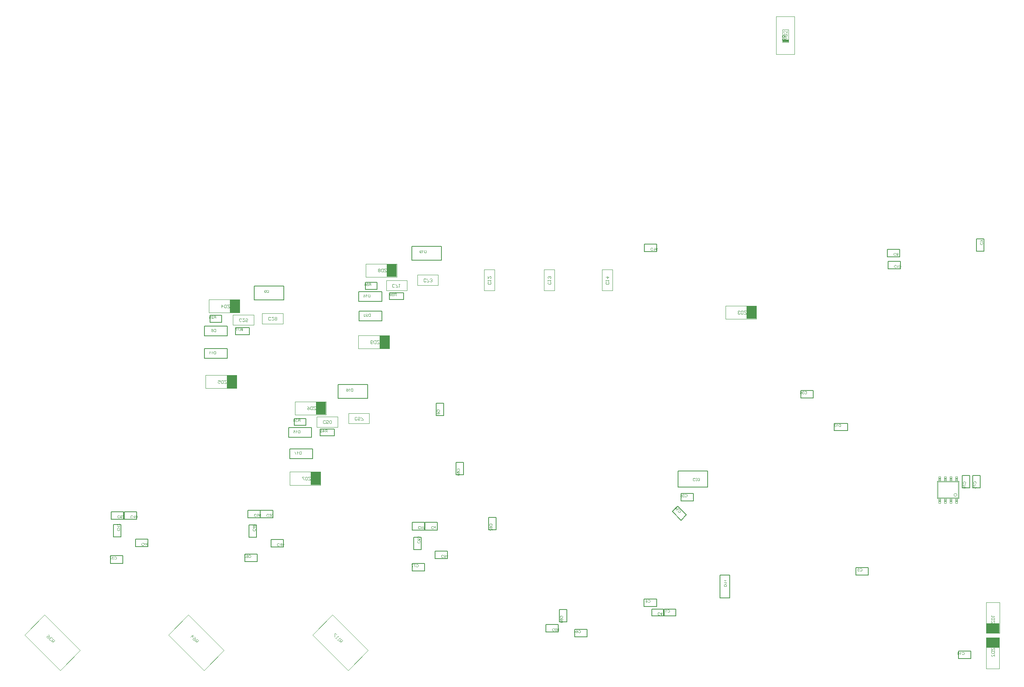
<source format=gbr>
%TF.GenerationSoftware,Altium Limited,Altium Designer,21.6.4 (81)*%
G04 Layer_Color=32768*
%FSLAX43Y43*%
%MOMM*%
%TF.SameCoordinates,76D5CAF9-2094-4FD7-9A7B-915B2AFADFAF*%
%TF.FilePolarity,Positive*%
%TF.FileFunction,Other,Bottom_Assembly*%
%TF.Part,Single*%
G01*
G75*
%TA.AperFunction,NonConductor*%
%ADD115C,0.200*%
%ADD126C,0.100*%
%ADD133R,2.250X3.000*%
%ADD134R,1.375X0.575*%
%ADD135R,3.000X2.250*%
G36*
X90666Y100741D02*
X90681Y100739D01*
X90696Y100736D01*
X90709Y100732D01*
X90734Y100722D01*
X90745Y100718D01*
X90754Y100712D01*
X90763Y100706D01*
X90771Y100701D01*
X90778Y100695D01*
X90784Y100691D01*
X90788Y100687D01*
X90791Y100684D01*
X90793Y100682D01*
X90794Y100682D01*
X90804Y100670D01*
X90812Y100657D01*
X90821Y100645D01*
X90827Y100633D01*
X90833Y100619D01*
X90837Y100606D01*
X90844Y100582D01*
X90847Y100570D01*
X90848Y100559D01*
X90849Y100549D01*
X90850Y100541D01*
X90851Y100535D01*
Y100530D01*
Y100526D01*
Y100525D01*
X90850Y100508D01*
X90848Y100492D01*
X90847Y100476D01*
X90843Y100461D01*
X90838Y100449D01*
X90834Y100436D01*
X90829Y100425D01*
X90823Y100414D01*
X90819Y100405D01*
X90814Y100397D01*
X90810Y100390D01*
X90805Y100384D01*
X90801Y100379D01*
X90799Y100376D01*
X90798Y100375D01*
X90797Y100374D01*
X90786Y100363D01*
X90775Y100355D01*
X90764Y100347D01*
X90752Y100340D01*
X90741Y100335D01*
X90730Y100330D01*
X90709Y100324D01*
X90700Y100321D01*
X90690Y100319D01*
X90683Y100318D01*
X90676Y100317D01*
X90670Y100316D01*
X90663D01*
X90645Y100317D01*
X90628Y100320D01*
X90614Y100324D01*
X90600Y100328D01*
X90590Y100332D01*
X90581Y100336D01*
X90576Y100339D01*
X90574Y100339D01*
X90559Y100349D01*
X90546Y100359D01*
X90535Y100369D01*
X90526Y100378D01*
X90519Y100388D01*
X90514Y100394D01*
X90510Y100399D01*
X90509Y100400D01*
Y100393D01*
Y100388D01*
Y100386D01*
Y100385D01*
X90510Y100366D01*
X90511Y100349D01*
X90513Y100333D01*
X90515Y100318D01*
X90517Y100306D01*
X90519Y100297D01*
X90520Y100293D01*
Y100290D01*
X90521Y100290D01*
Y100289D01*
X90526Y100272D01*
X90530Y100257D01*
X90535Y100244D01*
X90540Y100233D01*
X90543Y100225D01*
X90547Y100218D01*
X90549Y100214D01*
X90550Y100213D01*
X90557Y100203D01*
X90565Y100194D01*
X90572Y100187D01*
X90579Y100180D01*
X90585Y100175D01*
X90590Y100171D01*
X90594Y100169D01*
X90595Y100168D01*
X90605Y100163D01*
X90616Y100159D01*
X90627Y100156D01*
X90637Y100155D01*
X90645Y100154D01*
X90651Y100153D01*
X90658D01*
X90673Y100154D01*
X90687Y100156D01*
X90699Y100160D01*
X90709Y100165D01*
X90716Y100168D01*
X90723Y100172D01*
X90726Y100175D01*
X90727Y100176D01*
X90737Y100186D01*
X90744Y100198D01*
X90750Y100211D01*
X90755Y100224D01*
X90759Y100235D01*
X90762Y100245D01*
X90762Y100249D01*
Y100251D01*
X90763Y100253D01*
Y100253D01*
X90839Y100247D01*
X90834Y100220D01*
X90826Y100197D01*
X90817Y100177D01*
X90808Y100160D01*
X90798Y100147D01*
X90794Y100142D01*
X90790Y100137D01*
X90787Y100134D01*
X90785Y100131D01*
X90784Y100131D01*
X90783Y100130D01*
X90774Y100122D01*
X90763Y100116D01*
X90743Y100106D01*
X90723Y100098D01*
X90703Y100094D01*
X90686Y100090D01*
X90678Y100089D01*
X90672D01*
X90667Y100088D01*
X90660D01*
X90634Y100090D01*
X90611Y100094D01*
X90590Y100100D01*
X90572Y100107D01*
X90565Y100110D01*
X90557Y100114D01*
X90552Y100118D01*
X90546Y100120D01*
X90542Y100122D01*
X90540Y100124D01*
X90538Y100126D01*
X90537D01*
X90518Y100142D01*
X90502Y100159D01*
X90489Y100178D01*
X90478Y100195D01*
X90468Y100211D01*
X90465Y100218D01*
X90462Y100224D01*
X90460Y100229D01*
X90458Y100233D01*
X90457Y100235D01*
Y100236D01*
X90453Y100250D01*
X90448Y100265D01*
X90442Y100297D01*
X90437Y100330D01*
X90434Y100362D01*
X90432Y100376D01*
X90431Y100389D01*
Y100401D01*
X90431Y100412D01*
Y100420D01*
Y100426D01*
Y100431D01*
Y100432D01*
Y100453D01*
X90431Y100474D01*
X90433Y100492D01*
X90435Y100510D01*
X90437Y100525D01*
X90439Y100540D01*
X90442Y100554D01*
X90444Y100566D01*
X90447Y100576D01*
X90449Y100585D01*
X90452Y100594D01*
X90454Y100600D01*
X90455Y100605D01*
X90457Y100608D01*
X90458Y100610D01*
Y100611D01*
X90469Y100633D01*
X90481Y100653D01*
X90495Y100670D01*
X90507Y100683D01*
X90519Y100694D01*
X90529Y100701D01*
X90532Y100704D01*
X90535Y100706D01*
X90536Y100707D01*
X90537D01*
X90556Y100719D01*
X90576Y100727D01*
X90595Y100733D01*
X90613Y100737D01*
X90628Y100740D01*
X90635Y100741D01*
X90639D01*
X90644Y100742D01*
X90651D01*
X90666Y100741D01*
D02*
G37*
G36*
X91464Y100099D02*
X91234D01*
X91213Y100100D01*
X91193Y100101D01*
X91176Y100103D01*
X91161Y100105D01*
X91148Y100106D01*
X91139Y100107D01*
X91136Y100108D01*
X91133Y100109D01*
X91131D01*
X91115Y100114D01*
X91100Y100119D01*
X91087Y100124D01*
X91076Y100130D01*
X91067Y100134D01*
X91060Y100138D01*
X91056Y100141D01*
X91055Y100142D01*
X91043Y100150D01*
X91032Y100160D01*
X91022Y100169D01*
X91014Y100179D01*
X91007Y100187D01*
X91001Y100193D01*
X90997Y100198D01*
X90996Y100200D01*
X90987Y100215D01*
X90978Y100230D01*
X90970Y100245D01*
X90965Y100260D01*
X90959Y100273D01*
X90956Y100283D01*
X90955Y100287D01*
X90954Y100290D01*
X90953Y100291D01*
Y100292D01*
X90947Y100314D01*
X90943Y100337D01*
X90940Y100358D01*
X90937Y100378D01*
X90936Y100396D01*
Y100403D01*
X90935Y100410D01*
Y100414D01*
Y100419D01*
Y100421D01*
Y100422D01*
X90936Y100453D01*
X90939Y100482D01*
X90944Y100508D01*
X90946Y100520D01*
X90948Y100530D01*
X90951Y100540D01*
X90953Y100548D01*
X90955Y100556D01*
X90958Y100562D01*
X90958Y100568D01*
X90960Y100572D01*
X90961Y100573D01*
Y100574D01*
X90971Y100598D01*
X90983Y100620D01*
X90996Y100638D01*
X91008Y100654D01*
X91019Y100667D01*
X91029Y100676D01*
X91032Y100679D01*
X91035Y100682D01*
X91036Y100682D01*
X91037Y100683D01*
X91052Y100695D01*
X91068Y100705D01*
X91083Y100713D01*
X91098Y100719D01*
X91111Y100724D01*
X91121Y100727D01*
X91125Y100729D01*
X91128D01*
X91129Y100730D01*
X91130D01*
X91146Y100732D01*
X91165Y100735D01*
X91183Y100737D01*
X91202Y100738D01*
X91218Y100739D01*
X91464D01*
Y100099D01*
D02*
G37*
G36*
X126247Y109703D02*
X126257Y109688D01*
X126269Y109673D01*
X126280Y109660D01*
X126291Y109649D01*
X126299Y109640D01*
X126303Y109637D01*
X126306Y109634D01*
X126307Y109633D01*
X126308Y109633D01*
X126327Y109617D01*
X126347Y109602D01*
X126365Y109589D01*
X126383Y109579D01*
X126399Y109570D01*
X126406Y109566D01*
X126411Y109563D01*
X126416Y109560D01*
X126420Y109560D01*
X126421Y109558D01*
X126422D01*
Y109482D01*
X126408Y109487D01*
X126395Y109494D01*
X126381Y109500D01*
X126368Y109507D01*
X126357Y109512D01*
X126347Y109517D01*
X126342Y109521D01*
X126341Y109522D01*
X126340D01*
X126323Y109532D01*
X126309Y109542D01*
X126296Y109551D01*
X126285Y109560D01*
X126276Y109566D01*
X126271Y109572D01*
X126266Y109575D01*
X126265Y109576D01*
Y109076D01*
X126187D01*
Y109719D01*
X126237D01*
X126247Y109703D01*
D02*
G37*
G36*
X125800Y109718D02*
X125815Y109716D01*
X125830Y109713D01*
X125843Y109709D01*
X125868Y109699D01*
X125879Y109694D01*
X125888Y109689D01*
X125897Y109682D01*
X125905Y109678D01*
X125912Y109672D01*
X125918Y109668D01*
X125922Y109664D01*
X125925Y109661D01*
X125927Y109659D01*
X125928Y109658D01*
X125938Y109647D01*
X125946Y109634D01*
X125954Y109622D01*
X125961Y109609D01*
X125967Y109596D01*
X125971Y109583D01*
X125978Y109559D01*
X125980Y109547D01*
X125982Y109536D01*
X125983Y109526D01*
X125984Y109518D01*
X125985Y109511D01*
Y109507D01*
Y109503D01*
Y109502D01*
X125984Y109485D01*
X125982Y109469D01*
X125980Y109453D01*
X125977Y109438D01*
X125972Y109425D01*
X125967Y109412D01*
X125963Y109401D01*
X125957Y109391D01*
X125953Y109382D01*
X125948Y109374D01*
X125943Y109367D01*
X125939Y109361D01*
X125935Y109356D01*
X125933Y109353D01*
X125931Y109351D01*
X125930Y109351D01*
X125920Y109340D01*
X125909Y109332D01*
X125898Y109324D01*
X125886Y109317D01*
X125875Y109312D01*
X125864Y109307D01*
X125843Y109301D01*
X125833Y109298D01*
X125824Y109296D01*
X125817Y109295D01*
X125809Y109294D01*
X125804Y109293D01*
X125796D01*
X125779Y109294D01*
X125762Y109297D01*
X125747Y109301D01*
X125734Y109305D01*
X125723Y109309D01*
X125715Y109313D01*
X125709Y109315D01*
X125708Y109316D01*
X125693Y109326D01*
X125680Y109336D01*
X125669Y109346D01*
X125660Y109355D01*
X125653Y109364D01*
X125648Y109371D01*
X125644Y109376D01*
X125643Y109377D01*
Y109370D01*
Y109365D01*
Y109363D01*
Y109362D01*
X125644Y109343D01*
X125645Y109326D01*
X125647Y109310D01*
X125648Y109295D01*
X125651Y109283D01*
X125653Y109274D01*
X125654Y109270D01*
Y109267D01*
X125655Y109266D01*
Y109265D01*
X125660Y109249D01*
X125664Y109234D01*
X125669Y109221D01*
X125673Y109210D01*
X125677Y109202D01*
X125681Y109195D01*
X125683Y109191D01*
X125684Y109190D01*
X125691Y109179D01*
X125698Y109171D01*
X125706Y109164D01*
X125713Y109157D01*
X125719Y109152D01*
X125724Y109148D01*
X125728Y109146D01*
X125729Y109145D01*
X125739Y109140D01*
X125750Y109136D01*
X125760Y109133D01*
X125771Y109131D01*
X125779Y109131D01*
X125785Y109130D01*
X125792D01*
X125807Y109131D01*
X125820Y109133D01*
X125832Y109137D01*
X125843Y109142D01*
X125850Y109145D01*
X125856Y109149D01*
X125860Y109152D01*
X125861Y109153D01*
X125870Y109163D01*
X125878Y109175D01*
X125884Y109188D01*
X125889Y109201D01*
X125893Y109212D01*
X125895Y109222D01*
X125896Y109226D01*
Y109228D01*
X125897Y109229D01*
Y109230D01*
X125973Y109224D01*
X125967Y109197D01*
X125960Y109174D01*
X125951Y109154D01*
X125942Y109137D01*
X125932Y109124D01*
X125928Y109118D01*
X125924Y109114D01*
X125921Y109111D01*
X125918Y109108D01*
X125918Y109107D01*
X125917Y109106D01*
X125907Y109099D01*
X125897Y109093D01*
X125877Y109082D01*
X125856Y109075D01*
X125837Y109070D01*
X125820Y109067D01*
X125812Y109066D01*
X125806D01*
X125801Y109065D01*
X125794D01*
X125768Y109067D01*
X125745Y109070D01*
X125723Y109077D01*
X125706Y109084D01*
X125698Y109087D01*
X125691Y109091D01*
X125685Y109094D01*
X125680Y109097D01*
X125676Y109099D01*
X125673Y109101D01*
X125672Y109103D01*
X125671D01*
X125652Y109118D01*
X125636Y109136D01*
X125623Y109155D01*
X125611Y109172D01*
X125602Y109188D01*
X125599Y109195D01*
X125596Y109201D01*
X125594Y109206D01*
X125592Y109210D01*
X125591Y109212D01*
Y109213D01*
X125587Y109227D01*
X125582Y109242D01*
X125575Y109274D01*
X125571Y109307D01*
X125568Y109339D01*
X125566Y109352D01*
X125565Y109366D01*
Y109378D01*
X125564Y109388D01*
Y109397D01*
Y109403D01*
Y109408D01*
Y109409D01*
Y109430D01*
X125565Y109450D01*
X125567Y109469D01*
X125569Y109486D01*
X125571Y109502D01*
X125573Y109517D01*
X125575Y109531D01*
X125578Y109543D01*
X125581Y109553D01*
X125583Y109562D01*
X125586Y109571D01*
X125587Y109577D01*
X125589Y109582D01*
X125591Y109585D01*
X125592Y109587D01*
Y109588D01*
X125603Y109610D01*
X125615Y109630D01*
X125629Y109646D01*
X125641Y109660D01*
X125653Y109670D01*
X125662Y109678D01*
X125666Y109681D01*
X125669Y109682D01*
X125670Y109684D01*
X125671D01*
X125690Y109695D01*
X125709Y109704D01*
X125729Y109710D01*
X125746Y109714D01*
X125762Y109717D01*
X125769Y109718D01*
X125773D01*
X125778Y109719D01*
X125784D01*
X125800Y109718D01*
D02*
G37*
G36*
X127095Y109076D02*
X126865D01*
X126844Y109077D01*
X126825Y109078D01*
X126807Y109080D01*
X126792Y109081D01*
X126779Y109083D01*
X126770Y109084D01*
X126767Y109085D01*
X126764Y109086D01*
X126763D01*
X126746Y109091D01*
X126731Y109096D01*
X126718Y109101D01*
X126707Y109106D01*
X126698Y109111D01*
X126691Y109115D01*
X126688Y109118D01*
X126686Y109118D01*
X126674Y109127D01*
X126664Y109137D01*
X126653Y109146D01*
X126645Y109155D01*
X126638Y109164D01*
X126632Y109170D01*
X126629Y109175D01*
X126628Y109177D01*
X126618Y109192D01*
X126609Y109207D01*
X126602Y109222D01*
X126596Y109237D01*
X126591Y109250D01*
X126587Y109260D01*
X126586Y109264D01*
X126585Y109266D01*
X126584Y109268D01*
Y109269D01*
X126579Y109291D01*
X126574Y109314D01*
X126571Y109335D01*
X126568Y109355D01*
X126567Y109373D01*
Y109380D01*
X126567Y109387D01*
Y109391D01*
Y109396D01*
Y109398D01*
Y109399D01*
X126567Y109430D01*
X126570Y109459D01*
X126575Y109485D01*
X126577Y109497D01*
X126579Y109507D01*
X126582Y109517D01*
X126584Y109525D01*
X126586Y109533D01*
X126589Y109539D01*
X126590Y109545D01*
X126592Y109548D01*
X126592Y109550D01*
Y109551D01*
X126603Y109575D01*
X126615Y109596D01*
X126628Y109615D01*
X126640Y109631D01*
X126651Y109644D01*
X126660Y109653D01*
X126664Y109656D01*
X126666Y109658D01*
X126667Y109659D01*
X126668Y109660D01*
X126683Y109672D01*
X126699Y109682D01*
X126714Y109690D01*
X126729Y109696D01*
X126742Y109701D01*
X126752Y109704D01*
X126756Y109706D01*
X126759D01*
X126761Y109706D01*
X126762D01*
X126777Y109709D01*
X126796Y109712D01*
X126814Y109714D01*
X126833Y109715D01*
X126849Y109716D01*
X127095D01*
Y109076D01*
D02*
G37*
G36*
X179694Y27799D02*
X179712Y27797D01*
X179728Y27795D01*
X179744Y27792D01*
X179759Y27787D01*
X179773Y27782D01*
X179785Y27778D01*
X179798Y27772D01*
X179808Y27768D01*
X179818Y27763D01*
X179825Y27758D01*
X179833Y27754D01*
X179837Y27750D01*
X179842Y27748D01*
X179844Y27746D01*
X179845Y27745D01*
X179858Y27734D01*
X179869Y27723D01*
X179879Y27710D01*
X179889Y27697D01*
X179906Y27671D01*
X179919Y27646D01*
X179924Y27634D01*
X179929Y27622D01*
X179932Y27612D01*
X179935Y27604D01*
X179938Y27597D01*
X179940Y27591D01*
X179941Y27587D01*
Y27586D01*
X179856Y27565D01*
X179852Y27580D01*
X179847Y27594D01*
X179843Y27607D01*
X179838Y27619D01*
X179833Y27630D01*
X179827Y27639D01*
X179821Y27648D01*
X179815Y27657D01*
X179810Y27664D01*
X179805Y27670D01*
X179800Y27675D01*
X179797Y27680D01*
X179793Y27683D01*
X179790Y27685D01*
X179789Y27686D01*
X179788Y27687D01*
X179779Y27695D01*
X179769Y27700D01*
X179749Y27710D01*
X179729Y27718D01*
X179710Y27722D01*
X179693Y27726D01*
X179687Y27727D01*
X179680D01*
X179675Y27728D01*
X179668D01*
X179647Y27727D01*
X179626Y27723D01*
X179608Y27719D01*
X179591Y27713D01*
X179578Y27708D01*
X179573Y27705D01*
X179568Y27703D01*
X179565Y27701D01*
X179562Y27699D01*
X179560Y27698D01*
X179559D01*
X179541Y27685D01*
X179527Y27671D01*
X179514Y27656D01*
X179503Y27641D01*
X179495Y27628D01*
X179490Y27617D01*
X179488Y27612D01*
X179486Y27610D01*
X179485Y27608D01*
Y27607D01*
X179478Y27583D01*
X179472Y27559D01*
X179467Y27535D01*
X179465Y27512D01*
X179464Y27502D01*
X179463Y27493D01*
Y27485D01*
X179462Y27478D01*
Y27473D01*
Y27468D01*
Y27465D01*
Y27464D01*
X179463Y27440D01*
X179465Y27418D01*
X179468Y27398D01*
X179472Y27379D01*
X179475Y27364D01*
X179477Y27357D01*
X179479Y27352D01*
X179479Y27347D01*
X179480Y27344D01*
X179481Y27342D01*
Y27341D01*
X179491Y27320D01*
X179501Y27301D01*
X179512Y27285D01*
X179524Y27271D01*
X179534Y27260D01*
X179542Y27253D01*
X179549Y27248D01*
X179550Y27246D01*
X179551D01*
X179570Y27234D01*
X179591Y27225D01*
X179612Y27218D01*
X179631Y27215D01*
X179649Y27212D01*
X179656Y27211D01*
X179663D01*
X179667Y27210D01*
X179675D01*
X179698Y27211D01*
X179719Y27215D01*
X179736Y27220D01*
X179752Y27226D01*
X179764Y27232D01*
X179773Y27237D01*
X179779Y27241D01*
X179781Y27243D01*
X179796Y27256D01*
X179810Y27272D01*
X179821Y27289D01*
X179830Y27305D01*
X179837Y27320D01*
X179840Y27328D01*
X179842Y27333D01*
X179844Y27338D01*
X179846Y27341D01*
X179847Y27343D01*
Y27344D01*
X179930Y27325D01*
X179924Y27308D01*
X179919Y27293D01*
X179911Y27279D01*
X179905Y27266D01*
X179897Y27254D01*
X179889Y27243D01*
X179882Y27231D01*
X179874Y27222D01*
X179867Y27215D01*
X179860Y27207D01*
X179854Y27201D01*
X179849Y27196D01*
X179845Y27192D01*
X179841Y27189D01*
X179839Y27188D01*
X179838Y27187D01*
X179825Y27179D01*
X179812Y27170D01*
X179799Y27164D01*
X179785Y27158D01*
X179758Y27150D01*
X179733Y27145D01*
X179721Y27142D01*
X179711Y27141D01*
X179700Y27140D01*
X179692Y27139D01*
X179686Y27138D01*
X179676D01*
X179646Y27140D01*
X179616Y27145D01*
X179590Y27150D01*
X179578Y27154D01*
X179567Y27157D01*
X179557Y27161D01*
X179548Y27165D01*
X179540Y27168D01*
X179533Y27170D01*
X179528Y27173D01*
X179525Y27175D01*
X179522Y27176D01*
X179521Y27177D01*
X179496Y27193D01*
X179475Y27211D01*
X179456Y27230D01*
X179441Y27248D01*
X179429Y27265D01*
X179424Y27272D01*
X179420Y27279D01*
X179417Y27283D01*
X179415Y27287D01*
X179414Y27290D01*
X179413Y27291D01*
X179400Y27319D01*
X179391Y27349D01*
X179384Y27378D01*
X179380Y27405D01*
X179378Y27417D01*
X179377Y27429D01*
X179376Y27439D01*
Y27448D01*
X179375Y27454D01*
Y27460D01*
Y27463D01*
Y27464D01*
X179377Y27498D01*
X179381Y27530D01*
X179385Y27559D01*
X179389Y27573D01*
X179392Y27585D01*
X179394Y27596D01*
X179398Y27606D01*
X179401Y27615D01*
X179403Y27622D01*
X179405Y27628D01*
X179406Y27633D01*
X179408Y27635D01*
Y27636D01*
X179422Y27664D01*
X179438Y27689D01*
X179454Y27710D01*
X179463Y27719D01*
X179470Y27727D01*
X179478Y27734D01*
X179485Y27741D01*
X179491Y27746D01*
X179497Y27750D01*
X179501Y27754D01*
X179504Y27757D01*
X179506Y27757D01*
X179507Y27758D01*
X179520Y27766D01*
X179533Y27772D01*
X179561Y27782D01*
X179589Y27790D01*
X179615Y27794D01*
X179628Y27796D01*
X179639Y27798D01*
X179650Y27799D01*
X179658D01*
X179665Y27800D01*
X179675D01*
X179694Y27799D01*
D02*
G37*
G36*
X180343Y27635D02*
X180430D01*
Y27563D01*
X180343D01*
Y27149D01*
X180279D01*
X179986Y27563D01*
Y27635D01*
X180264D01*
Y27789D01*
X180343D01*
Y27635D01*
D02*
G37*
G36*
X181276Y28438D02*
X181286Y28423D01*
X181298Y28408D01*
X181309Y28395D01*
X181320Y28384D01*
X181329Y28375D01*
X181332Y28372D01*
X181335Y28370D01*
X181336Y28369D01*
X181337Y28368D01*
X181356Y28352D01*
X181376Y28337D01*
X181394Y28324D01*
X181413Y28314D01*
X181429Y28305D01*
X181435Y28301D01*
X181441Y28298D01*
X181445Y28296D01*
X181449Y28295D01*
X181451Y28293D01*
X181452D01*
Y28217D01*
X181438Y28223D01*
X181424Y28229D01*
X181410Y28235D01*
X181397Y28242D01*
X181386Y28247D01*
X181377Y28252D01*
X181371Y28256D01*
X181370Y28257D01*
X181369D01*
X181353Y28267D01*
X181338Y28277D01*
X181325Y28286D01*
X181315Y28295D01*
X181306Y28301D01*
X181300Y28307D01*
X181295Y28310D01*
X181294Y28311D01*
Y27811D01*
X181216D01*
Y28454D01*
X181267D01*
X181276Y28438D01*
D02*
G37*
G36*
X181879Y28460D02*
X181908Y28455D01*
X181934Y28450D01*
X181946Y28446D01*
X181957Y28443D01*
X181968Y28439D01*
X181977Y28435D01*
X181984Y28432D01*
X181992Y28430D01*
X181996Y28427D01*
X182000Y28425D01*
X182003Y28424D01*
X182004Y28423D01*
X182029Y28407D01*
X182050Y28389D01*
X182068Y28370D01*
X182084Y28352D01*
X182096Y28335D01*
X182101Y28328D01*
X182104Y28321D01*
X182108Y28317D01*
X182110Y28313D01*
X182111Y28310D01*
X182112Y28309D01*
X182125Y28281D01*
X182134Y28251D01*
X182140Y28222D01*
X182145Y28195D01*
X182147Y28183D01*
X182148Y28171D01*
X182149Y28161D01*
Y28152D01*
X182150Y28146D01*
Y28140D01*
Y28137D01*
Y28136D01*
X182148Y28102D01*
X182144Y28070D01*
X182140Y28041D01*
X182136Y28027D01*
X182133Y28015D01*
X182130Y28004D01*
X182127Y27994D01*
X182124Y27985D01*
X182122Y27978D01*
X182119Y27972D01*
X182118Y27967D01*
X182116Y27965D01*
Y27964D01*
X182103Y27936D01*
X182087Y27911D01*
X182070Y27890D01*
X182062Y27881D01*
X182054Y27873D01*
X182047Y27866D01*
X182040Y27859D01*
X182033Y27854D01*
X182028Y27850D01*
X182024Y27846D01*
X182020Y27843D01*
X182018Y27843D01*
X182017Y27842D01*
X182005Y27834D01*
X181992Y27828D01*
X181964Y27818D01*
X181936Y27810D01*
X181909Y27806D01*
X181896Y27804D01*
X181885Y27802D01*
X181875Y27801D01*
X181867D01*
X181859Y27800D01*
X181849D01*
X181831Y27801D01*
X181813Y27803D01*
X181796Y27805D01*
X181781Y27808D01*
X181766Y27813D01*
X181752Y27818D01*
X181739Y27822D01*
X181727Y27828D01*
X181717Y27832D01*
X181707Y27837D01*
X181699Y27842D01*
X181692Y27846D01*
X181687Y27850D01*
X181683Y27852D01*
X181681Y27854D01*
X181680Y27855D01*
X181667Y27866D01*
X181656Y27877D01*
X181646Y27890D01*
X181636Y27903D01*
X181619Y27928D01*
X181606Y27954D01*
X181600Y27966D01*
X181596Y27978D01*
X181592Y27988D01*
X181589Y27996D01*
X181587Y28003D01*
X181585Y28009D01*
X181584Y28013D01*
Y28014D01*
X181669Y28035D01*
X181673Y28020D01*
X181677Y28006D01*
X181682Y27993D01*
X181686Y27981D01*
X181692Y27970D01*
X181698Y27961D01*
X181704Y27952D01*
X181710Y27943D01*
X181714Y27936D01*
X181720Y27930D01*
X181724Y27925D01*
X181728Y27920D01*
X181732Y27917D01*
X181735Y27915D01*
X181735Y27914D01*
X181736Y27913D01*
X181746Y27905D01*
X181756Y27900D01*
X181776Y27890D01*
X181796Y27882D01*
X181815Y27878D01*
X181832Y27874D01*
X181838Y27873D01*
X181845D01*
X181850Y27872D01*
X181857D01*
X181878Y27873D01*
X181898Y27877D01*
X181917Y27881D01*
X181933Y27887D01*
X181946Y27892D01*
X181952Y27895D01*
X181956Y27897D01*
X181960Y27899D01*
X181963Y27901D01*
X181965Y27902D01*
X181966D01*
X181983Y27915D01*
X181998Y27928D01*
X182011Y27944D01*
X182021Y27959D01*
X182029Y27972D01*
X182035Y27983D01*
X182037Y27988D01*
X182039Y27990D01*
X182040Y27992D01*
Y27993D01*
X182047Y28017D01*
X182053Y28041D01*
X182057Y28065D01*
X182060Y28088D01*
X182061Y28098D01*
X182062Y28107D01*
Y28115D01*
X182063Y28122D01*
Y28127D01*
Y28132D01*
Y28135D01*
Y28136D01*
X182062Y28160D01*
X182060Y28182D01*
X182056Y28202D01*
X182053Y28221D01*
X182050Y28236D01*
X182048Y28243D01*
X182046Y28248D01*
X182045Y28253D01*
X182044Y28256D01*
X182043Y28258D01*
Y28259D01*
X182034Y28280D01*
X182024Y28299D01*
X182013Y28315D01*
X182001Y28329D01*
X181991Y28340D01*
X181982Y28347D01*
X181976Y28352D01*
X181975Y28354D01*
X181974D01*
X181955Y28366D01*
X181933Y28375D01*
X181913Y28382D01*
X181894Y28385D01*
X181876Y28388D01*
X181869Y28389D01*
X181862D01*
X181858Y28390D01*
X181850D01*
X181827Y28389D01*
X181806Y28385D01*
X181788Y28380D01*
X181772Y28374D01*
X181760Y28368D01*
X181751Y28363D01*
X181746Y28359D01*
X181744Y28358D01*
X181729Y28344D01*
X181715Y28328D01*
X181704Y28311D01*
X181695Y28295D01*
X181687Y28280D01*
X181685Y28272D01*
X181683Y28267D01*
X181681Y28262D01*
X181679Y28259D01*
X181678Y28257D01*
Y28256D01*
X181595Y28275D01*
X181600Y28292D01*
X181606Y28307D01*
X181613Y28321D01*
X181620Y28334D01*
X181627Y28346D01*
X181636Y28358D01*
X181643Y28369D01*
X181650Y28378D01*
X181658Y28385D01*
X181664Y28393D01*
X181671Y28399D01*
X181675Y28404D01*
X181680Y28408D01*
X181684Y28411D01*
X181686Y28412D01*
X181686Y28413D01*
X181699Y28421D01*
X181712Y28430D01*
X181725Y28436D01*
X181739Y28442D01*
X181767Y28450D01*
X181792Y28455D01*
X181804Y28458D01*
X181814Y28459D01*
X181824Y28460D01*
X181833Y28461D01*
X181839Y28462D01*
X181848D01*
X181879Y28460D01*
D02*
G37*
G36*
X176887Y30678D02*
X176902Y30676D01*
X176917Y30673D01*
X176930Y30669D01*
X176955Y30659D01*
X176966Y30655D01*
X176975Y30649D01*
X176984Y30643D01*
X176992Y30638D01*
X176999Y30632D01*
X177005Y30628D01*
X177009Y30624D01*
X177012Y30621D01*
X177014Y30619D01*
X177015Y30619D01*
X177025Y30607D01*
X177033Y30595D01*
X177042Y30583D01*
X177048Y30570D01*
X177054Y30556D01*
X177058Y30543D01*
X177065Y30519D01*
X177067Y30507D01*
X177069Y30497D01*
X177070Y30486D01*
X177071Y30478D01*
X177072Y30472D01*
Y30467D01*
Y30463D01*
Y30462D01*
X177071Y30445D01*
X177069Y30429D01*
X177067Y30413D01*
X177064Y30399D01*
X177059Y30386D01*
X177055Y30373D01*
X177050Y30362D01*
X177044Y30351D01*
X177040Y30342D01*
X177035Y30334D01*
X177030Y30327D01*
X177026Y30321D01*
X177022Y30316D01*
X177020Y30313D01*
X177018Y30312D01*
X177018Y30311D01*
X177007Y30301D01*
X176996Y30292D01*
X176985Y30284D01*
X176973Y30277D01*
X176962Y30272D01*
X176951Y30267D01*
X176930Y30261D01*
X176920Y30258D01*
X176911Y30256D01*
X176904Y30255D01*
X176896Y30254D01*
X176891Y30253D01*
X176883D01*
X176866Y30254D01*
X176849Y30257D01*
X176834Y30261D01*
X176821Y30265D01*
X176810Y30269D01*
X176802Y30273D01*
X176797Y30276D01*
X176795Y30276D01*
X176780Y30286D01*
X176767Y30296D01*
X176756Y30306D01*
X176747Y30315D01*
X176740Y30325D01*
X176735Y30331D01*
X176731Y30336D01*
X176730Y30337D01*
Y30330D01*
Y30325D01*
Y30323D01*
Y30322D01*
X176731Y30303D01*
X176732Y30286D01*
X176734Y30270D01*
X176736Y30255D01*
X176738Y30243D01*
X176740Y30234D01*
X176741Y30230D01*
Y30227D01*
X176742Y30227D01*
Y30226D01*
X176747Y30209D01*
X176751Y30194D01*
X176756Y30181D01*
X176760Y30170D01*
X176764Y30162D01*
X176768Y30155D01*
X176770Y30151D01*
X176771Y30150D01*
X176778Y30140D01*
X176785Y30131D01*
X176793Y30124D01*
X176800Y30117D01*
X176806Y30112D01*
X176811Y30108D01*
X176815Y30106D01*
X176816Y30105D01*
X176826Y30100D01*
X176837Y30096D01*
X176847Y30093D01*
X176858Y30092D01*
X176866Y30091D01*
X176872Y30090D01*
X176879D01*
X176894Y30091D01*
X176907Y30093D01*
X176920Y30097D01*
X176930Y30102D01*
X176937Y30105D01*
X176944Y30109D01*
X176947Y30112D01*
X176948Y30113D01*
X176957Y30123D01*
X176965Y30135D01*
X176971Y30148D01*
X176976Y30161D01*
X176980Y30172D01*
X176982Y30182D01*
X176983Y30186D01*
Y30188D01*
X176984Y30190D01*
Y30190D01*
X177060Y30184D01*
X177055Y30157D01*
X177047Y30134D01*
X177038Y30114D01*
X177029Y30097D01*
X177019Y30084D01*
X177015Y30079D01*
X177011Y30074D01*
X177008Y30071D01*
X177005Y30068D01*
X177005Y30068D01*
X177004Y30067D01*
X176994Y30059D01*
X176984Y30053D01*
X176964Y30043D01*
X176944Y30035D01*
X176924Y30031D01*
X176907Y30027D01*
X176899Y30026D01*
X176893D01*
X176888Y30025D01*
X176881D01*
X176855Y30027D01*
X176832Y30031D01*
X176810Y30037D01*
X176793Y30044D01*
X176785Y30047D01*
X176778Y30051D01*
X176773Y30055D01*
X176767Y30057D01*
X176763Y30059D01*
X176760Y30061D01*
X176759Y30063D01*
X176758D01*
X176739Y30079D01*
X176723Y30096D01*
X176710Y30115D01*
X176699Y30132D01*
X176689Y30148D01*
X176686Y30155D01*
X176683Y30161D01*
X176681Y30166D01*
X176679Y30170D01*
X176678Y30172D01*
Y30173D01*
X176674Y30187D01*
X176669Y30202D01*
X176662Y30234D01*
X176658Y30267D01*
X176655Y30299D01*
X176653Y30313D01*
X176652Y30326D01*
Y30338D01*
X176651Y30349D01*
Y30357D01*
Y30363D01*
Y30368D01*
Y30369D01*
Y30390D01*
X176652Y30411D01*
X176654Y30429D01*
X176656Y30447D01*
X176658Y30462D01*
X176660Y30477D01*
X176662Y30491D01*
X176665Y30503D01*
X176668Y30513D01*
X176670Y30522D01*
X176673Y30531D01*
X176675Y30537D01*
X176676Y30542D01*
X176678Y30546D01*
X176679Y30547D01*
Y30548D01*
X176690Y30570D01*
X176702Y30590D01*
X176716Y30607D01*
X176728Y30620D01*
X176740Y30631D01*
X176749Y30638D01*
X176753Y30641D01*
X176756Y30643D01*
X176757Y30644D01*
X176758D01*
X176777Y30656D01*
X176797Y30664D01*
X176816Y30670D01*
X176834Y30674D01*
X176849Y30677D01*
X176856Y30678D01*
X176860D01*
X176865Y30679D01*
X176871D01*
X176887Y30678D01*
D02*
G37*
G36*
X177439Y30685D02*
X177469Y30681D01*
X177495Y30675D01*
X177507Y30671D01*
X177518Y30668D01*
X177528Y30664D01*
X177537Y30660D01*
X177545Y30657D01*
X177552Y30655D01*
X177557Y30652D01*
X177560Y30650D01*
X177563Y30649D01*
X177564Y30648D01*
X177589Y30632D01*
X177610Y30614D01*
X177629Y30595D01*
X177644Y30577D01*
X177656Y30560D01*
X177661Y30553D01*
X177665Y30546D01*
X177668Y30542D01*
X177670Y30538D01*
X177671Y30535D01*
X177672Y30534D01*
X177685Y30506D01*
X177694Y30476D01*
X177701Y30447D01*
X177705Y30420D01*
X177707Y30408D01*
X177708Y30396D01*
X177709Y30386D01*
Y30377D01*
X177710Y30371D01*
Y30365D01*
Y30362D01*
Y30361D01*
X177708Y30327D01*
X177704Y30295D01*
X177700Y30266D01*
X177696Y30252D01*
X177693Y30240D01*
X177691Y30229D01*
X177687Y30219D01*
X177684Y30210D01*
X177682Y30202D01*
X177680Y30197D01*
X177679Y30192D01*
X177677Y30190D01*
Y30189D01*
X177663Y30161D01*
X177647Y30136D01*
X177630Y30115D01*
X177622Y30106D01*
X177615Y30098D01*
X177607Y30091D01*
X177600Y30084D01*
X177594Y30079D01*
X177588Y30075D01*
X177584Y30071D01*
X177581Y30068D01*
X177579Y30068D01*
X177578Y30067D01*
X177565Y30059D01*
X177552Y30053D01*
X177524Y30043D01*
X177496Y30035D01*
X177470Y30031D01*
X177457Y30029D01*
X177446Y30027D01*
X177435Y30026D01*
X177427D01*
X177420Y30025D01*
X177410D01*
X177391Y30026D01*
X177373Y30028D01*
X177357Y30030D01*
X177341Y30033D01*
X177326Y30038D01*
X177312Y30043D01*
X177300Y30047D01*
X177287Y30053D01*
X177277Y30057D01*
X177267Y30062D01*
X177260Y30067D01*
X177252Y30071D01*
X177248Y30075D01*
X177243Y30077D01*
X177241Y30079D01*
X177240Y30080D01*
X177227Y30091D01*
X177216Y30102D01*
X177206Y30115D01*
X177196Y30128D01*
X177179Y30153D01*
X177166Y30179D01*
X177161Y30191D01*
X177156Y30202D01*
X177152Y30213D01*
X177150Y30221D01*
X177147Y30228D01*
X177145Y30234D01*
X177144Y30238D01*
Y30239D01*
X177229Y30260D01*
X177233Y30245D01*
X177238Y30231D01*
X177242Y30218D01*
X177247Y30206D01*
X177252Y30195D01*
X177258Y30186D01*
X177264Y30177D01*
X177270Y30168D01*
X177275Y30161D01*
X177280Y30155D01*
X177285Y30150D01*
X177288Y30145D01*
X177292Y30142D01*
X177295Y30140D01*
X177296Y30139D01*
X177297Y30138D01*
X177306Y30130D01*
X177316Y30125D01*
X177336Y30115D01*
X177356Y30107D01*
X177375Y30103D01*
X177392Y30099D01*
X177398Y30098D01*
X177405D01*
X177410Y30097D01*
X177417D01*
X177438Y30098D01*
X177459Y30102D01*
X177477Y30106D01*
X177494Y30112D01*
X177507Y30117D01*
X177512Y30120D01*
X177517Y30122D01*
X177520Y30124D01*
X177523Y30126D01*
X177525Y30127D01*
X177526D01*
X177544Y30140D01*
X177558Y30153D01*
X177571Y30169D01*
X177581Y30184D01*
X177590Y30197D01*
X177595Y30208D01*
X177597Y30213D01*
X177599Y30215D01*
X177600Y30217D01*
Y30218D01*
X177607Y30242D01*
X177613Y30266D01*
X177618Y30290D01*
X177620Y30313D01*
X177621Y30323D01*
X177622Y30332D01*
Y30340D01*
X177623Y30347D01*
Y30352D01*
Y30357D01*
Y30360D01*
Y30361D01*
X177622Y30385D01*
X177620Y30407D01*
X177617Y30427D01*
X177613Y30446D01*
X177610Y30461D01*
X177608Y30468D01*
X177606Y30473D01*
X177606Y30478D01*
X177605Y30481D01*
X177604Y30483D01*
Y30484D01*
X177594Y30505D01*
X177584Y30524D01*
X177573Y30540D01*
X177561Y30554D01*
X177551Y30565D01*
X177543Y30572D01*
X177536Y30577D01*
X177535Y30579D01*
X177534D01*
X177515Y30591D01*
X177494Y30600D01*
X177473Y30607D01*
X177454Y30610D01*
X177436Y30613D01*
X177429Y30614D01*
X177422D01*
X177418Y30615D01*
X177410D01*
X177387Y30614D01*
X177366Y30610D01*
X177349Y30605D01*
X177333Y30599D01*
X177321Y30593D01*
X177312Y30588D01*
X177306Y30584D01*
X177304Y30583D01*
X177289Y30569D01*
X177275Y30553D01*
X177264Y30536D01*
X177255Y30520D01*
X177248Y30505D01*
X177245Y30497D01*
X177243Y30492D01*
X177241Y30487D01*
X177239Y30484D01*
X177238Y30482D01*
Y30481D01*
X177155Y30500D01*
X177161Y30517D01*
X177166Y30532D01*
X177174Y30546D01*
X177180Y30559D01*
X177188Y30571D01*
X177196Y30583D01*
X177203Y30594D01*
X177211Y30603D01*
X177218Y30610D01*
X177225Y30618D01*
X177231Y30624D01*
X177236Y30629D01*
X177240Y30633D01*
X177244Y30636D01*
X177246Y30637D01*
X177247Y30638D01*
X177260Y30646D01*
X177273Y30655D01*
X177286Y30661D01*
X177300Y30667D01*
X177327Y30675D01*
X177352Y30681D01*
X177364Y30683D01*
X177374Y30684D01*
X177385Y30685D01*
X177393Y30686D01*
X177399Y30687D01*
X177409D01*
X177439Y30685D01*
D02*
G37*
G36*
X185263Y54526D02*
X185288Y54521D01*
X185309Y54514D01*
X185328Y54506D01*
X185336Y54502D01*
X185343Y54498D01*
X185349Y54494D01*
X185354Y54491D01*
X185358Y54488D01*
X185360Y54486D01*
X185362Y54485D01*
X185363Y54484D01*
X185381Y54467D01*
X185395Y54447D01*
X185406Y54427D01*
X185415Y54407D01*
X185420Y54389D01*
X185423Y54382D01*
X185425Y54375D01*
X185426Y54370D01*
X185427Y54366D01*
X185428Y54363D01*
Y54362D01*
X185349Y54348D01*
X185346Y54369D01*
X185340Y54386D01*
X185334Y54401D01*
X185327Y54413D01*
X185321Y54422D01*
X185315Y54429D01*
X185311Y54433D01*
X185310Y54434D01*
X185298Y54444D01*
X185285Y54451D01*
X185273Y54456D01*
X185261Y54459D01*
X185250Y54461D01*
X185242Y54463D01*
X185235D01*
X185218Y54462D01*
X185203Y54458D01*
X185190Y54454D01*
X185179Y54449D01*
X185171Y54444D01*
X185164Y54439D01*
X185160Y54435D01*
X185159Y54434D01*
X185149Y54423D01*
X185141Y54411D01*
X185137Y54399D01*
X185133Y54388D01*
X185131Y54378D01*
X185129Y54370D01*
Y54365D01*
Y54364D01*
Y54363D01*
Y54353D01*
X185131Y54344D01*
X185136Y54328D01*
X185142Y54314D01*
X185150Y54302D01*
X185157Y54294D01*
X185163Y54287D01*
X185168Y54284D01*
X185169Y54283D01*
X185170D01*
X185186Y54274D01*
X185200Y54268D01*
X185216Y54263D01*
X185230Y54260D01*
X185242Y54259D01*
X185252Y54257D01*
X185264D01*
X185268Y54258D01*
X185272D01*
X185282Y54188D01*
X185270Y54191D01*
X185259Y54193D01*
X185249Y54195D01*
X185241Y54196D01*
X185235Y54197D01*
X185226D01*
X185207Y54195D01*
X185189Y54191D01*
X185174Y54186D01*
X185161Y54179D01*
X185150Y54173D01*
X185143Y54167D01*
X185138Y54163D01*
X185137Y54162D01*
X185125Y54148D01*
X185115Y54133D01*
X185109Y54118D01*
X185105Y54103D01*
X185102Y54091D01*
X185101Y54081D01*
X185101Y54077D01*
Y54075D01*
Y54073D01*
Y54072D01*
X185102Y54051D01*
X185107Y54033D01*
X185113Y54017D01*
X185120Y54003D01*
X185127Y53992D01*
X185133Y53984D01*
X185138Y53978D01*
X185139Y53977D01*
X185154Y53964D01*
X185170Y53954D01*
X185186Y53948D01*
X185200Y53943D01*
X185213Y53941D01*
X185223Y53940D01*
X185227Y53939D01*
X185233D01*
X185249Y53940D01*
X185265Y53943D01*
X185279Y53948D01*
X185290Y53953D01*
X185299Y53958D01*
X185307Y53963D01*
X185310Y53966D01*
X185312Y53967D01*
X185323Y53980D01*
X185333Y53995D01*
X185341Y54011D01*
X185347Y54027D01*
X185352Y54041D01*
X185354Y54048D01*
X185355Y54053D01*
X185356Y54058D01*
X185357Y54062D01*
X185358Y54064D01*
Y54064D01*
X185436Y54054D01*
X185434Y54039D01*
X185432Y54026D01*
X185423Y54000D01*
X185413Y53978D01*
X185407Y53968D01*
X185402Y53959D01*
X185396Y53951D01*
X185391Y53944D01*
X185386Y53938D01*
X185382Y53933D01*
X185379Y53929D01*
X185376Y53927D01*
X185374Y53925D01*
X185373Y53924D01*
X185362Y53916D01*
X185351Y53907D01*
X185340Y53901D01*
X185328Y53895D01*
X185305Y53886D01*
X185283Y53880D01*
X185272Y53879D01*
X185263Y53877D01*
X185255Y53876D01*
X185248Y53875D01*
X185242Y53874D01*
X185234D01*
X185216Y53875D01*
X185200Y53877D01*
X185185Y53880D01*
X185170Y53883D01*
X185156Y53888D01*
X185144Y53892D01*
X185132Y53898D01*
X185122Y53904D01*
X185112Y53908D01*
X185103Y53914D01*
X185096Y53918D01*
X185090Y53923D01*
X185086Y53927D01*
X185082Y53929D01*
X185080Y53931D01*
X185079Y53932D01*
X185068Y53943D01*
X185059Y53955D01*
X185051Y53967D01*
X185043Y53979D01*
X185038Y53990D01*
X185032Y54002D01*
X185025Y54025D01*
X185023Y54035D01*
X185021Y54044D01*
X185019Y54052D01*
X185018Y54060D01*
X185017Y54065D01*
Y54070D01*
Y54073D01*
Y54074D01*
X185018Y54096D01*
X185022Y54116D01*
X185027Y54134D01*
X185033Y54149D01*
X185039Y54161D01*
X185044Y54170D01*
X185048Y54175D01*
X185049Y54177D01*
X185062Y54191D01*
X185076Y54203D01*
X185090Y54212D01*
X185105Y54220D01*
X185118Y54225D01*
X185128Y54229D01*
X185132Y54230D01*
X185135Y54231D01*
X185137Y54232D01*
X185138D01*
X185122Y54240D01*
X185109Y54248D01*
X185098Y54258D01*
X185089Y54266D01*
X185081Y54273D01*
X185076Y54280D01*
X185073Y54284D01*
X185072Y54285D01*
X185064Y54298D01*
X185059Y54311D01*
X185054Y54324D01*
X185052Y54336D01*
X185050Y54346D01*
X185049Y54354D01*
Y54359D01*
Y54361D01*
X185050Y54377D01*
X185052Y54393D01*
X185056Y54407D01*
X185061Y54419D01*
X185065Y54429D01*
X185069Y54437D01*
X185072Y54442D01*
X185073Y54444D01*
X185082Y54457D01*
X185093Y54469D01*
X185104Y54480D01*
X185115Y54489D01*
X185125Y54495D01*
X185133Y54501D01*
X185138Y54504D01*
X185139Y54505D01*
X185140D01*
X185157Y54512D01*
X185174Y54517D01*
X185190Y54522D01*
X185205Y54525D01*
X185217Y54527D01*
X185227Y54528D01*
X185250D01*
X185263Y54526D01*
D02*
G37*
G36*
X184926Y54187D02*
X184852Y54177D01*
X184845Y54187D01*
X184837Y54196D01*
X184830Y54204D01*
X184822Y54211D01*
X184815Y54215D01*
X184809Y54220D01*
X184806Y54222D01*
X184805Y54223D01*
X184793Y54228D01*
X184781Y54233D01*
X184770Y54235D01*
X184758Y54238D01*
X184749Y54239D01*
X184742Y54240D01*
X184724D01*
X184713Y54238D01*
X184694Y54234D01*
X184677Y54227D01*
X184662Y54221D01*
X184651Y54213D01*
X184643Y54207D01*
X184638Y54202D01*
X184636Y54201D01*
Y54200D01*
X184623Y54185D01*
X184614Y54168D01*
X184608Y54150D01*
X184603Y54133D01*
X184600Y54118D01*
X184599Y54112D01*
Y54106D01*
X184598Y54101D01*
Y54098D01*
Y54096D01*
Y54095D01*
Y54082D01*
X184600Y54070D01*
X184605Y54047D01*
X184611Y54027D01*
X184618Y54012D01*
X184625Y53999D01*
X184632Y53989D01*
X184635Y53986D01*
X184636Y53983D01*
X184637Y53982D01*
X184638Y53981D01*
X184646Y53974D01*
X184653Y53967D01*
X184670Y53956D01*
X184685Y53949D01*
X184701Y53944D01*
X184714Y53941D01*
X184725Y53940D01*
X184729Y53939D01*
X184734D01*
X184752Y53940D01*
X184768Y53943D01*
X184782Y53948D01*
X184793Y53953D01*
X184803Y53959D01*
X184810Y53964D01*
X184814Y53967D01*
X184816Y53968D01*
X184827Y53981D01*
X184836Y53995D01*
X184844Y54011D01*
X184849Y54025D01*
X184853Y54039D01*
X184856Y54049D01*
X184856Y54053D01*
X184857Y54056D01*
Y54058D01*
Y54059D01*
X184940Y54052D01*
X184938Y54038D01*
X184935Y54024D01*
X184927Y53998D01*
X184917Y53976D01*
X184911Y53966D01*
X184905Y53957D01*
X184901Y53949D01*
X184895Y53941D01*
X184891Y53936D01*
X184886Y53931D01*
X184882Y53928D01*
X184880Y53924D01*
X184879Y53923D01*
X184878Y53922D01*
X184867Y53914D01*
X184856Y53906D01*
X184844Y53900D01*
X184831Y53894D01*
X184808Y53886D01*
X184785Y53880D01*
X184775Y53878D01*
X184765Y53877D01*
X184757Y53876D01*
X184749Y53875D01*
X184743Y53874D01*
X184734D01*
X184715Y53875D01*
X184696Y53878D01*
X184679Y53881D01*
X184663Y53886D01*
X184648Y53892D01*
X184635Y53899D01*
X184622Y53905D01*
X184611Y53913D01*
X184600Y53920D01*
X184591Y53927D01*
X184584Y53934D01*
X184577Y53940D01*
X184573Y53944D01*
X184569Y53948D01*
X184567Y53951D01*
X184566Y53952D01*
X184557Y53964D01*
X184549Y53977D01*
X184542Y53989D01*
X184537Y54002D01*
X184527Y54027D01*
X184522Y54051D01*
X184520Y54061D01*
X184518Y54071D01*
X184517Y54079D01*
X184516Y54087D01*
X184515Y54093D01*
Y54098D01*
Y54100D01*
Y54101D01*
X184516Y54118D01*
X184518Y54134D01*
X184521Y54150D01*
X184525Y54163D01*
X184529Y54176D01*
X184534Y54189D01*
X184539Y54200D01*
X184544Y54211D01*
X184549Y54220D01*
X184555Y54228D01*
X184560Y54235D01*
X184564Y54241D01*
X184568Y54246D01*
X184571Y54248D01*
X184573Y54250D01*
X184574Y54251D01*
X184585Y54261D01*
X184596Y54271D01*
X184608Y54278D01*
X184620Y54284D01*
X184632Y54291D01*
X184644Y54296D01*
X184666Y54302D01*
X184676Y54305D01*
X184685Y54307D01*
X184694Y54308D01*
X184701Y54309D01*
X184707Y54309D01*
X184727D01*
X184738Y54308D01*
X184760Y54303D01*
X184781Y54297D01*
X184799Y54289D01*
X184814Y54282D01*
X184820Y54278D01*
X184826Y54275D01*
X184831Y54272D01*
X184833Y54271D01*
X184835Y54270D01*
X184836Y54269D01*
X184802Y54442D01*
X184546D01*
Y54517D01*
X184864D01*
X184926Y54187D01*
D02*
G37*
G36*
X185804Y54534D02*
X185834Y54529D01*
X185860Y54524D01*
X185872Y54520D01*
X185883Y54517D01*
X185893Y54513D01*
X185902Y54509D01*
X185910Y54506D01*
X185917Y54504D01*
X185922Y54501D01*
X185925Y54499D01*
X185928Y54498D01*
X185929Y54497D01*
X185954Y54481D01*
X185975Y54463D01*
X185994Y54444D01*
X186009Y54426D01*
X186021Y54409D01*
X186026Y54402D01*
X186030Y54395D01*
X186033Y54391D01*
X186035Y54387D01*
X186036Y54384D01*
X186037Y54383D01*
X186050Y54355D01*
X186059Y54325D01*
X186066Y54296D01*
X186070Y54269D01*
X186072Y54257D01*
X186073Y54245D01*
X186074Y54235D01*
Y54226D01*
X186075Y54220D01*
Y54214D01*
Y54211D01*
Y54210D01*
X186073Y54176D01*
X186069Y54144D01*
X186065Y54115D01*
X186061Y54101D01*
X186058Y54089D01*
X186056Y54078D01*
X186052Y54068D01*
X186049Y54059D01*
X186047Y54051D01*
X186044Y54046D01*
X186044Y54041D01*
X186042Y54039D01*
Y54038D01*
X186028Y54010D01*
X186012Y53985D01*
X185995Y53964D01*
X185987Y53955D01*
X185980Y53947D01*
X185972Y53940D01*
X185965Y53933D01*
X185959Y53928D01*
X185953Y53924D01*
X185949Y53920D01*
X185946Y53917D01*
X185944Y53917D01*
X185943Y53916D01*
X185930Y53908D01*
X185917Y53902D01*
X185889Y53892D01*
X185861Y53884D01*
X185835Y53880D01*
X185822Y53878D01*
X185811Y53876D01*
X185800Y53875D01*
X185792D01*
X185785Y53874D01*
X185775D01*
X185756Y53875D01*
X185738Y53877D01*
X185722Y53879D01*
X185706Y53882D01*
X185691Y53887D01*
X185677Y53892D01*
X185665Y53896D01*
X185652Y53902D01*
X185642Y53906D01*
X185632Y53911D01*
X185625Y53916D01*
X185617Y53920D01*
X185613Y53924D01*
X185608Y53926D01*
X185606Y53928D01*
X185605Y53929D01*
X185592Y53940D01*
X185581Y53951D01*
X185571Y53964D01*
X185561Y53977D01*
X185544Y54002D01*
X185531Y54028D01*
X185526Y54040D01*
X185521Y54051D01*
X185518Y54062D01*
X185515Y54070D01*
X185512Y54077D01*
X185510Y54083D01*
X185509Y54087D01*
Y54088D01*
X185594Y54109D01*
X185598Y54094D01*
X185603Y54080D01*
X185607Y54067D01*
X185612Y54055D01*
X185617Y54044D01*
X185623Y54035D01*
X185629Y54026D01*
X185635Y54017D01*
X185640Y54010D01*
X185645Y54004D01*
X185650Y53999D01*
X185653Y53994D01*
X185657Y53991D01*
X185660Y53989D01*
X185661Y53988D01*
X185662Y53987D01*
X185671Y53979D01*
X185681Y53974D01*
X185701Y53964D01*
X185721Y53956D01*
X185740Y53952D01*
X185757Y53948D01*
X185763Y53947D01*
X185770D01*
X185775Y53946D01*
X185782D01*
X185803Y53947D01*
X185824Y53951D01*
X185842Y53955D01*
X185859Y53961D01*
X185872Y53966D01*
X185877Y53969D01*
X185882Y53971D01*
X185885Y53973D01*
X185888Y53975D01*
X185890Y53976D01*
X185891D01*
X185909Y53989D01*
X185923Y54002D01*
X185936Y54018D01*
X185947Y54033D01*
X185955Y54046D01*
X185960Y54057D01*
X185962Y54062D01*
X185964Y54064D01*
X185965Y54066D01*
Y54067D01*
X185972Y54091D01*
X185978Y54115D01*
X185983Y54139D01*
X185985Y54162D01*
X185986Y54172D01*
X185987Y54181D01*
Y54189D01*
X185988Y54196D01*
Y54201D01*
Y54206D01*
Y54209D01*
Y54210D01*
X185987Y54234D01*
X185985Y54256D01*
X185982Y54276D01*
X185978Y54295D01*
X185975Y54310D01*
X185973Y54317D01*
X185971Y54322D01*
X185971Y54327D01*
X185970Y54330D01*
X185969Y54332D01*
Y54333D01*
X185959Y54354D01*
X185949Y54373D01*
X185938Y54389D01*
X185926Y54403D01*
X185916Y54414D01*
X185908Y54421D01*
X185901Y54426D01*
X185900Y54428D01*
X185899D01*
X185880Y54440D01*
X185859Y54449D01*
X185838Y54456D01*
X185819Y54459D01*
X185801Y54462D01*
X185794Y54463D01*
X185787D01*
X185783Y54464D01*
X185775D01*
X185752Y54463D01*
X185731Y54459D01*
X185714Y54454D01*
X185698Y54448D01*
X185686Y54442D01*
X185677Y54437D01*
X185671Y54433D01*
X185669Y54431D01*
X185654Y54418D01*
X185640Y54402D01*
X185629Y54385D01*
X185620Y54369D01*
X185613Y54354D01*
X185610Y54346D01*
X185608Y54341D01*
X185606Y54336D01*
X185604Y54333D01*
X185603Y54331D01*
Y54330D01*
X185520Y54349D01*
X185526Y54366D01*
X185531Y54381D01*
X185539Y54395D01*
X185545Y54408D01*
X185553Y54420D01*
X185561Y54431D01*
X185568Y54443D01*
X185576Y54452D01*
X185583Y54459D01*
X185590Y54467D01*
X185596Y54473D01*
X185601Y54478D01*
X185605Y54482D01*
X185609Y54485D01*
X185611Y54486D01*
X185612Y54487D01*
X185625Y54495D01*
X185638Y54504D01*
X185651Y54510D01*
X185665Y54516D01*
X185692Y54524D01*
X185717Y54529D01*
X185729Y54532D01*
X185739Y54533D01*
X185750Y54534D01*
X185758Y54535D01*
X185764Y54536D01*
X185774D01*
X185804Y54534D01*
D02*
G37*
G36*
X212313Y77827D02*
X212338Y77822D01*
X212359Y77815D01*
X212378Y77807D01*
X212386Y77803D01*
X212393Y77799D01*
X212399Y77795D01*
X212404Y77792D01*
X212408Y77789D01*
X212410Y77787D01*
X212412Y77786D01*
X212413Y77785D01*
X212431Y77768D01*
X212445Y77748D01*
X212456Y77728D01*
X212465Y77708D01*
X212470Y77690D01*
X212473Y77683D01*
X212475Y77676D01*
X212476Y77671D01*
X212477Y77667D01*
X212478Y77664D01*
Y77663D01*
X212399Y77649D01*
X212396Y77670D01*
X212390Y77687D01*
X212383Y77702D01*
X212377Y77714D01*
X212371Y77723D01*
X212365Y77730D01*
X212361Y77734D01*
X212360Y77735D01*
X212348Y77745D01*
X212335Y77752D01*
X212323Y77757D01*
X212311Y77760D01*
X212300Y77762D01*
X212292Y77764D01*
X212285D01*
X212268Y77763D01*
X212253Y77759D01*
X212240Y77755D01*
X212229Y77750D01*
X212221Y77745D01*
X212214Y77740D01*
X212210Y77736D01*
X212209Y77735D01*
X212199Y77724D01*
X212191Y77712D01*
X212187Y77700D01*
X212183Y77689D01*
X212181Y77679D01*
X212179Y77671D01*
Y77666D01*
Y77665D01*
Y77664D01*
Y77654D01*
X212181Y77645D01*
X212186Y77629D01*
X212192Y77615D01*
X212199Y77603D01*
X212207Y77595D01*
X212213Y77588D01*
X212218Y77585D01*
X212219Y77584D01*
X212220D01*
X212236Y77575D01*
X212250Y77569D01*
X212266Y77564D01*
X212280Y77561D01*
X212292Y77560D01*
X212302Y77558D01*
X212314D01*
X212318Y77559D01*
X212322D01*
X212332Y77489D01*
X212320Y77492D01*
X212309Y77494D01*
X212299Y77496D01*
X212291Y77497D01*
X212285Y77498D01*
X212276D01*
X212257Y77496D01*
X212239Y77492D01*
X212224Y77487D01*
X212211Y77480D01*
X212200Y77474D01*
X212193Y77468D01*
X212188Y77464D01*
X212187Y77463D01*
X212175Y77449D01*
X212165Y77434D01*
X212159Y77419D01*
X212155Y77404D01*
X212152Y77392D01*
X212151Y77382D01*
X212150Y77378D01*
Y77376D01*
Y77374D01*
Y77373D01*
X212152Y77352D01*
X212157Y77334D01*
X212163Y77318D01*
X212170Y77304D01*
X212177Y77293D01*
X212183Y77285D01*
X212187Y77279D01*
X212189Y77278D01*
X212204Y77265D01*
X212220Y77255D01*
X212236Y77249D01*
X212250Y77244D01*
X212263Y77242D01*
X212273Y77241D01*
X212277Y77240D01*
X212283D01*
X212299Y77241D01*
X212315Y77244D01*
X212329Y77249D01*
X212340Y77254D01*
X212349Y77259D01*
X212357Y77264D01*
X212360Y77267D01*
X212362Y77268D01*
X212373Y77281D01*
X212383Y77296D01*
X212391Y77312D01*
X212397Y77328D01*
X212402Y77342D01*
X212404Y77349D01*
X212405Y77354D01*
X212406Y77359D01*
X212407Y77363D01*
X212408Y77365D01*
Y77365D01*
X212486Y77355D01*
X212484Y77340D01*
X212482Y77327D01*
X212473Y77301D01*
X212463Y77279D01*
X212457Y77269D01*
X212452Y77260D01*
X212446Y77252D01*
X212441Y77245D01*
X212436Y77239D01*
X212432Y77234D01*
X212429Y77230D01*
X212426Y77228D01*
X212424Y77226D01*
X212423Y77225D01*
X212412Y77217D01*
X212401Y77208D01*
X212390Y77202D01*
X212378Y77196D01*
X212355Y77187D01*
X212333Y77181D01*
X212322Y77180D01*
X212313Y77178D01*
X212305Y77177D01*
X212298Y77176D01*
X212292Y77175D01*
X212284D01*
X212266Y77176D01*
X212250Y77178D01*
X212235Y77181D01*
X212220Y77184D01*
X212206Y77189D01*
X212194Y77193D01*
X212182Y77199D01*
X212172Y77205D01*
X212162Y77209D01*
X212153Y77215D01*
X212146Y77219D01*
X212140Y77224D01*
X212136Y77228D01*
X212132Y77230D01*
X212130Y77232D01*
X212129Y77233D01*
X212118Y77244D01*
X212109Y77256D01*
X212101Y77268D01*
X212093Y77280D01*
X212088Y77291D01*
X212082Y77303D01*
X212075Y77326D01*
X212073Y77336D01*
X212071Y77345D01*
X212069Y77353D01*
X212068Y77361D01*
X212067Y77366D01*
Y77371D01*
Y77374D01*
Y77375D01*
X212068Y77397D01*
X212072Y77417D01*
X212077Y77435D01*
X212083Y77450D01*
X212089Y77462D01*
X212094Y77471D01*
X212098Y77476D01*
X212099Y77478D01*
X212112Y77492D01*
X212126Y77504D01*
X212140Y77513D01*
X212155Y77521D01*
X212168Y77526D01*
X212178Y77530D01*
X212182Y77531D01*
X212185Y77532D01*
X212187Y77533D01*
X212187D01*
X212172Y77541D01*
X212159Y77549D01*
X212148Y77559D01*
X212138Y77567D01*
X212131Y77574D01*
X212126Y77581D01*
X212123Y77585D01*
X212122Y77586D01*
X212114Y77599D01*
X212109Y77612D01*
X212104Y77625D01*
X212102Y77637D01*
X212100Y77647D01*
X212099Y77655D01*
Y77660D01*
Y77662D01*
X212100Y77678D01*
X212102Y77694D01*
X212106Y77708D01*
X212111Y77720D01*
X212115Y77730D01*
X212119Y77738D01*
X212122Y77743D01*
X212123Y77745D01*
X212132Y77758D01*
X212143Y77770D01*
X212154Y77781D01*
X212165Y77790D01*
X212175Y77796D01*
X212183Y77802D01*
X212188Y77805D01*
X212189Y77806D01*
X212190D01*
X212207Y77813D01*
X212224Y77818D01*
X212240Y77823D01*
X212255Y77826D01*
X212267Y77828D01*
X212277Y77829D01*
X212300D01*
X212313Y77827D01*
D02*
G37*
G36*
X211782Y77828D02*
X211799Y77826D01*
X211816Y77822D01*
X211832Y77818D01*
X211845Y77811D01*
X211859Y77806D01*
X211871Y77798D01*
X211882Y77792D01*
X211892Y77785D01*
X211901Y77778D01*
X211908Y77772D01*
X211914Y77767D01*
X211918Y77761D01*
X211922Y77757D01*
X211924Y77756D01*
X211925Y77755D01*
X211937Y77738D01*
X211947Y77719D01*
X211956Y77698D01*
X211965Y77677D01*
X211971Y77655D01*
X211977Y77633D01*
X211981Y77610D01*
X211985Y77588D01*
X211988Y77567D01*
X211990Y77548D01*
X211991Y77530D01*
X211992Y77515D01*
Y77502D01*
X211993Y77493D01*
Y77489D01*
Y77487D01*
Y77486D01*
Y77485D01*
X211992Y77455D01*
X211991Y77427D01*
X211988Y77401D01*
X211983Y77377D01*
X211979Y77356D01*
X211974Y77337D01*
X211968Y77319D01*
X211962Y77303D01*
X211956Y77291D01*
X211951Y77279D01*
X211946Y77269D01*
X211941Y77261D01*
X211937Y77254D01*
X211934Y77251D01*
X211932Y77248D01*
X211931Y77247D01*
X211919Y77234D01*
X211906Y77223D01*
X211893Y77214D01*
X211881Y77205D01*
X211867Y77198D01*
X211854Y77193D01*
X211841Y77188D01*
X211828Y77184D01*
X211817Y77181D01*
X211806Y77179D01*
X211796Y77177D01*
X211788Y77176D01*
X211781D01*
X211776Y77175D01*
X211771D01*
X211750Y77176D01*
X211731Y77180D01*
X211713Y77183D01*
X211697Y77189D01*
X211685Y77193D01*
X211676Y77198D01*
X211673Y77199D01*
X211670Y77201D01*
X211669Y77202D01*
X211668D01*
X211652Y77213D01*
X211637Y77226D01*
X211625Y77239D01*
X211615Y77252D01*
X211607Y77264D01*
X211601Y77273D01*
X211599Y77277D01*
X211598Y77279D01*
X211597Y77280D01*
Y77281D01*
X211587Y77301D01*
X211581Y77321D01*
X211576Y77340D01*
X211574Y77357D01*
X211571Y77372D01*
Y77377D01*
X211570Y77383D01*
Y77388D01*
Y77390D01*
Y77392D01*
Y77393D01*
X211571Y77410D01*
X211573Y77426D01*
X211575Y77441D01*
X211578Y77455D01*
X211583Y77468D01*
X211587Y77481D01*
X211592Y77492D01*
X211598Y77502D01*
X211603Y77512D01*
X211608Y77520D01*
X211612Y77526D01*
X211617Y77533D01*
X211620Y77537D01*
X211623Y77540D01*
X211624Y77542D01*
X211625Y77543D01*
X211636Y77553D01*
X211647Y77562D01*
X211659Y77570D01*
X211670Y77576D01*
X211681Y77583D01*
X211692Y77587D01*
X211713Y77594D01*
X211722Y77597D01*
X211732Y77598D01*
X211739Y77599D01*
X211746Y77600D01*
X211752Y77601D01*
X211759D01*
X211776Y77600D01*
X211792Y77598D01*
X211807Y77595D01*
X211820Y77591D01*
X211831Y77586D01*
X211839Y77584D01*
X211844Y77581D01*
X211845Y77580D01*
X211846D01*
X211861Y77571D01*
X211874Y77561D01*
X211886Y77550D01*
X211895Y77539D01*
X211904Y77530D01*
X211910Y77523D01*
X211914Y77517D01*
X211915Y77516D01*
Y77533D01*
X211914Y77549D01*
X211913Y77564D01*
X211911Y77579D01*
X211910Y77592D01*
X211908Y77604D01*
X211906Y77615D01*
X211904Y77625D01*
X211902Y77634D01*
X211900Y77642D01*
X211898Y77648D01*
X211897Y77654D01*
X211895Y77658D01*
X211894Y77660D01*
X211893Y77662D01*
Y77663D01*
X211884Y77682D01*
X211875Y77698D01*
X211865Y77711D01*
X211856Y77722D01*
X211847Y77732D01*
X211841Y77738D01*
X211836Y77742D01*
X211834Y77743D01*
X211823Y77750D01*
X211812Y77755D01*
X211801Y77758D01*
X211790Y77761D01*
X211782Y77763D01*
X211774Y77764D01*
X211768D01*
X211751Y77762D01*
X211735Y77758D01*
X211722Y77753D01*
X211710Y77747D01*
X211701Y77741D01*
X211695Y77735D01*
X211691Y77732D01*
X211689Y77730D01*
X211683Y77721D01*
X211676Y77711D01*
X211671Y77700D01*
X211667Y77689D01*
X211663Y77679D01*
X211660Y77671D01*
X211660Y77665D01*
X211659Y77664D01*
Y77663D01*
X211580Y77670D01*
X211586Y77696D01*
X211594Y77719D01*
X211603Y77739D01*
X211613Y77756D01*
X211624Y77769D01*
X211627Y77774D01*
X211632Y77779D01*
X211635Y77781D01*
X211637Y77784D01*
X211638Y77785D01*
X211639Y77786D01*
X211648Y77794D01*
X211659Y77800D01*
X211679Y77811D01*
X211699Y77818D01*
X211719Y77823D01*
X211736Y77827D01*
X211744Y77828D01*
X211750D01*
X211756Y77829D01*
X211763D01*
X211782Y77828D01*
D02*
G37*
G36*
X212854Y77835D02*
X212884Y77830D01*
X212910Y77825D01*
X212922Y77821D01*
X212933Y77818D01*
X212943Y77814D01*
X212952Y77810D01*
X212959Y77807D01*
X212967Y77805D01*
X212972Y77802D01*
X212975Y77800D01*
X212978Y77799D01*
X212979Y77798D01*
X213004Y77782D01*
X213025Y77764D01*
X213044Y77745D01*
X213059Y77727D01*
X213071Y77710D01*
X213076Y77703D01*
X213080Y77696D01*
X213083Y77692D01*
X213085Y77688D01*
X213086Y77685D01*
X213087Y77684D01*
X213100Y77656D01*
X213109Y77626D01*
X213116Y77597D01*
X213120Y77570D01*
X213122Y77558D01*
X213123Y77546D01*
X213124Y77536D01*
Y77527D01*
X213125Y77521D01*
Y77515D01*
Y77512D01*
Y77511D01*
X213123Y77477D01*
X213119Y77445D01*
X213115Y77416D01*
X213111Y77402D01*
X213108Y77390D01*
X213106Y77379D01*
X213102Y77369D01*
X213099Y77360D01*
X213097Y77352D01*
X213094Y77347D01*
X213094Y77342D01*
X213092Y77340D01*
Y77339D01*
X213078Y77311D01*
X213062Y77286D01*
X213045Y77265D01*
X213037Y77256D01*
X213030Y77248D01*
X213022Y77241D01*
X213015Y77234D01*
X213008Y77229D01*
X213003Y77225D01*
X212999Y77221D01*
X212996Y77218D01*
X212994Y77218D01*
X212993Y77217D01*
X212980Y77209D01*
X212967Y77203D01*
X212939Y77193D01*
X212911Y77185D01*
X212885Y77181D01*
X212872Y77179D01*
X212861Y77177D01*
X212850Y77176D01*
X212842D01*
X212835Y77175D01*
X212825D01*
X212806Y77176D01*
X212788Y77178D01*
X212772Y77180D01*
X212756Y77183D01*
X212741Y77188D01*
X212727Y77193D01*
X212714Y77197D01*
X212702Y77203D01*
X212692Y77207D01*
X212682Y77212D01*
X212675Y77217D01*
X212667Y77221D01*
X212663Y77225D01*
X212658Y77227D01*
X212656Y77229D01*
X212655Y77230D01*
X212642Y77241D01*
X212631Y77252D01*
X212621Y77265D01*
X212611Y77278D01*
X212594Y77303D01*
X212581Y77329D01*
X212576Y77341D01*
X212571Y77352D01*
X212567Y77363D01*
X212565Y77371D01*
X212562Y77378D01*
X212560Y77384D01*
X212559Y77388D01*
Y77389D01*
X212644Y77410D01*
X212648Y77395D01*
X212653Y77381D01*
X212657Y77368D01*
X212662Y77356D01*
X212667Y77345D01*
X212673Y77336D01*
X212679Y77327D01*
X212685Y77318D01*
X212690Y77311D01*
X212695Y77305D01*
X212700Y77300D01*
X212703Y77295D01*
X212707Y77292D01*
X212710Y77290D01*
X212711Y77289D01*
X212712Y77288D01*
X212721Y77280D01*
X212731Y77275D01*
X212751Y77265D01*
X212771Y77257D01*
X212790Y77253D01*
X212807Y77249D01*
X212813Y77248D01*
X212820D01*
X212825Y77247D01*
X212832D01*
X212853Y77248D01*
X212874Y77252D01*
X212892Y77256D01*
X212909Y77262D01*
X212922Y77267D01*
X212927Y77270D01*
X212932Y77272D01*
X212935Y77274D01*
X212938Y77276D01*
X212940Y77277D01*
X212941D01*
X212959Y77290D01*
X212973Y77303D01*
X212986Y77319D01*
X212996Y77334D01*
X213005Y77347D01*
X213010Y77358D01*
X213012Y77363D01*
X213014Y77365D01*
X213015Y77367D01*
Y77368D01*
X213022Y77392D01*
X213028Y77416D01*
X213033Y77440D01*
X213035Y77463D01*
X213036Y77473D01*
X213037Y77482D01*
Y77490D01*
X213038Y77497D01*
Y77502D01*
Y77507D01*
Y77510D01*
Y77511D01*
X213037Y77535D01*
X213035Y77557D01*
X213032Y77577D01*
X213028Y77596D01*
X213025Y77611D01*
X213023Y77618D01*
X213021Y77623D01*
X213021Y77628D01*
X213020Y77631D01*
X213019Y77633D01*
Y77634D01*
X213009Y77655D01*
X212999Y77674D01*
X212988Y77690D01*
X212976Y77704D01*
X212966Y77715D01*
X212958Y77722D01*
X212951Y77727D01*
X212950Y77729D01*
X212949D01*
X212930Y77741D01*
X212909Y77750D01*
X212888Y77757D01*
X212869Y77760D01*
X212851Y77763D01*
X212844Y77764D01*
X212837D01*
X212833Y77765D01*
X212825D01*
X212802Y77764D01*
X212781Y77760D01*
X212763Y77755D01*
X212748Y77749D01*
X212736Y77743D01*
X212727Y77738D01*
X212721Y77734D01*
X212719Y77732D01*
X212704Y77719D01*
X212690Y77703D01*
X212679Y77686D01*
X212670Y77670D01*
X212663Y77655D01*
X212660Y77647D01*
X212658Y77642D01*
X212656Y77637D01*
X212654Y77634D01*
X212653Y77632D01*
Y77631D01*
X212570Y77650D01*
X212576Y77667D01*
X212581Y77682D01*
X212589Y77696D01*
X212595Y77709D01*
X212603Y77721D01*
X212611Y77732D01*
X212618Y77744D01*
X212626Y77753D01*
X212633Y77760D01*
X212640Y77768D01*
X212646Y77774D01*
X212651Y77779D01*
X212655Y77783D01*
X212659Y77786D01*
X212661Y77787D01*
X212662Y77788D01*
X212675Y77796D01*
X212688Y77805D01*
X212701Y77811D01*
X212714Y77817D01*
X212742Y77825D01*
X212767Y77830D01*
X212779Y77833D01*
X212789Y77834D01*
X212800Y77835D01*
X212808Y77836D01*
X212814Y77837D01*
X212824D01*
X212854Y77835D01*
D02*
G37*
G36*
X134348Y60348D02*
X134380Y60344D01*
X134409Y60340D01*
X134422Y60336D01*
X134434Y60333D01*
X134446Y60331D01*
X134456Y60327D01*
X134465Y60324D01*
X134472Y60322D01*
X134478Y60319D01*
X134483Y60319D01*
X134485Y60317D01*
X134486D01*
X134514Y60303D01*
X134539Y60287D01*
X134560Y60271D01*
X134569Y60262D01*
X134577Y60255D01*
X134584Y60247D01*
X134591Y60240D01*
X134596Y60234D01*
X134600Y60228D01*
X134604Y60224D01*
X134606Y60221D01*
X134607Y60219D01*
X134608Y60218D01*
X134616Y60205D01*
X134622Y60192D01*
X134632Y60164D01*
X134640Y60136D01*
X134644Y60110D01*
X134646Y60097D01*
X134648Y60086D01*
X134649Y60075D01*
Y60067D01*
X134650Y60060D01*
Y60050D01*
X134649Y60031D01*
X134647Y60013D01*
X134645Y59997D01*
X134642Y59981D01*
X134637Y59966D01*
X134632Y59952D01*
X134628Y59939D01*
X134622Y59927D01*
X134618Y59917D01*
X134613Y59907D01*
X134608Y59900D01*
X134604Y59892D01*
X134600Y59888D01*
X134598Y59883D01*
X134596Y59881D01*
X134595Y59880D01*
X134584Y59867D01*
X134573Y59856D01*
X134560Y59846D01*
X134547Y59836D01*
X134521Y59819D01*
X134495Y59806D01*
X134483Y59801D01*
X134472Y59796D01*
X134462Y59792D01*
X134454Y59790D01*
X134446Y59787D01*
X134441Y59785D01*
X134437Y59784D01*
X134436D01*
X134415Y59869D01*
X134430Y59873D01*
X134444Y59878D01*
X134457Y59882D01*
X134469Y59887D01*
X134480Y59892D01*
X134489Y59898D01*
X134498Y59904D01*
X134507Y59910D01*
X134514Y59915D01*
X134520Y59920D01*
X134525Y59925D01*
X134530Y59928D01*
X134532Y59932D01*
X134535Y59935D01*
X134536Y59936D01*
X134537Y59937D01*
X134544Y59946D01*
X134550Y59956D01*
X134560Y59976D01*
X134568Y59996D01*
X134572Y60015D01*
X134576Y60032D01*
X134577Y60038D01*
Y60045D01*
X134578Y60050D01*
Y60057D01*
X134577Y60078D01*
X134573Y60099D01*
X134569Y60117D01*
X134563Y60134D01*
X134557Y60147D01*
X134555Y60152D01*
X134553Y60157D01*
X134551Y60160D01*
X134549Y60163D01*
X134548Y60165D01*
Y60166D01*
X134535Y60184D01*
X134521Y60198D01*
X134506Y60211D01*
X134491Y60221D01*
X134478Y60230D01*
X134467Y60235D01*
X134462Y60237D01*
X134459Y60239D01*
X134458Y60240D01*
X134457D01*
X134433Y60247D01*
X134409Y60253D01*
X134385Y60258D01*
X134362Y60260D01*
X134352Y60261D01*
X134343Y60262D01*
X134335D01*
X134328Y60263D01*
X134323D01*
X134318D01*
X134315D01*
X134314D01*
X134290Y60262D01*
X134268Y60260D01*
X134248Y60257D01*
X134229Y60253D01*
X134213Y60250D01*
X134207Y60248D01*
X134201Y60246D01*
X134197Y60246D01*
X134194Y60245D01*
X134192Y60244D01*
X134191D01*
X134170Y60234D01*
X134151Y60224D01*
X134135Y60213D01*
X134121Y60201D01*
X134110Y60191D01*
X134103Y60183D01*
X134098Y60176D01*
X134096Y60175D01*
Y60174D01*
X134084Y60155D01*
X134075Y60134D01*
X134068Y60113D01*
X134065Y60094D01*
X134062Y60076D01*
X134061Y60069D01*
Y60062D01*
X134060Y60058D01*
Y60050D01*
X134061Y60027D01*
X134065Y60006D01*
X134070Y59989D01*
X134076Y59973D01*
X134082Y59961D01*
X134087Y59952D01*
X134091Y59946D01*
X134092Y59944D01*
X134106Y59929D01*
X134122Y59915D01*
X134139Y59904D01*
X134155Y59895D01*
X134170Y59888D01*
X134177Y59885D01*
X134183Y59883D01*
X134188Y59881D01*
X134191Y59879D01*
X134193Y59878D01*
X134194D01*
X134175Y59795D01*
X134158Y59801D01*
X134143Y59806D01*
X134129Y59814D01*
X134115Y59820D01*
X134103Y59828D01*
X134092Y59836D01*
X134081Y59843D01*
X134072Y59851D01*
X134065Y59858D01*
X134057Y59865D01*
X134051Y59871D01*
X134046Y59876D01*
X134042Y59880D01*
X134039Y59884D01*
X134038Y59886D01*
X134037Y59887D01*
X134029Y59900D01*
X134020Y59913D01*
X134014Y59926D01*
X134008Y59939D01*
X134000Y59967D01*
X133994Y59992D01*
X133992Y60004D01*
X133991Y60014D01*
X133990Y60025D01*
X133989Y60033D01*
X133988Y60039D01*
Y60049D01*
X133990Y60079D01*
X133994Y60109D01*
X134000Y60135D01*
X134004Y60147D01*
X134007Y60158D01*
X134011Y60168D01*
X134015Y60177D01*
X134017Y60185D01*
X134020Y60192D01*
X134023Y60197D01*
X134025Y60200D01*
X134026Y60203D01*
X134027Y60204D01*
X134042Y60229D01*
X134061Y60250D01*
X134079Y60269D01*
X134098Y60284D01*
X134115Y60296D01*
X134122Y60301D01*
X134128Y60305D01*
X134133Y60308D01*
X134137Y60310D01*
X134140Y60311D01*
X134140Y60312D01*
X134169Y60325D01*
X134199Y60334D01*
X134228Y60341D01*
X134255Y60345D01*
X134267Y60347D01*
X134279Y60348D01*
X134288Y60349D01*
X134298D01*
X134304Y60350D01*
X134310D01*
X134313D01*
X134314D01*
X134348Y60348D01*
D02*
G37*
G36*
X134486Y59710D02*
X134500Y59707D01*
X134526Y59699D01*
X134548Y59689D01*
X134558Y59683D01*
X134567Y59678D01*
X134575Y59673D01*
X134582Y59668D01*
X134588Y59663D01*
X134593Y59658D01*
X134596Y59655D01*
X134600Y59653D01*
X134601Y59651D01*
X134602Y59650D01*
X134610Y59639D01*
X134618Y59628D01*
X134624Y59616D01*
X134630Y59604D01*
X134638Y59581D01*
X134643Y59558D01*
X134646Y59547D01*
X134647Y59537D01*
X134648Y59529D01*
X134649Y59522D01*
X134650Y59515D01*
Y59507D01*
X134649Y59487D01*
X134646Y59469D01*
X134642Y59451D01*
X134638Y59436D01*
X134631Y59421D01*
X134625Y59407D01*
X134618Y59394D01*
X134611Y59383D01*
X134604Y59373D01*
X134597Y59363D01*
X134590Y59356D01*
X134584Y59350D01*
X134580Y59345D01*
X134576Y59341D01*
X134573Y59339D01*
X134572Y59339D01*
X134560Y59329D01*
X134547Y59322D01*
X134535Y59314D01*
X134522Y59309D01*
X134497Y59300D01*
X134473Y59294D01*
X134463Y59292D01*
X134453Y59290D01*
X134445Y59290D01*
X134437Y59289D01*
X134431Y59288D01*
X134426D01*
X134423D01*
X134422D01*
X134406Y59289D01*
X134390Y59290D01*
X134374Y59293D01*
X134360Y59297D01*
X134348Y59302D01*
X134335Y59306D01*
X134324Y59312D01*
X134313Y59316D01*
X134304Y59322D01*
X134296Y59327D01*
X134289Y59332D01*
X134283Y59337D01*
X134278Y59340D01*
X134275Y59343D01*
X134274Y59345D01*
X134273Y59346D01*
X134262Y59357D01*
X134253Y59368D01*
X134246Y59380D01*
X134239Y59392D01*
X134233Y59404D01*
X134228Y59416D01*
X134222Y59438D01*
X134219Y59449D01*
X134217Y59458D01*
X134216Y59466D01*
X134215Y59474D01*
X134214Y59479D01*
Y59499D01*
X134216Y59511D01*
X134221Y59533D01*
X134227Y59553D01*
X134235Y59572D01*
X134242Y59586D01*
X134246Y59593D01*
X134249Y59598D01*
X134251Y59603D01*
X134253Y59606D01*
X134254Y59608D01*
X134255Y59609D01*
X134082Y59574D01*
Y59318D01*
X134007D01*
Y59636D01*
X134336Y59698D01*
X134347Y59624D01*
X134336Y59618D01*
X134328Y59609D01*
X134320Y59602D01*
X134313Y59595D01*
X134309Y59587D01*
X134304Y59582D01*
X134302Y59578D01*
X134301Y59577D01*
X134296Y59565D01*
X134291Y59553D01*
X134288Y59542D01*
X134286Y59531D01*
X134285Y59522D01*
X134284Y59514D01*
Y59497D01*
X134286Y59486D01*
X134290Y59466D01*
X134297Y59449D01*
X134303Y59435D01*
X134311Y59424D01*
X134317Y59415D01*
X134322Y59411D01*
X134323Y59409D01*
X134324D01*
X134339Y59396D01*
X134356Y59387D01*
X134373Y59380D01*
X134391Y59376D01*
X134406Y59373D01*
X134412Y59372D01*
X134418D01*
X134422Y59371D01*
X134426D01*
X134428D01*
X134429D01*
X134442D01*
X134454Y59373D01*
X134477Y59377D01*
X134496Y59384D01*
X134512Y59390D01*
X134525Y59398D01*
X134535Y59404D01*
X134538Y59407D01*
X134541Y59409D01*
X134542Y59410D01*
X134543Y59411D01*
X134550Y59418D01*
X134557Y59425D01*
X134568Y59442D01*
X134575Y59458D01*
X134580Y59474D01*
X134583Y59486D01*
X134584Y59498D01*
X134585Y59501D01*
Y59507D01*
X134584Y59524D01*
X134581Y59540D01*
X134576Y59554D01*
X134570Y59565D01*
X134565Y59575D01*
X134560Y59583D01*
X134557Y59586D01*
X134556Y59588D01*
X134543Y59599D01*
X134529Y59609D01*
X134513Y59616D01*
X134499Y59621D01*
X134485Y59625D01*
X134475Y59628D01*
X134471Y59629D01*
X134468Y59630D01*
X134466D01*
X134465D01*
X134471Y59712D01*
X134486Y59710D01*
D02*
G37*
G36*
X134230Y59214D02*
X134246Y59212D01*
X134262Y59210D01*
X134276Y59206D01*
X134289Y59202D01*
X134302Y59197D01*
X134313Y59192D01*
X134324Y59187D01*
X134333Y59182D01*
X134341Y59178D01*
X134348Y59173D01*
X134354Y59168D01*
X134359Y59165D01*
X134361Y59163D01*
X134363Y59161D01*
X134364Y59160D01*
X134374Y59150D01*
X134383Y59139D01*
X134391Y59128D01*
X134397Y59116D01*
X134403Y59105D01*
X134408Y59094D01*
X134414Y59072D01*
X134417Y59063D01*
X134419Y59054D01*
X134420Y59046D01*
X134421Y59039D01*
X134422Y59033D01*
Y59026D01*
X134421Y59008D01*
X134418Y58992D01*
X134414Y58977D01*
X134409Y58963D01*
X134406Y58953D01*
X134402Y58945D01*
X134399Y58939D01*
X134398Y58937D01*
X134389Y58922D01*
X134379Y58910D01*
X134369Y58898D01*
X134360Y58889D01*
X134350Y58883D01*
X134344Y58877D01*
X134339Y58873D01*
X134337Y58873D01*
X134345D01*
X134349D01*
X134352D01*
X134353D01*
X134372Y58873D01*
X134389Y58874D01*
X134405Y58876D01*
X134420Y58878D01*
X134432Y58881D01*
X134441Y58883D01*
X134445Y58884D01*
X134447D01*
X134448Y58885D01*
X134449D01*
X134466Y58889D01*
X134481Y58894D01*
X134494Y58898D01*
X134505Y58903D01*
X134513Y58907D01*
X134520Y58910D01*
X134524Y58912D01*
X134525Y58913D01*
X134535Y58921D01*
X134544Y58928D01*
X134551Y58935D01*
X134557Y58943D01*
X134563Y58948D01*
X134567Y58954D01*
X134569Y58958D01*
X134569Y58959D01*
X134575Y58969D01*
X134579Y58980D01*
X134581Y58990D01*
X134583Y59000D01*
X134584Y59008D01*
X134585Y59015D01*
Y59021D01*
X134584Y59036D01*
X134581Y59050D01*
X134578Y59062D01*
X134573Y59072D01*
X134569Y59080D01*
X134566Y59086D01*
X134563Y59090D01*
X134562Y59091D01*
X134552Y59100D01*
X134540Y59107D01*
X134527Y59114D01*
X134514Y59118D01*
X134503Y59122D01*
X134493Y59125D01*
X134489Y59126D01*
X134487D01*
X134485Y59127D01*
X134484D01*
X134491Y59203D01*
X134518Y59197D01*
X134541Y59190D01*
X134561Y59180D01*
X134578Y59171D01*
X134591Y59162D01*
X134596Y59157D01*
X134601Y59154D01*
X134604Y59151D01*
X134606Y59148D01*
X134607Y59147D01*
X134608Y59146D01*
X134616Y59137D01*
X134622Y59127D01*
X134632Y59106D01*
X134640Y59086D01*
X134644Y59067D01*
X134648Y59049D01*
X134649Y59042D01*
Y59035D01*
X134650Y59031D01*
Y59023D01*
X134648Y58997D01*
X134644Y58974D01*
X134638Y58953D01*
X134630Y58935D01*
X134628Y58928D01*
X134624Y58921D01*
X134620Y58915D01*
X134618Y58910D01*
X134616Y58906D01*
X134614Y58903D01*
X134612Y58901D01*
Y58900D01*
X134596Y58882D01*
X134579Y58865D01*
X134560Y58852D01*
X134543Y58841D01*
X134527Y58832D01*
X134520Y58828D01*
X134514Y58825D01*
X134508Y58824D01*
X134505Y58822D01*
X134503Y58821D01*
X134502D01*
X134488Y58816D01*
X134472Y58812D01*
X134441Y58805D01*
X134408Y58800D01*
X134376Y58798D01*
X134362Y58796D01*
X134348Y58795D01*
X134336D01*
X134326Y58794D01*
X134318D01*
X134311D01*
X134307D01*
X134306D01*
X134285D01*
X134264Y58795D01*
X134246Y58797D01*
X134228Y58799D01*
X134213Y58800D01*
X134198Y58802D01*
X134184Y58805D01*
X134172Y58808D01*
X134162Y58811D01*
X134152Y58812D01*
X134144Y58815D01*
X134138Y58817D01*
X134133Y58819D01*
X134129Y58821D01*
X134128Y58822D01*
X134127D01*
X134104Y58833D01*
X134085Y58845D01*
X134068Y58859D01*
X134054Y58871D01*
X134044Y58883D01*
X134037Y58892D01*
X134034Y58896D01*
X134032Y58898D01*
X134030Y58899D01*
Y58900D01*
X134019Y58920D01*
X134011Y58939D01*
X134005Y58959D01*
X134001Y58976D01*
X133998Y58992D01*
X133997Y58998D01*
Y59003D01*
X133996Y59008D01*
Y59014D01*
X133997Y59030D01*
X133999Y59045D01*
X134002Y59059D01*
X134005Y59072D01*
X134016Y59097D01*
X134020Y59108D01*
X134026Y59118D01*
X134032Y59127D01*
X134037Y59134D01*
X134042Y59142D01*
X134047Y59147D01*
X134051Y59152D01*
X134054Y59155D01*
X134055Y59156D01*
X134056Y59157D01*
X134067Y59167D01*
X134080Y59176D01*
X134092Y59184D01*
X134105Y59191D01*
X134119Y59196D01*
X134132Y59201D01*
X134156Y59207D01*
X134168Y59210D01*
X134178Y59212D01*
X134189Y59213D01*
X134197Y59214D01*
X134203Y59215D01*
X134208D01*
X134212D01*
X134213D01*
X134230Y59214D01*
D02*
G37*
G36*
X155819Y24212D02*
X155837Y24210D01*
X155853Y24208D01*
X155869Y24204D01*
X155884Y24200D01*
X155898Y24195D01*
X155910Y24190D01*
X155923Y24185D01*
X155933Y24180D01*
X155943Y24176D01*
X155950Y24171D01*
X155958Y24166D01*
X155962Y24163D01*
X155967Y24161D01*
X155969Y24159D01*
X155970Y24158D01*
X155983Y24147D01*
X155994Y24136D01*
X156004Y24123D01*
X156014Y24110D01*
X156031Y24084D01*
X156044Y24058D01*
X156049Y24046D01*
X156054Y24035D01*
X156057Y24025D01*
X156060Y24017D01*
X156063Y24009D01*
X156065Y24004D01*
X156066Y24000D01*
Y23999D01*
X155981Y23978D01*
X155977Y23993D01*
X155972Y24006D01*
X155968Y24019D01*
X155963Y24031D01*
X155958Y24043D01*
X155952Y24052D01*
X155946Y24061D01*
X155940Y24069D01*
X155935Y24077D01*
X155930Y24082D01*
X155925Y24088D01*
X155922Y24092D01*
X155918Y24095D01*
X155915Y24098D01*
X155914Y24099D01*
X155913Y24100D01*
X155904Y24107D01*
X155894Y24113D01*
X155874Y24123D01*
X155854Y24130D01*
X155835Y24135D01*
X155818Y24139D01*
X155812Y24140D01*
X155805D01*
X155800Y24141D01*
X155793D01*
X155772Y24140D01*
X155751Y24136D01*
X155733Y24131D01*
X155716Y24126D01*
X155703Y24120D01*
X155698Y24117D01*
X155693Y24116D01*
X155690Y24114D01*
X155687Y24112D01*
X155685Y24111D01*
X155684D01*
X155666Y24098D01*
X155652Y24084D01*
X155639Y24068D01*
X155628Y24054D01*
X155620Y24041D01*
X155615Y24030D01*
X155613Y24025D01*
X155611Y24022D01*
X155610Y24020D01*
Y24019D01*
X155603Y23995D01*
X155597Y23971D01*
X155592Y23947D01*
X155590Y23925D01*
X155589Y23915D01*
X155588Y23906D01*
Y23897D01*
X155587Y23891D01*
Y23885D01*
Y23881D01*
Y23878D01*
Y23877D01*
X155588Y23853D01*
X155590Y23831D01*
X155593Y23810D01*
X155597Y23792D01*
X155600Y23776D01*
X155602Y23770D01*
X155604Y23764D01*
X155604Y23760D01*
X155605Y23757D01*
X155606Y23755D01*
Y23754D01*
X155616Y23733D01*
X155626Y23713D01*
X155637Y23698D01*
X155649Y23684D01*
X155659Y23673D01*
X155667Y23665D01*
X155674Y23661D01*
X155675Y23659D01*
X155676D01*
X155695Y23647D01*
X155716Y23638D01*
X155737Y23631D01*
X155756Y23627D01*
X155774Y23625D01*
X155781Y23624D01*
X155788D01*
X155792Y23623D01*
X155800D01*
X155823Y23624D01*
X155844Y23627D01*
X155861Y23633D01*
X155877Y23638D01*
X155889Y23645D01*
X155898Y23650D01*
X155904Y23653D01*
X155906Y23655D01*
X155921Y23669D01*
X155935Y23685D01*
X155946Y23701D01*
X155955Y23718D01*
X155962Y23733D01*
X155965Y23740D01*
X155967Y23746D01*
X155969Y23750D01*
X155971Y23754D01*
X155971Y23756D01*
Y23757D01*
X156055Y23737D01*
X156049Y23721D01*
X156044Y23706D01*
X156036Y23692D01*
X156030Y23678D01*
X156022Y23666D01*
X156014Y23655D01*
X156007Y23644D01*
X155999Y23635D01*
X155992Y23627D01*
X155985Y23620D01*
X155979Y23614D01*
X155974Y23609D01*
X155970Y23604D01*
X155966Y23601D01*
X155964Y23601D01*
X155963Y23600D01*
X155950Y23591D01*
X155937Y23583D01*
X155924Y23577D01*
X155910Y23571D01*
X155883Y23563D01*
X155858Y23557D01*
X155846Y23554D01*
X155836Y23553D01*
X155825Y23552D01*
X155817Y23552D01*
X155811Y23551D01*
X155801D01*
X155771Y23552D01*
X155741Y23557D01*
X155715Y23563D01*
X155703Y23566D01*
X155692Y23570D01*
X155682Y23574D01*
X155673Y23577D01*
X155665Y23580D01*
X155658Y23583D01*
X155653Y23586D01*
X155650Y23588D01*
X155647Y23589D01*
X155646Y23589D01*
X155621Y23605D01*
X155600Y23624D01*
X155581Y23642D01*
X155566Y23661D01*
X155554Y23677D01*
X155549Y23685D01*
X155545Y23691D01*
X155542Y23696D01*
X155540Y23699D01*
X155539Y23702D01*
X155538Y23703D01*
X155525Y23732D01*
X155516Y23761D01*
X155509Y23791D01*
X155505Y23818D01*
X155503Y23830D01*
X155502Y23842D01*
X155501Y23851D01*
Y23860D01*
X155500Y23867D01*
Y23872D01*
Y23876D01*
Y23877D01*
X155502Y23910D01*
X155506Y23943D01*
X155510Y23971D01*
X155514Y23985D01*
X155517Y23997D01*
X155519Y24008D01*
X155523Y24018D01*
X155526Y24028D01*
X155528Y24035D01*
X155530Y24041D01*
X155531Y24045D01*
X155533Y24048D01*
Y24049D01*
X155547Y24077D01*
X155563Y24102D01*
X155579Y24123D01*
X155588Y24131D01*
X155595Y24140D01*
X155603Y24147D01*
X155610Y24153D01*
X155616Y24159D01*
X155622Y24163D01*
X155626Y24166D01*
X155629Y24169D01*
X155631Y24170D01*
X155632Y24171D01*
X155645Y24178D01*
X155658Y24185D01*
X155686Y24195D01*
X155714Y24202D01*
X155740Y24207D01*
X155753Y24209D01*
X155764Y24211D01*
X155775Y24212D01*
X155783D01*
X155790Y24213D01*
X155800D01*
X155819Y24212D01*
D02*
G37*
G36*
X156377D02*
X156397Y24208D01*
X156414Y24204D01*
X156430Y24199D01*
X156442Y24194D01*
X156451Y24190D01*
X156455Y24189D01*
X156458Y24187D01*
X156459Y24186D01*
X156460D01*
X156475Y24175D01*
X156490Y24162D01*
X156502Y24149D01*
X156512Y24136D01*
X156521Y24124D01*
X156526Y24115D01*
X156528Y24111D01*
X156530Y24108D01*
X156531Y24107D01*
Y24106D01*
X156540Y24087D01*
X156547Y24067D01*
X156551Y24048D01*
X156554Y24031D01*
X156557Y24016D01*
Y24010D01*
X156558Y24005D01*
Y24000D01*
Y23997D01*
Y23995D01*
Y23994D01*
X156557Y23978D01*
X156555Y23962D01*
X156552Y23946D01*
X156549Y23932D01*
X156545Y23920D01*
X156540Y23907D01*
X156535Y23896D01*
X156530Y23885D01*
X156524Y23876D01*
X156520Y23868D01*
X156515Y23861D01*
X156511Y23855D01*
X156508Y23850D01*
X156505Y23847D01*
X156503Y23846D01*
X156502Y23845D01*
X156492Y23834D01*
X156481Y23825D01*
X156469Y23818D01*
X156458Y23811D01*
X156447Y23805D01*
X156436Y23800D01*
X156414Y23794D01*
X156405Y23791D01*
X156396Y23789D01*
X156388Y23788D01*
X156381Y23787D01*
X156376Y23786D01*
X156368D01*
X156352Y23787D01*
X156336Y23790D01*
X156321Y23793D01*
X156308Y23797D01*
X156297Y23801D01*
X156289Y23804D01*
X156283Y23807D01*
X156282Y23808D01*
X156281D01*
X156266Y23817D01*
X156253Y23827D01*
X156241Y23837D01*
X156232Y23848D01*
X156224Y23858D01*
X156217Y23865D01*
X156214Y23871D01*
X156213Y23871D01*
Y23855D01*
X156214Y23838D01*
X156215Y23823D01*
X156217Y23809D01*
X156217Y23796D01*
X156219Y23784D01*
X156221Y23773D01*
X156224Y23762D01*
X156226Y23753D01*
X156228Y23746D01*
X156229Y23739D01*
X156230Y23734D01*
X156232Y23730D01*
X156233Y23727D01*
X156234Y23725D01*
Y23724D01*
X156243Y23706D01*
X156253Y23689D01*
X156263Y23676D01*
X156272Y23665D01*
X156280Y23656D01*
X156287Y23650D01*
X156291Y23646D01*
X156293Y23645D01*
X156304Y23638D01*
X156315Y23633D01*
X156327Y23629D01*
X156338Y23626D01*
X156346Y23625D01*
X156353Y23624D01*
X156360D01*
X156376Y23626D01*
X156392Y23629D01*
X156405Y23635D01*
X156417Y23640D01*
X156426Y23647D01*
X156433Y23652D01*
X156437Y23656D01*
X156438Y23658D01*
X156445Y23666D01*
X156451Y23676D01*
X156457Y23687D01*
X156461Y23699D01*
X156464Y23709D01*
X156467Y23717D01*
X156468Y23723D01*
X156469Y23724D01*
Y23724D01*
X156548Y23718D01*
X156542Y23692D01*
X156534Y23669D01*
X156524Y23649D01*
X156514Y23632D01*
X156504Y23619D01*
X156500Y23614D01*
X156496Y23609D01*
X156493Y23606D01*
X156490Y23603D01*
X156489Y23602D01*
X156488Y23601D01*
X156479Y23594D01*
X156469Y23588D01*
X156449Y23577D01*
X156428Y23569D01*
X156409Y23565D01*
X156391Y23561D01*
X156384Y23560D01*
X156377D01*
X156372Y23559D01*
X156364D01*
X156346Y23560D01*
X156328Y23562D01*
X156312Y23565D01*
X156296Y23570D01*
X156282Y23577D01*
X156268Y23582D01*
X156256Y23589D01*
X156245Y23596D01*
X156236Y23602D01*
X156227Y23610D01*
X156219Y23615D01*
X156214Y23621D01*
X156209Y23626D01*
X156205Y23630D01*
X156204Y23632D01*
X156203Y23633D01*
X156191Y23650D01*
X156180Y23669D01*
X156171Y23689D01*
X156163Y23711D01*
X156156Y23733D01*
X156151Y23755D01*
X156146Y23778D01*
X156143Y23799D01*
X156140Y23821D01*
X156138Y23840D01*
X156136Y23858D01*
X156135Y23872D01*
Y23885D01*
X156134Y23895D01*
Y23898D01*
Y23901D01*
Y23902D01*
Y23903D01*
X156135Y23932D01*
X156137Y23960D01*
X156140Y23986D01*
X156144Y24010D01*
X156149Y24031D01*
X156154Y24051D01*
X156159Y24068D01*
X156166Y24084D01*
X156171Y24097D01*
X156177Y24109D01*
X156181Y24118D01*
X156187Y24127D01*
X156191Y24133D01*
X156193Y24137D01*
X156195Y24140D01*
X156196Y24141D01*
X156208Y24153D01*
X156221Y24165D01*
X156234Y24174D01*
X156247Y24182D01*
X156261Y24190D01*
X156274Y24195D01*
X156287Y24200D01*
X156300Y24203D01*
X156311Y24206D01*
X156322Y24209D01*
X156331Y24211D01*
X156339Y24212D01*
X156347D01*
X156352Y24213D01*
X156356D01*
X156377Y24212D01*
D02*
G37*
G36*
X156863D02*
X156878Y24210D01*
X156894Y24207D01*
X156909Y24204D01*
X156922Y24200D01*
X156935Y24195D01*
X156947Y24190D01*
X156957Y24185D01*
X156966Y24179D01*
X156975Y24175D01*
X156981Y24170D01*
X156988Y24165D01*
X156992Y24163D01*
X156995Y24160D01*
X156997Y24158D01*
X156998Y24157D01*
X157008Y24146D01*
X157017Y24135D01*
X157025Y24124D01*
X157031Y24112D01*
X157038Y24101D01*
X157042Y24089D01*
X157049Y24067D01*
X157051Y24057D01*
X157053Y24048D01*
X157054Y24040D01*
X157055Y24033D01*
X157056Y24028D01*
Y24023D01*
Y24020D01*
Y24019D01*
X157055Y23998D01*
X157051Y23979D01*
X157046Y23961D01*
X157040Y23946D01*
X157035Y23934D01*
X157029Y23925D01*
X157025Y23920D01*
X157025Y23919D01*
Y23918D01*
X157012Y23903D01*
X156998Y23890D01*
X156983Y23880D01*
X156969Y23871D01*
X156956Y23864D01*
X156945Y23859D01*
X156941Y23858D01*
X156939Y23857D01*
X156937Y23856D01*
X156936D01*
X156952Y23848D01*
X156966Y23840D01*
X156978Y23832D01*
X156989Y23823D01*
X156996Y23816D01*
X157001Y23810D01*
X157005Y23807D01*
X157006Y23805D01*
X157014Y23792D01*
X157020Y23779D01*
X157025Y23766D01*
X157027Y23753D01*
X157029Y23743D01*
X157030Y23735D01*
Y23729D01*
Y23728D01*
Y23727D01*
X157029Y23714D01*
X157028Y23702D01*
X157022Y23679D01*
X157013Y23659D01*
X157004Y23641D01*
X156995Y23627D01*
X156990Y23622D01*
X156987Y23616D01*
X156983Y23613D01*
X156980Y23610D01*
X156979Y23609D01*
X156978Y23608D01*
X156968Y23600D01*
X156958Y23591D01*
X156947Y23585D01*
X156936Y23579D01*
X156914Y23571D01*
X156891Y23565D01*
X156882Y23563D01*
X156873Y23562D01*
X156865Y23561D01*
X156857Y23560D01*
X156852Y23559D01*
X156843D01*
X156829Y23560D01*
X156814Y23561D01*
X156788Y23566D01*
X156776Y23570D01*
X156765Y23574D01*
X156755Y23578D01*
X156745Y23583D01*
X156738Y23588D01*
X156731Y23592D01*
X156724Y23596D01*
X156719Y23600D01*
X156716Y23602D01*
X156713Y23605D01*
X156711Y23606D01*
X156710Y23607D01*
X156702Y23616D01*
X156694Y23626D01*
X156687Y23636D01*
X156682Y23646D01*
X156672Y23665D01*
X156667Y23684D01*
X156663Y23699D01*
X156662Y23707D01*
X156661Y23712D01*
X156660Y23718D01*
Y23722D01*
Y23724D01*
Y23724D01*
X156661Y23741D01*
X156664Y23757D01*
X156668Y23771D01*
X156672Y23783D01*
X156676Y23792D01*
X156680Y23799D01*
X156682Y23803D01*
X156683Y23805D01*
X156694Y23816D01*
X156705Y23826D01*
X156717Y23835D01*
X156729Y23843D01*
X156740Y23848D01*
X156748Y23852D01*
X156752Y23854D01*
X156755Y23855D01*
X156756Y23856D01*
X156756D01*
X156735Y23862D01*
X156718Y23871D01*
X156702Y23881D01*
X156689Y23890D01*
X156679Y23899D01*
X156671Y23907D01*
X156668Y23911D01*
X156666Y23912D01*
Y23913D01*
X156656Y23930D01*
X156647Y23947D01*
X156642Y23964D01*
X156638Y23981D01*
X156636Y23995D01*
X156635Y24002D01*
Y24007D01*
X156634Y24011D01*
Y24015D01*
Y24017D01*
Y24018D01*
X156635Y24032D01*
X156637Y24047D01*
X156640Y24061D01*
X156644Y24075D01*
X156653Y24098D01*
X156658Y24109D01*
X156663Y24118D01*
X156669Y24128D01*
X156673Y24135D01*
X156679Y24141D01*
X156682Y24147D01*
X156686Y24152D01*
X156689Y24154D01*
X156691Y24156D01*
X156692Y24157D01*
X156703Y24167D01*
X156715Y24176D01*
X156728Y24183D01*
X156741Y24190D01*
X156753Y24194D01*
X156766Y24199D01*
X156791Y24205D01*
X156802Y24208D01*
X156812Y24210D01*
X156821Y24211D01*
X156829Y24212D01*
X156836Y24213D01*
X156845D01*
X156863Y24212D01*
D02*
G37*
G36*
X161129Y23815D02*
X161147Y23813D01*
X161163Y23810D01*
X161179Y23805D01*
X161193Y23799D01*
X161207Y23793D01*
X161219Y23786D01*
X161230Y23779D01*
X161239Y23773D01*
X161248Y23765D01*
X161256Y23760D01*
X161261Y23754D01*
X161266Y23749D01*
X161270Y23745D01*
X161271Y23743D01*
X161272Y23742D01*
X161284Y23726D01*
X161295Y23706D01*
X161304Y23686D01*
X161312Y23665D01*
X161319Y23642D01*
X161324Y23620D01*
X161329Y23597D01*
X161332Y23576D01*
X161335Y23555D01*
X161337Y23535D01*
X161339Y23518D01*
X161340Y23503D01*
Y23490D01*
X161341Y23481D01*
Y23477D01*
Y23474D01*
Y23473D01*
Y23472D01*
X161340Y23443D01*
X161338Y23415D01*
X161335Y23389D01*
X161331Y23365D01*
X161326Y23344D01*
X161321Y23324D01*
X161316Y23307D01*
X161309Y23291D01*
X161304Y23278D01*
X161298Y23266D01*
X161294Y23257D01*
X161288Y23249D01*
X161284Y23242D01*
X161282Y23238D01*
X161280Y23236D01*
X161279Y23235D01*
X161267Y23222D01*
X161254Y23211D01*
X161241Y23201D01*
X161228Y23193D01*
X161214Y23186D01*
X161201Y23180D01*
X161188Y23176D01*
X161175Y23172D01*
X161164Y23169D01*
X161153Y23166D01*
X161144Y23164D01*
X161136Y23164D01*
X161128D01*
X161123Y23163D01*
X161119D01*
X161098Y23164D01*
X161078Y23167D01*
X161061Y23171D01*
X161045Y23176D01*
X161033Y23181D01*
X161024Y23186D01*
X161020Y23187D01*
X161017Y23188D01*
X161016Y23189D01*
X161015D01*
X161000Y23201D01*
X160985Y23213D01*
X160973Y23226D01*
X160963Y23239D01*
X160954Y23251D01*
X160949Y23261D01*
X160947Y23264D01*
X160945Y23267D01*
X160944Y23268D01*
Y23269D01*
X160935Y23288D01*
X160928Y23309D01*
X160924Y23327D01*
X160921Y23345D01*
X160918Y23360D01*
Y23365D01*
X160917Y23371D01*
Y23375D01*
Y23378D01*
Y23380D01*
Y23381D01*
X160918Y23397D01*
X160920Y23413D01*
X160923Y23429D01*
X160926Y23443D01*
X160930Y23456D01*
X160935Y23469D01*
X160939Y23480D01*
X160945Y23490D01*
X160951Y23499D01*
X160955Y23507D01*
X160960Y23514D01*
X160964Y23520D01*
X160967Y23525D01*
X160970Y23528D01*
X160972Y23530D01*
X160973Y23531D01*
X160983Y23541D01*
X160994Y23550D01*
X161006Y23557D01*
X161017Y23564D01*
X161028Y23570D01*
X161039Y23575D01*
X161061Y23581D01*
X161070Y23584D01*
X161079Y23586D01*
X161087Y23587D01*
X161094Y23588D01*
X161099Y23589D01*
X161107D01*
X161123Y23588D01*
X161139Y23585D01*
X161154Y23582D01*
X161167Y23579D01*
X161178Y23574D01*
X161186Y23571D01*
X161192Y23568D01*
X161193Y23568D01*
X161194D01*
X161209Y23558D01*
X161221Y23548D01*
X161234Y23538D01*
X161243Y23527D01*
X161251Y23518D01*
X161258Y23510D01*
X161261Y23505D01*
X161262Y23504D01*
Y23520D01*
X161261Y23537D01*
X161260Y23552D01*
X161258Y23567D01*
X161258Y23580D01*
X161256Y23592D01*
X161254Y23603D01*
X161251Y23613D01*
X161249Y23622D01*
X161247Y23630D01*
X161246Y23636D01*
X161245Y23642D01*
X161243Y23645D01*
X161242Y23648D01*
X161241Y23650D01*
Y23651D01*
X161232Y23669D01*
X161222Y23686D01*
X161212Y23699D01*
X161203Y23710D01*
X161195Y23719D01*
X161188Y23726D01*
X161184Y23729D01*
X161182Y23730D01*
X161171Y23738D01*
X161160Y23742D01*
X161148Y23746D01*
X161137Y23749D01*
X161129Y23751D01*
X161122Y23752D01*
X161115D01*
X161099Y23750D01*
X161083Y23746D01*
X161070Y23740D01*
X161058Y23735D01*
X161049Y23728D01*
X161042Y23723D01*
X161038Y23719D01*
X161037Y23717D01*
X161030Y23709D01*
X161024Y23699D01*
X161018Y23688D01*
X161014Y23677D01*
X161011Y23666D01*
X161008Y23658D01*
X161007Y23653D01*
X161006Y23652D01*
Y23651D01*
X160927Y23657D01*
X160933Y23683D01*
X160941Y23706D01*
X160951Y23727D01*
X160961Y23743D01*
X160971Y23756D01*
X160975Y23762D01*
X160979Y23766D01*
X160982Y23769D01*
X160985Y23772D01*
X160986Y23773D01*
X160987Y23774D01*
X160996Y23781D01*
X161006Y23788D01*
X161026Y23799D01*
X161047Y23806D01*
X161066Y23811D01*
X161084Y23814D01*
X161091Y23815D01*
X161098D01*
X161103Y23816D01*
X161111D01*
X161129Y23815D01*
D02*
G37*
G36*
X161704Y23823D02*
X161734Y23818D01*
X161760Y23813D01*
X161772Y23809D01*
X161783Y23805D01*
X161793Y23801D01*
X161802Y23798D01*
X161810Y23795D01*
X161817Y23792D01*
X161822Y23789D01*
X161825Y23788D01*
X161828Y23787D01*
X161829Y23786D01*
X161854Y23770D01*
X161875Y23752D01*
X161894Y23733D01*
X161909Y23715D01*
X161921Y23698D01*
X161926Y23691D01*
X161930Y23684D01*
X161933Y23679D01*
X161935Y23676D01*
X161936Y23673D01*
X161937Y23672D01*
X161950Y23643D01*
X161959Y23614D01*
X161966Y23584D01*
X161970Y23557D01*
X161972Y23545D01*
X161973Y23533D01*
X161974Y23524D01*
Y23515D01*
X161975Y23508D01*
Y23503D01*
Y23499D01*
Y23498D01*
X161973Y23465D01*
X161969Y23433D01*
X161965Y23404D01*
X161961Y23390D01*
X161958Y23378D01*
X161956Y23367D01*
X161952Y23357D01*
X161949Y23348D01*
X161947Y23340D01*
X161945Y23335D01*
X161944Y23330D01*
X161942Y23327D01*
Y23326D01*
X161928Y23299D01*
X161912Y23274D01*
X161895Y23252D01*
X161887Y23244D01*
X161880Y23236D01*
X161872Y23228D01*
X161865Y23222D01*
X161859Y23216D01*
X161853Y23213D01*
X161849Y23209D01*
X161846Y23206D01*
X161844Y23205D01*
X161843Y23204D01*
X161830Y23197D01*
X161817Y23190D01*
X161789Y23180D01*
X161761Y23173D01*
X161735Y23168D01*
X161722Y23166D01*
X161711Y23164D01*
X161700Y23164D01*
X161692D01*
X161685Y23163D01*
X161675D01*
X161656Y23164D01*
X161638Y23165D01*
X161622Y23167D01*
X161606Y23171D01*
X161591Y23176D01*
X161577Y23180D01*
X161565Y23185D01*
X161552Y23190D01*
X161542Y23195D01*
X161532Y23200D01*
X161525Y23204D01*
X161517Y23209D01*
X161513Y23213D01*
X161508Y23214D01*
X161506Y23216D01*
X161505Y23217D01*
X161492Y23228D01*
X161481Y23239D01*
X161471Y23252D01*
X161461Y23265D01*
X161444Y23291D01*
X161431Y23317D01*
X161426Y23329D01*
X161421Y23340D01*
X161417Y23350D01*
X161415Y23359D01*
X161412Y23366D01*
X161410Y23372D01*
X161409Y23375D01*
Y23376D01*
X161494Y23397D01*
X161498Y23383D01*
X161503Y23369D01*
X161507Y23356D01*
X161512Y23344D01*
X161517Y23333D01*
X161523Y23323D01*
X161529Y23314D01*
X161535Y23306D01*
X161540Y23299D01*
X161545Y23293D01*
X161550Y23287D01*
X161553Y23283D01*
X161557Y23280D01*
X161560Y23277D01*
X161561Y23276D01*
X161562Y23275D01*
X161571Y23268D01*
X161581Y23262D01*
X161601Y23252D01*
X161621Y23245D01*
X161640Y23240D01*
X161657Y23237D01*
X161663Y23236D01*
X161670D01*
X161675Y23235D01*
X161682D01*
X161703Y23236D01*
X161724Y23239D01*
X161742Y23244D01*
X161759Y23250D01*
X161772Y23255D01*
X161777Y23258D01*
X161782Y23260D01*
X161785Y23262D01*
X161788Y23263D01*
X161790Y23264D01*
X161791D01*
X161809Y23277D01*
X161823Y23291D01*
X161836Y23307D01*
X161846Y23322D01*
X161855Y23335D01*
X161860Y23346D01*
X161862Y23350D01*
X161864Y23353D01*
X161865Y23355D01*
Y23356D01*
X161872Y23380D01*
X161878Y23404D01*
X161883Y23428D01*
X161885Y23450D01*
X161886Y23460D01*
X161887Y23470D01*
Y23478D01*
X161888Y23484D01*
Y23490D01*
Y23495D01*
Y23497D01*
Y23498D01*
X161887Y23522D01*
X161885Y23544D01*
X161882Y23565D01*
X161878Y23583D01*
X161875Y23599D01*
X161873Y23605D01*
X161871Y23611D01*
X161871Y23616D01*
X161870Y23618D01*
X161869Y23620D01*
Y23621D01*
X161859Y23642D01*
X161849Y23662D01*
X161838Y23678D01*
X161826Y23691D01*
X161816Y23703D01*
X161808Y23710D01*
X161801Y23715D01*
X161800Y23716D01*
X161799D01*
X161780Y23728D01*
X161759Y23738D01*
X161738Y23744D01*
X161719Y23748D01*
X161701Y23751D01*
X161694Y23752D01*
X161687D01*
X161683Y23752D01*
X161675D01*
X161652Y23752D01*
X161631Y23748D01*
X161614Y23742D01*
X161598Y23737D01*
X161586Y23730D01*
X161577Y23726D01*
X161571Y23722D01*
X161569Y23720D01*
X161554Y23706D01*
X161540Y23691D01*
X161529Y23674D01*
X161520Y23657D01*
X161513Y23642D01*
X161510Y23635D01*
X161508Y23630D01*
X161506Y23625D01*
X161504Y23621D01*
X161503Y23619D01*
Y23618D01*
X161420Y23638D01*
X161426Y23654D01*
X161431Y23669D01*
X161439Y23683D01*
X161445Y23697D01*
X161453Y23709D01*
X161461Y23720D01*
X161468Y23731D01*
X161476Y23740D01*
X161483Y23748D01*
X161490Y23755D01*
X161496Y23762D01*
X161501Y23766D01*
X161505Y23771D01*
X161509Y23774D01*
X161511Y23775D01*
X161512Y23776D01*
X161525Y23784D01*
X161538Y23792D01*
X161551Y23799D01*
X161565Y23804D01*
X161592Y23813D01*
X161617Y23818D01*
X161629Y23821D01*
X161639Y23822D01*
X161650Y23823D01*
X161658Y23824D01*
X161664Y23825D01*
X161674D01*
X161704Y23823D01*
D02*
G37*
G36*
X160866Y23399D02*
Y23327D01*
X160588D01*
Y23174D01*
X160510D01*
Y23327D01*
X160423D01*
Y23399D01*
X160510D01*
Y23813D01*
X160573D01*
X160866Y23399D01*
D02*
G37*
G36*
X157648Y27062D02*
X157680Y27058D01*
X157709Y27053D01*
X157723Y27050D01*
X157735Y27047D01*
X157746Y27044D01*
X157756Y27040D01*
X157765Y27038D01*
X157772Y27036D01*
X157778Y27033D01*
X157783Y27032D01*
X157785Y27030D01*
X157786D01*
X157814Y27016D01*
X157839Y27001D01*
X157860Y26984D01*
X157869Y26976D01*
X157877Y26968D01*
X157884Y26961D01*
X157891Y26953D01*
X157896Y26947D01*
X157900Y26941D01*
X157904Y26938D01*
X157907Y26934D01*
X157907Y26932D01*
X157908Y26931D01*
X157916Y26918D01*
X157922Y26905D01*
X157932Y26878D01*
X157940Y26850D01*
X157944Y26823D01*
X157946Y26810D01*
X157948Y26799D01*
X157949Y26789D01*
Y26781D01*
X157950Y26773D01*
Y26763D01*
X157949Y26745D01*
X157947Y26727D01*
X157945Y26710D01*
X157942Y26695D01*
X157937Y26680D01*
X157932Y26666D01*
X157928Y26653D01*
X157922Y26641D01*
X157918Y26631D01*
X157913Y26621D01*
X157908Y26613D01*
X157904Y26606D01*
X157900Y26601D01*
X157898Y26597D01*
X157896Y26595D01*
X157895Y26594D01*
X157884Y26581D01*
X157873Y26570D01*
X157860Y26560D01*
X157847Y26549D01*
X157822Y26533D01*
X157796Y26520D01*
X157784Y26514D01*
X157772Y26510D01*
X157762Y26506D01*
X157754Y26503D01*
X157747Y26500D01*
X157741Y26499D01*
X157737Y26498D01*
X157736D01*
X157715Y26583D01*
X157730Y26586D01*
X157744Y26591D01*
X157757Y26596D01*
X157769Y26600D01*
X157780Y26606D01*
X157789Y26611D01*
X157798Y26618D01*
X157807Y26623D01*
X157814Y26628D01*
X157820Y26634D01*
X157825Y26638D01*
X157830Y26642D01*
X157833Y26646D01*
X157835Y26648D01*
X157836Y26649D01*
X157837Y26650D01*
X157845Y26659D01*
X157850Y26670D01*
X157860Y26690D01*
X157868Y26709D01*
X157872Y26729D01*
X157876Y26745D01*
X157877Y26752D01*
Y26758D01*
X157878Y26764D01*
Y26770D01*
X157877Y26792D01*
X157873Y26812D01*
X157869Y26830D01*
X157863Y26847D01*
X157858Y26860D01*
X157855Y26866D01*
X157853Y26870D01*
X157851Y26874D01*
X157849Y26877D01*
X157848Y26879D01*
Y26879D01*
X157835Y26897D01*
X157822Y26912D01*
X157806Y26925D01*
X157791Y26935D01*
X157778Y26943D01*
X157767Y26949D01*
X157762Y26951D01*
X157760Y26953D01*
X157758Y26953D01*
X157757D01*
X157733Y26961D01*
X157709Y26966D01*
X157685Y26971D01*
X157662Y26974D01*
X157652Y26975D01*
X157643Y26976D01*
X157635D01*
X157628Y26977D01*
X157623D01*
X157618D01*
X157615D01*
X157614D01*
X157590Y26976D01*
X157568Y26974D01*
X157548Y26970D01*
X157529Y26966D01*
X157514Y26964D01*
X157507Y26962D01*
X157502Y26960D01*
X157497Y26959D01*
X157494Y26958D01*
X157492Y26957D01*
X157491D01*
X157470Y26948D01*
X157451Y26938D01*
X157435Y26927D01*
X157421Y26915D01*
X157410Y26904D01*
X157403Y26896D01*
X157398Y26890D01*
X157396Y26889D01*
Y26888D01*
X157384Y26868D01*
X157375Y26847D01*
X157368Y26827D01*
X157365Y26807D01*
X157362Y26790D01*
X157361Y26782D01*
Y26776D01*
X157360Y26771D01*
Y26764D01*
X157361Y26741D01*
X157365Y26720D01*
X157370Y26702D01*
X157376Y26686D01*
X157382Y26674D01*
X157387Y26665D01*
X157391Y26659D01*
X157393Y26658D01*
X157406Y26643D01*
X157422Y26629D01*
X157439Y26618D01*
X157455Y26609D01*
X157470Y26601D01*
X157478Y26598D01*
X157483Y26597D01*
X157488Y26595D01*
X157491Y26593D01*
X157493Y26592D01*
X157494D01*
X157475Y26509D01*
X157458Y26514D01*
X157443Y26520D01*
X157429Y26527D01*
X157416Y26534D01*
X157404Y26541D01*
X157393Y26549D01*
X157381Y26557D01*
X157372Y26564D01*
X157365Y26572D01*
X157357Y26578D01*
X157351Y26585D01*
X157346Y26589D01*
X157342Y26594D01*
X157339Y26598D01*
X157338Y26599D01*
X157337Y26600D01*
X157329Y26613D01*
X157320Y26626D01*
X157314Y26639D01*
X157308Y26653D01*
X157300Y26681D01*
X157294Y26706D01*
X157292Y26718D01*
X157291Y26728D01*
X157290Y26738D01*
X157289Y26746D01*
X157288Y26753D01*
Y26762D01*
X157290Y26793D01*
X157294Y26822D01*
X157300Y26848D01*
X157304Y26860D01*
X157307Y26871D01*
X157311Y26881D01*
X157315Y26891D01*
X157318Y26898D01*
X157320Y26905D01*
X157323Y26910D01*
X157325Y26914D01*
X157326Y26916D01*
X157327Y26917D01*
X157343Y26942D01*
X157361Y26964D01*
X157380Y26982D01*
X157398Y26998D01*
X157415Y27010D01*
X157422Y27014D01*
X157429Y27018D01*
X157433Y27022D01*
X157437Y27024D01*
X157440Y27025D01*
X157441Y27026D01*
X157469Y27039D01*
X157499Y27048D01*
X157528Y27054D01*
X157555Y27059D01*
X157567Y27061D01*
X157579Y27062D01*
X157589Y27063D01*
X157598D01*
X157604Y27063D01*
X157610D01*
X157613D01*
X157614D01*
X157648Y27062D01*
D02*
G37*
G36*
X157670Y26428D02*
X157698Y26426D01*
X157723Y26424D01*
X157748Y26419D01*
X157769Y26414D01*
X157788Y26410D01*
X157806Y26404D01*
X157822Y26398D01*
X157834Y26392D01*
X157846Y26387D01*
X157856Y26382D01*
X157864Y26377D01*
X157870Y26373D01*
X157874Y26370D01*
X157877Y26368D01*
X157878Y26367D01*
X157891Y26355D01*
X157902Y26342D01*
X157911Y26329D01*
X157919Y26316D01*
X157927Y26303D01*
X157932Y26290D01*
X157937Y26277D01*
X157941Y26264D01*
X157944Y26253D01*
X157946Y26242D01*
X157948Y26232D01*
X157949Y26224D01*
Y26217D01*
X157950Y26212D01*
Y26207D01*
X157949Y26186D01*
X157945Y26167D01*
X157942Y26149D01*
X157936Y26133D01*
X157932Y26121D01*
X157927Y26112D01*
X157926Y26108D01*
X157924Y26106D01*
X157923Y26105D01*
Y26104D01*
X157912Y26088D01*
X157899Y26073D01*
X157886Y26061D01*
X157873Y26051D01*
X157861Y26043D01*
X157852Y26037D01*
X157848Y26035D01*
X157846Y26034D01*
X157845Y26033D01*
X157844D01*
X157824Y26023D01*
X157804Y26017D01*
X157785Y26012D01*
X157768Y26009D01*
X157753Y26007D01*
X157748D01*
X157742Y26006D01*
X157737D01*
X157735D01*
X157733D01*
X157732D01*
X157715Y26007D01*
X157699Y26009D01*
X157684Y26011D01*
X157670Y26014D01*
X157657Y26019D01*
X157644Y26023D01*
X157633Y26028D01*
X157623Y26034D01*
X157613Y26039D01*
X157605Y26044D01*
X157599Y26048D01*
X157592Y26053D01*
X157588Y26056D01*
X157585Y26058D01*
X157583Y26060D01*
X157582Y26061D01*
X157572Y26071D01*
X157563Y26083D01*
X157555Y26095D01*
X157549Y26106D01*
X157542Y26117D01*
X157538Y26128D01*
X157531Y26149D01*
X157528Y26158D01*
X157527Y26168D01*
X157526Y26175D01*
X157525Y26182D01*
X157524Y26188D01*
Y26195D01*
X157525Y26212D01*
X157527Y26228D01*
X157530Y26242D01*
X157534Y26255D01*
X157539Y26267D01*
X157541Y26275D01*
X157544Y26280D01*
X157545Y26281D01*
Y26282D01*
X157554Y26297D01*
X157564Y26310D01*
X157575Y26322D01*
X157586Y26331D01*
X157595Y26340D01*
X157602Y26346D01*
X157608Y26350D01*
X157609Y26351D01*
X157592D01*
X157576Y26350D01*
X157561Y26349D01*
X157546Y26347D01*
X157533Y26346D01*
X157521Y26344D01*
X157510Y26342D01*
X157500Y26340D01*
X157490Y26338D01*
X157483Y26336D01*
X157477Y26334D01*
X157471Y26333D01*
X157467Y26331D01*
X157465Y26330D01*
X157463Y26329D01*
X157462D01*
X157443Y26320D01*
X157427Y26311D01*
X157414Y26301D01*
X157403Y26291D01*
X157393Y26283D01*
X157387Y26277D01*
X157383Y26272D01*
X157382Y26270D01*
X157375Y26259D01*
X157370Y26248D01*
X157367Y26237D01*
X157364Y26226D01*
X157362Y26218D01*
X157361Y26210D01*
Y26204D01*
X157363Y26187D01*
X157367Y26171D01*
X157372Y26158D01*
X157378Y26146D01*
X157384Y26137D01*
X157390Y26131D01*
X157393Y26127D01*
X157395Y26125D01*
X157404Y26119D01*
X157414Y26112D01*
X157425Y26107D01*
X157436Y26103D01*
X157446Y26099D01*
X157454Y26096D01*
X157460Y26095D01*
X157461Y26095D01*
X157462D01*
X157455Y26016D01*
X157429Y26022D01*
X157406Y26030D01*
X157386Y26039D01*
X157369Y26049D01*
X157356Y26059D01*
X157351Y26063D01*
X157346Y26068D01*
X157344Y26071D01*
X157341Y26073D01*
X157340Y26074D01*
X157339Y26075D01*
X157331Y26084D01*
X157325Y26095D01*
X157314Y26115D01*
X157307Y26135D01*
X157302Y26155D01*
X157298Y26172D01*
X157297Y26180D01*
Y26186D01*
X157296Y26192D01*
Y26199D01*
X157297Y26218D01*
X157299Y26235D01*
X157303Y26252D01*
X157307Y26267D01*
X157314Y26281D01*
X157319Y26295D01*
X157327Y26307D01*
X157333Y26318D01*
X157340Y26328D01*
X157347Y26337D01*
X157353Y26344D01*
X157358Y26350D01*
X157364Y26354D01*
X157368Y26358D01*
X157369Y26360D01*
X157370Y26361D01*
X157387Y26373D01*
X157406Y26383D01*
X157427Y26392D01*
X157448Y26401D01*
X157470Y26407D01*
X157492Y26413D01*
X157515Y26417D01*
X157537Y26421D01*
X157558Y26424D01*
X157577Y26426D01*
X157595Y26427D01*
X157610Y26428D01*
X157623D01*
X157632Y26429D01*
X157636D01*
X157638D01*
X157639D01*
X157640D01*
X157670Y26428D01*
D02*
G37*
G36*
X157530Y25927D02*
X157546Y25925D01*
X157562Y25924D01*
X157576Y25920D01*
X157589Y25915D01*
X157602Y25911D01*
X157613Y25906D01*
X157624Y25900D01*
X157633Y25896D01*
X157641Y25891D01*
X157648Y25887D01*
X157654Y25882D01*
X157659Y25878D01*
X157662Y25876D01*
X157663Y25875D01*
X157664Y25874D01*
X157674Y25863D01*
X157683Y25852D01*
X157691Y25841D01*
X157698Y25829D01*
X157703Y25818D01*
X157708Y25807D01*
X157714Y25786D01*
X157717Y25777D01*
X157719Y25767D01*
X157720Y25760D01*
X157721Y25752D01*
X157722Y25747D01*
Y25740D01*
X157721Y25722D01*
X157718Y25705D01*
X157714Y25691D01*
X157710Y25677D01*
X157706Y25666D01*
X157702Y25658D01*
X157699Y25653D01*
X157699Y25651D01*
X157689Y25636D01*
X157679Y25623D01*
X157669Y25612D01*
X157660Y25603D01*
X157650Y25596D01*
X157644Y25591D01*
X157639Y25587D01*
X157638Y25586D01*
X157645D01*
X157650D01*
X157652D01*
X157653D01*
X157672Y25587D01*
X157689Y25588D01*
X157705Y25590D01*
X157720Y25592D01*
X157732Y25594D01*
X157741Y25596D01*
X157745Y25597D01*
X157748D01*
X157748Y25598D01*
X157749D01*
X157766Y25603D01*
X157781Y25607D01*
X157794Y25612D01*
X157805Y25617D01*
X157813Y25620D01*
X157820Y25624D01*
X157824Y25626D01*
X157825Y25627D01*
X157835Y25634D01*
X157844Y25642D01*
X157851Y25649D01*
X157858Y25656D01*
X157863Y25662D01*
X157867Y25667D01*
X157869Y25671D01*
X157870Y25672D01*
X157875Y25682D01*
X157879Y25693D01*
X157882Y25703D01*
X157883Y25714D01*
X157884Y25722D01*
X157885Y25728D01*
Y25735D01*
X157884Y25750D01*
X157882Y25764D01*
X157878Y25776D01*
X157873Y25786D01*
X157870Y25793D01*
X157866Y25800D01*
X157863Y25803D01*
X157862Y25804D01*
X157852Y25813D01*
X157840Y25821D01*
X157827Y25827D01*
X157814Y25832D01*
X157803Y25836D01*
X157793Y25838D01*
X157789Y25839D01*
X157787D01*
X157785Y25840D01*
X157785D01*
X157791Y25916D01*
X157818Y25911D01*
X157841Y25903D01*
X157861Y25894D01*
X157878Y25885D01*
X157891Y25875D01*
X157896Y25871D01*
X157901Y25867D01*
X157904Y25864D01*
X157907Y25862D01*
X157907Y25861D01*
X157908Y25860D01*
X157916Y25850D01*
X157922Y25840D01*
X157932Y25820D01*
X157940Y25800D01*
X157944Y25780D01*
X157948Y25763D01*
X157949Y25755D01*
Y25749D01*
X157950Y25744D01*
Y25737D01*
X157948Y25711D01*
X157944Y25688D01*
X157938Y25666D01*
X157931Y25649D01*
X157928Y25642D01*
X157924Y25634D01*
X157920Y25629D01*
X157918Y25623D01*
X157916Y25619D01*
X157914Y25617D01*
X157912Y25615D01*
Y25614D01*
X157896Y25595D01*
X157879Y25579D01*
X157860Y25566D01*
X157843Y25555D01*
X157827Y25545D01*
X157820Y25542D01*
X157814Y25539D01*
X157809Y25537D01*
X157805Y25535D01*
X157803Y25534D01*
X157802D01*
X157788Y25530D01*
X157772Y25525D01*
X157741Y25519D01*
X157708Y25514D01*
X157676Y25511D01*
X157662Y25509D01*
X157649Y25508D01*
X157637D01*
X157626Y25507D01*
X157618D01*
X157612D01*
X157607D01*
X157606D01*
X157585D01*
X157564Y25508D01*
X157546Y25510D01*
X157528Y25512D01*
X157513Y25514D01*
X157498Y25516D01*
X157484Y25519D01*
X157472Y25521D01*
X157462Y25524D01*
X157453Y25526D01*
X157444Y25529D01*
X157438Y25531D01*
X157433Y25532D01*
X157429Y25534D01*
X157428Y25535D01*
X157427D01*
X157405Y25546D01*
X157385Y25558D01*
X157368Y25572D01*
X157355Y25584D01*
X157344Y25596D01*
X157337Y25605D01*
X157334Y25609D01*
X157332Y25612D01*
X157331Y25613D01*
Y25614D01*
X157319Y25633D01*
X157311Y25653D01*
X157305Y25672D01*
X157301Y25690D01*
X157298Y25705D01*
X157297Y25712D01*
Y25716D01*
X157296Y25721D01*
Y25728D01*
X157297Y25743D01*
X157299Y25758D01*
X157302Y25773D01*
X157306Y25786D01*
X157316Y25811D01*
X157320Y25822D01*
X157326Y25831D01*
X157332Y25840D01*
X157337Y25848D01*
X157343Y25855D01*
X157347Y25861D01*
X157351Y25865D01*
X157354Y25868D01*
X157356Y25870D01*
X157356Y25871D01*
X157368Y25881D01*
X157380Y25889D01*
X157393Y25898D01*
X157405Y25904D01*
X157419Y25910D01*
X157432Y25914D01*
X157456Y25921D01*
X157468Y25924D01*
X157478Y25925D01*
X157489Y25926D01*
X157497Y25927D01*
X157503Y25928D01*
X157508D01*
X157512D01*
X157513D01*
X157530Y25927D01*
D02*
G37*
G36*
X187644Y58187D02*
X187662Y58185D01*
X187678Y58184D01*
X187694Y58180D01*
X187709Y58175D01*
X187723Y58171D01*
X187736Y58166D01*
X187748Y58160D01*
X187758Y58156D01*
X187768Y58151D01*
X187775Y58147D01*
X187783Y58142D01*
X187787Y58138D01*
X187792Y58136D01*
X187794Y58135D01*
X187795Y58134D01*
X187808Y58123D01*
X187819Y58111D01*
X187829Y58099D01*
X187839Y58086D01*
X187856Y58060D01*
X187869Y58034D01*
X187874Y58022D01*
X187879Y58011D01*
X187883Y58001D01*
X187885Y57992D01*
X187888Y57985D01*
X187890Y57979D01*
X187891Y57976D01*
Y57975D01*
X187806Y57953D01*
X187802Y57968D01*
X187797Y57982D01*
X187793Y57995D01*
X187788Y58007D01*
X187783Y58018D01*
X187777Y58027D01*
X187771Y58037D01*
X187765Y58045D01*
X187760Y58052D01*
X187755Y58058D01*
X187750Y58063D01*
X187747Y58068D01*
X187743Y58071D01*
X187740Y58074D01*
X187739Y58075D01*
X187738Y58075D01*
X187729Y58083D01*
X187719Y58088D01*
X187699Y58099D01*
X187679Y58106D01*
X187660Y58111D01*
X187643Y58114D01*
X187637Y58115D01*
X187630D01*
X187625Y58116D01*
X187618D01*
X187597Y58115D01*
X187576Y58111D01*
X187558Y58107D01*
X187541Y58101D01*
X187528Y58096D01*
X187523Y58093D01*
X187518Y58091D01*
X187515Y58089D01*
X187512Y58087D01*
X187510Y58087D01*
X187509D01*
X187491Y58074D01*
X187477Y58060D01*
X187464Y58044D01*
X187454Y58029D01*
X187445Y58016D01*
X187440Y58005D01*
X187438Y58001D01*
X187436Y57998D01*
X187435Y57996D01*
Y57995D01*
X187428Y57971D01*
X187422Y57947D01*
X187417Y57923D01*
X187415Y57901D01*
X187414Y57891D01*
X187413Y57881D01*
Y57873D01*
X187412Y57866D01*
Y57861D01*
Y57856D01*
Y57854D01*
Y57853D01*
X187413Y57829D01*
X187415Y57806D01*
X187418Y57786D01*
X187422Y57768D01*
X187425Y57752D01*
X187427Y57745D01*
X187429Y57740D01*
X187429Y57735D01*
X187430Y57732D01*
X187431Y57731D01*
Y57730D01*
X187441Y57708D01*
X187451Y57689D01*
X187462Y57673D01*
X187474Y57659D01*
X187484Y57648D01*
X187492Y57641D01*
X187499Y57636D01*
X187500Y57634D01*
X187501D01*
X187520Y57622D01*
X187541Y57613D01*
X187562Y57607D01*
X187581Y57603D01*
X187599Y57600D01*
X187606Y57599D01*
X187613D01*
X187617Y57598D01*
X187625D01*
X187648Y57599D01*
X187669Y57603D01*
X187686Y57609D01*
X187702Y57614D01*
X187714Y57621D01*
X187723Y57625D01*
X187729Y57629D01*
X187731Y57631D01*
X187746Y57645D01*
X187760Y57660D01*
X187771Y57677D01*
X187780Y57694D01*
X187787Y57708D01*
X187790Y57716D01*
X187792Y57721D01*
X187794Y57726D01*
X187796Y57730D01*
X187797Y57732D01*
Y57732D01*
X187880Y57713D01*
X187874Y57696D01*
X187869Y57682D01*
X187861Y57668D01*
X187855Y57654D01*
X187847Y57642D01*
X187839Y57631D01*
X187832Y57620D01*
X187824Y57610D01*
X187817Y57603D01*
X187810Y57596D01*
X187804Y57589D01*
X187799Y57584D01*
X187795Y57580D01*
X187791Y57577D01*
X187789Y57576D01*
X187788Y57575D01*
X187775Y57567D01*
X187762Y57559D01*
X187749Y57552D01*
X187736Y57547D01*
X187708Y57538D01*
X187683Y57533D01*
X187671Y57530D01*
X187661Y57529D01*
X187650Y57528D01*
X187642Y57527D01*
X187636Y57526D01*
X187626D01*
X187596Y57528D01*
X187566Y57533D01*
X187540Y57538D01*
X187528Y57542D01*
X187517Y57546D01*
X187507Y57549D01*
X187498Y57553D01*
X187490Y57556D01*
X187483Y57559D01*
X187478Y57561D01*
X187475Y57563D01*
X187472Y57564D01*
X187471Y57565D01*
X187446Y57581D01*
X187425Y57599D01*
X187406Y57618D01*
X187391Y57636D01*
X187379Y57653D01*
X187374Y57660D01*
X187370Y57667D01*
X187367Y57671D01*
X187365Y57675D01*
X187364Y57678D01*
X187363Y57679D01*
X187350Y57707D01*
X187341Y57737D01*
X187334Y57767D01*
X187330Y57793D01*
X187328Y57805D01*
X187327Y57817D01*
X187326Y57827D01*
Y57836D01*
X187325Y57842D01*
Y57848D01*
Y57852D01*
Y57853D01*
X187327Y57886D01*
X187331Y57918D01*
X187335Y57947D01*
X187339Y57961D01*
X187342Y57973D01*
X187344Y57984D01*
X187348Y57994D01*
X187351Y58003D01*
X187353Y58011D01*
X187356Y58016D01*
X187356Y58021D01*
X187358Y58024D01*
Y58025D01*
X187372Y58052D01*
X187388Y58077D01*
X187405Y58099D01*
X187413Y58107D01*
X187420Y58115D01*
X187428Y58123D01*
X187435Y58129D01*
X187441Y58135D01*
X187447Y58138D01*
X187451Y58142D01*
X187454Y58145D01*
X187456Y58146D01*
X187457Y58147D01*
X187470Y58154D01*
X187483Y58160D01*
X187511Y58171D01*
X187539Y58178D01*
X187565Y58183D01*
X187578Y58185D01*
X187589Y58186D01*
X187600Y58187D01*
X187608D01*
X187615Y58188D01*
X187625D01*
X187644Y58187D01*
D02*
G37*
G36*
X188681D02*
X188697Y58185D01*
X188713Y58183D01*
X188728Y58179D01*
X188741Y58174D01*
X188753Y58170D01*
X188765Y58164D01*
X188776Y58159D01*
X188786Y58154D01*
X188794Y58148D01*
X188802Y58144D01*
X188807Y58139D01*
X188812Y58136D01*
X188815Y58133D01*
X188817Y58131D01*
X188818Y58130D01*
X188829Y58119D01*
X188839Y58107D01*
X188847Y58095D01*
X188854Y58083D01*
X188860Y58072D01*
X188865Y58060D01*
X188873Y58038D01*
X188875Y58027D01*
X188876Y58018D01*
X188878Y58010D01*
X188879Y58002D01*
X188880Y57997D01*
Y57992D01*
Y57989D01*
Y57989D01*
X188879Y57966D01*
X188875Y57946D01*
X188870Y57928D01*
X188864Y57914D01*
X188859Y57902D01*
X188853Y57892D01*
X188850Y57887D01*
X188849Y57885D01*
X188836Y57871D01*
X188822Y57859D01*
X188807Y57850D01*
X188792Y57842D01*
X188779Y57837D01*
X188769Y57833D01*
X188765Y57832D01*
X188763Y57831D01*
X188761Y57830D01*
X188760D01*
X188776Y57822D01*
X188789Y57814D01*
X188800Y57805D01*
X188809Y57796D01*
X188816Y57789D01*
X188822Y57782D01*
X188825Y57779D01*
X188826Y57777D01*
X188833Y57764D01*
X188839Y57751D01*
X188843Y57738D01*
X188846Y57726D01*
X188848Y57716D01*
X188849Y57708D01*
Y57703D01*
Y57701D01*
X188848Y57685D01*
X188845Y57670D01*
X188841Y57656D01*
X188837Y57644D01*
X188832Y57633D01*
X188828Y57625D01*
X188826Y57621D01*
X188825Y57619D01*
X188815Y57605D01*
X188804Y57593D01*
X188793Y57583D01*
X188782Y57573D01*
X188773Y57567D01*
X188765Y57561D01*
X188759Y57559D01*
X188758Y57558D01*
X188757D01*
X188740Y57550D01*
X188724Y57545D01*
X188707Y57540D01*
X188692Y57537D01*
X188680Y57535D01*
X188670Y57535D01*
X188647D01*
X188634Y57536D01*
X188609Y57541D01*
X188588Y57548D01*
X188569Y57556D01*
X188561Y57560D01*
X188555Y57564D01*
X188548Y57568D01*
X188544Y57572D01*
X188540Y57574D01*
X188537Y57576D01*
X188535Y57577D01*
X188534Y57578D01*
X188517Y57596D01*
X188503Y57615D01*
X188492Y57635D01*
X188483Y57656D01*
X188477Y57673D01*
X188474Y57681D01*
X188472Y57687D01*
X188471Y57693D01*
X188471Y57696D01*
X188470Y57699D01*
Y57700D01*
X188548Y57714D01*
X188552Y57694D01*
X188557Y57676D01*
X188564Y57661D01*
X188570Y57649D01*
X188577Y57640D01*
X188582Y57633D01*
X188586Y57629D01*
X188587Y57628D01*
X188599Y57619D01*
X188612Y57611D01*
X188624Y57607D01*
X188636Y57603D01*
X188647Y57601D01*
X188655Y57599D01*
X188663D01*
X188679Y57600D01*
X188694Y57604D01*
X188707Y57609D01*
X188718Y57613D01*
X188727Y57619D01*
X188733Y57623D01*
X188738Y57627D01*
X188739Y57628D01*
X188749Y57639D01*
X188756Y57651D01*
X188761Y57663D01*
X188765Y57674D01*
X188766Y57684D01*
X188768Y57692D01*
Y57697D01*
Y57698D01*
Y57699D01*
Y57709D01*
X188766Y57719D01*
X188762Y57734D01*
X188755Y57748D01*
X188748Y57760D01*
X188740Y57768D01*
X188734Y57775D01*
X188729Y57779D01*
X188728Y57780D01*
X188728D01*
X188712Y57788D01*
X188697Y57794D01*
X188681Y57799D01*
X188667Y57802D01*
X188655Y57804D01*
X188645Y57805D01*
X188633D01*
X188630Y57805D01*
X188625D01*
X188616Y57874D01*
X188628Y57871D01*
X188639Y57869D01*
X188648Y57867D01*
X188656Y57866D01*
X188663Y57866D01*
X188671D01*
X188691Y57867D01*
X188708Y57871D01*
X188724Y57877D01*
X188737Y57883D01*
X188747Y57890D01*
X188754Y57895D01*
X188759Y57899D01*
X188761Y57901D01*
X188773Y57915D01*
X188782Y57929D01*
X188789Y57944D01*
X188792Y57959D01*
X188795Y57971D01*
X188796Y57981D01*
X188797Y57985D01*
Y57988D01*
Y57989D01*
Y57990D01*
X188795Y58011D01*
X188790Y58029D01*
X188785Y58045D01*
X188777Y58059D01*
X188770Y58070D01*
X188765Y58078D01*
X188760Y58084D01*
X188758Y58086D01*
X188743Y58099D01*
X188728Y58108D01*
X188712Y58114D01*
X188697Y58119D01*
X188684Y58122D01*
X188674Y58123D01*
X188670Y58124D01*
X188665D01*
X188648Y58123D01*
X188632Y58119D01*
X188618Y58114D01*
X188607Y58109D01*
X188598Y58104D01*
X188591Y58099D01*
X188587Y58096D01*
X188585Y58095D01*
X188574Y58082D01*
X188565Y58067D01*
X188557Y58051D01*
X188550Y58035D01*
X188545Y58021D01*
X188544Y58014D01*
X188543Y58009D01*
X188542Y58004D01*
X188541Y58001D01*
X188540Y57999D01*
Y57998D01*
X188461Y58008D01*
X188463Y58023D01*
X188466Y58037D01*
X188474Y58062D01*
X188484Y58085D01*
X188490Y58094D01*
X188495Y58103D01*
X188501Y58111D01*
X188507Y58118D01*
X188511Y58124D01*
X188516Y58129D01*
X188519Y58133D01*
X188521Y58136D01*
X188523Y58137D01*
X188524Y58138D01*
X188535Y58147D01*
X188546Y58155D01*
X188557Y58161D01*
X188569Y58167D01*
X188593Y58176D01*
X188615Y58182D01*
X188625Y58184D01*
X188634Y58185D01*
X188642Y58186D01*
X188650Y58187D01*
X188655Y58188D01*
X188664D01*
X188681Y58187D01*
D02*
G37*
G36*
X188184D02*
X188200Y58185D01*
X188215Y58183D01*
X188230Y58179D01*
X188244Y58174D01*
X188256Y58170D01*
X188268Y58164D01*
X188278Y58159D01*
X188288Y58154D01*
X188297Y58148D01*
X188304Y58144D01*
X188310Y58139D01*
X188314Y58136D01*
X188318Y58133D01*
X188320Y58131D01*
X188321Y58130D01*
X188332Y58119D01*
X188341Y58107D01*
X188349Y58095D01*
X188357Y58083D01*
X188362Y58072D01*
X188368Y58060D01*
X188375Y58038D01*
X188377Y58027D01*
X188379Y58018D01*
X188381Y58010D01*
X188382Y58002D01*
X188383Y57997D01*
Y57992D01*
Y57989D01*
Y57989D01*
X188382Y57966D01*
X188378Y57946D01*
X188373Y57928D01*
X188367Y57914D01*
X188361Y57902D01*
X188356Y57892D01*
X188352Y57887D01*
X188351Y57885D01*
X188338Y57871D01*
X188324Y57859D01*
X188310Y57850D01*
X188295Y57842D01*
X188282Y57837D01*
X188272Y57833D01*
X188268Y57832D01*
X188265Y57831D01*
X188263Y57830D01*
X188262D01*
X188278Y57822D01*
X188291Y57814D01*
X188302Y57805D01*
X188311Y57796D01*
X188319Y57789D01*
X188324Y57782D01*
X188327Y57779D01*
X188328Y57777D01*
X188336Y57764D01*
X188341Y57751D01*
X188346Y57738D01*
X188348Y57726D01*
X188350Y57716D01*
X188351Y57708D01*
Y57703D01*
Y57701D01*
X188350Y57685D01*
X188348Y57670D01*
X188344Y57656D01*
X188339Y57644D01*
X188335Y57633D01*
X188331Y57625D01*
X188328Y57621D01*
X188327Y57619D01*
X188318Y57605D01*
X188307Y57593D01*
X188296Y57583D01*
X188285Y57573D01*
X188275Y57567D01*
X188267Y57561D01*
X188262Y57559D01*
X188261Y57558D01*
X188260D01*
X188243Y57550D01*
X188226Y57545D01*
X188210Y57540D01*
X188195Y57537D01*
X188183Y57535D01*
X188173Y57535D01*
X188150D01*
X188137Y57536D01*
X188112Y57541D01*
X188091Y57548D01*
X188072Y57556D01*
X188064Y57560D01*
X188057Y57564D01*
X188051Y57568D01*
X188046Y57572D01*
X188042Y57574D01*
X188040Y57576D01*
X188038Y57577D01*
X188037Y57578D01*
X188019Y57596D01*
X188005Y57615D01*
X187994Y57635D01*
X187985Y57656D01*
X187980Y57673D01*
X187977Y57681D01*
X187975Y57687D01*
X187974Y57693D01*
X187973Y57696D01*
X187972Y57699D01*
Y57700D01*
X188051Y57714D01*
X188054Y57694D01*
X188060Y57676D01*
X188066Y57661D01*
X188073Y57649D01*
X188079Y57640D01*
X188085Y57633D01*
X188089Y57629D01*
X188090Y57628D01*
X188102Y57619D01*
X188115Y57611D01*
X188127Y57607D01*
X188139Y57603D01*
X188150Y57601D01*
X188158Y57599D01*
X188165D01*
X188182Y57600D01*
X188197Y57604D01*
X188210Y57609D01*
X188221Y57613D01*
X188229Y57619D01*
X188236Y57623D01*
X188240Y57627D01*
X188241Y57628D01*
X188251Y57639D01*
X188259Y57651D01*
X188263Y57663D01*
X188267Y57674D01*
X188269Y57684D01*
X188271Y57692D01*
Y57697D01*
Y57698D01*
Y57699D01*
Y57709D01*
X188269Y57719D01*
X188264Y57734D01*
X188258Y57748D01*
X188250Y57760D01*
X188243Y57768D01*
X188237Y57775D01*
X188232Y57779D01*
X188231Y57780D01*
X188230D01*
X188214Y57788D01*
X188200Y57794D01*
X188184Y57799D01*
X188170Y57802D01*
X188158Y57804D01*
X188148Y57805D01*
X188136D01*
X188132Y57805D01*
X188128D01*
X188118Y57874D01*
X188130Y57871D01*
X188141Y57869D01*
X188151Y57867D01*
X188159Y57866D01*
X188165Y57866D01*
X188174D01*
X188193Y57867D01*
X188211Y57871D01*
X188226Y57877D01*
X188239Y57883D01*
X188250Y57890D01*
X188257Y57895D01*
X188262Y57899D01*
X188263Y57901D01*
X188275Y57915D01*
X188285Y57929D01*
X188291Y57944D01*
X188295Y57959D01*
X188298Y57971D01*
X188299Y57981D01*
X188299Y57985D01*
Y57988D01*
Y57989D01*
Y57990D01*
X188298Y58011D01*
X188293Y58029D01*
X188287Y58045D01*
X188280Y58059D01*
X188273Y58070D01*
X188267Y58078D01*
X188262Y58084D01*
X188261Y58086D01*
X188246Y58099D01*
X188230Y58108D01*
X188214Y58114D01*
X188200Y58119D01*
X188187Y58122D01*
X188177Y58123D01*
X188173Y58124D01*
X188167D01*
X188151Y58123D01*
X188135Y58119D01*
X188121Y58114D01*
X188110Y58109D01*
X188101Y58104D01*
X188093Y58099D01*
X188090Y58096D01*
X188088Y58095D01*
X188077Y58082D01*
X188067Y58067D01*
X188059Y58051D01*
X188053Y58035D01*
X188048Y58021D01*
X188046Y58014D01*
X188045Y58009D01*
X188044Y58004D01*
X188043Y58001D01*
X188042Y57999D01*
Y57998D01*
X187964Y58008D01*
X187966Y58023D01*
X187968Y58037D01*
X187977Y58062D01*
X187987Y58085D01*
X187993Y58094D01*
X187998Y58103D01*
X188004Y58111D01*
X188009Y58118D01*
X188014Y58124D01*
X188018Y58129D01*
X188021Y58133D01*
X188024Y58136D01*
X188026Y58137D01*
X188027Y58138D01*
X188038Y58147D01*
X188049Y58155D01*
X188060Y58161D01*
X188072Y58167D01*
X188095Y58176D01*
X188117Y58182D01*
X188128Y58184D01*
X188137Y58185D01*
X188145Y58186D01*
X188152Y58187D01*
X188158Y58188D01*
X188166D01*
X188184Y58187D01*
D02*
G37*
G36*
X183644Y51734D02*
X183647D01*
X183649D01*
X183650D01*
X183663Y51733D01*
X183676Y51731D01*
X183689Y51728D01*
X183700Y51724D01*
X183722Y51714D01*
X183742Y51702D01*
X183750Y51698D01*
X183757Y51692D01*
X183764Y51687D01*
X183770Y51682D01*
X183774Y51679D01*
X183780Y51673D01*
X183790Y51662D01*
X183800Y51651D01*
X183814Y51629D01*
X183820Y51617D01*
X183825Y51607D01*
X183829Y51597D01*
X183832Y51587D01*
X183834Y51578D01*
X183836Y51570D01*
X183838Y51563D01*
X183839Y51557D01*
X183840Y51552D01*
Y51548D01*
X183840Y51546D01*
Y51545D01*
X183840Y51532D01*
X183839Y51520D01*
X183836Y51508D01*
X183833Y51497D01*
X183826Y51477D01*
X183817Y51460D01*
X183808Y51446D01*
X183804Y51440D01*
X183800Y51436D01*
X183797Y51431D01*
X183795Y51429D01*
X183793Y51427D01*
X183793Y51427D01*
X183780Y51415D01*
X183767Y51406D01*
X183755Y51399D01*
X183743Y51394D01*
X183734Y51390D01*
X183726Y51387D01*
X183721Y51387D01*
X183719Y51386D01*
X183704Y51385D01*
X183689Y51386D01*
X183674Y51388D01*
X183661Y51391D01*
X183649Y51395D01*
X183640Y51398D01*
X183636Y51400D01*
X183634Y51401D01*
X183632D01*
X183632Y51402D01*
X183642Y51382D01*
X183649Y51364D01*
X183653Y51345D01*
X183655Y51330D01*
X183656Y51316D01*
Y51306D01*
X183655Y51300D01*
X183656Y51298D01*
X183655Y51297D01*
X183651Y51278D01*
X183644Y51260D01*
X183636Y51244D01*
X183627Y51230D01*
X183618Y51218D01*
X183614Y51213D01*
X183610Y51209D01*
X183608Y51206D01*
X183606Y51203D01*
X183604Y51202D01*
X183604Y51201D01*
X183593Y51191D01*
X183581Y51182D01*
X183569Y51174D01*
X183557Y51167D01*
X183534Y51157D01*
X183523Y51153D01*
X183512Y51150D01*
X183502Y51147D01*
X183493Y51145D01*
X183485Y51145D01*
X183478Y51143D01*
X183472Y51143D01*
X183468D01*
X183466D01*
X183464D01*
X183449Y51143D01*
X183435Y51146D01*
X183421Y51150D01*
X183407Y51155D01*
X183395Y51160D01*
X183383Y51166D01*
X183360Y51179D01*
X183351Y51185D01*
X183342Y51191D01*
X183335Y51196D01*
X183328Y51202D01*
X183323Y51206D01*
X183317Y51212D01*
X183305Y51225D01*
X183295Y51238D01*
X183286Y51251D01*
X183277Y51263D01*
X183272Y51276D01*
X183266Y51288D01*
X183260Y51300D01*
X183257Y51311D01*
X183255Y51321D01*
X183252Y51330D01*
X183251Y51338D01*
X183249Y51346D01*
X183248Y51351D01*
Y51355D01*
Y51358D01*
Y51359D01*
X183249Y51374D01*
X183250Y51389D01*
X183253Y51402D01*
X183257Y51415D01*
X183260Y51427D01*
X183265Y51439D01*
X183275Y51459D01*
X183281Y51468D01*
X183286Y51476D01*
X183291Y51482D01*
X183295Y51487D01*
X183298Y51492D01*
X183302Y51495D01*
X183304Y51497D01*
X183304Y51498D01*
X183320Y51512D01*
X183336Y51523D01*
X183353Y51532D01*
X183367Y51538D01*
X183379Y51543D01*
X183390Y51546D01*
X183396Y51547D01*
X183398D01*
X183398Y51548D01*
X183418Y51549D01*
X183437Y51548D01*
X183455Y51545D01*
X183471Y51542D01*
X183485Y51537D01*
X183496Y51532D01*
X183500Y51531D01*
X183502Y51530D01*
X183504Y51529D01*
X183505Y51529D01*
X183498Y51546D01*
X183494Y51561D01*
X183492Y51576D01*
X183491Y51589D01*
Y51599D01*
Y51607D01*
Y51612D01*
X183491Y51614D01*
X183494Y51629D01*
X183500Y51642D01*
X183506Y51655D01*
X183513Y51666D01*
X183519Y51674D01*
X183524Y51681D01*
X183528Y51685D01*
X183528Y51685D01*
X183529Y51686D01*
X183539Y51695D01*
X183548Y51702D01*
X183569Y51714D01*
X183589Y51723D01*
X183608Y51729D01*
X183625Y51732D01*
X183632Y51733D01*
X183638Y51734D01*
X183644D01*
D02*
G37*
G36*
X184010Y51376D02*
X184024Y51374D01*
X184035Y51372D01*
X184045Y51370D01*
X184051Y51368D01*
X184052D01*
X184053Y51368D01*
X184070Y51361D01*
X184085Y51353D01*
X184101Y51345D01*
X184113Y51336D01*
X184123Y51329D01*
X184131Y51323D01*
X184147Y51306D01*
X184155Y51296D01*
X184169Y51275D01*
X184179Y51255D01*
X184187Y51236D01*
X184189Y51227D01*
X184191Y51220D01*
X184193Y51213D01*
X184194Y51207D01*
X184195Y51202D01*
X184195Y51199D01*
X184196Y51197D01*
Y51196D01*
Y51171D01*
X184192Y51147D01*
X184186Y51125D01*
X184178Y51104D01*
X184169Y51088D01*
X184166Y51081D01*
X184163Y51075D01*
X184159Y51070D01*
X184157Y51067D01*
X184156Y51064D01*
X184155Y51064D01*
X184090Y51109D01*
X184102Y51126D01*
X184110Y51143D01*
X184116Y51158D01*
X184120Y51171D01*
X184122Y51182D01*
X184123Y51191D01*
X184123Y51196D01*
Y51198D01*
X184121Y51213D01*
X184118Y51227D01*
X184112Y51239D01*
X184106Y51250D01*
X184100Y51259D01*
X184095Y51266D01*
X184090Y51272D01*
X184078Y51283D01*
X184065Y51291D01*
X184052Y51296D01*
X184041Y51301D01*
X184031Y51303D01*
X184023Y51304D01*
X184018Y51305D01*
X184016D01*
X184001Y51304D01*
X183987Y51301D01*
X183976Y51296D01*
X183965Y51291D01*
X183957Y51285D01*
X183950Y51281D01*
X183946Y51277D01*
X183946Y51276D01*
X183945Y51276D01*
X183938Y51268D01*
X183933Y51261D01*
X183925Y51246D01*
X183919Y51232D01*
X183916Y51218D01*
X183916Y51207D01*
Y51198D01*
X183916Y51192D01*
Y51191D01*
X183917Y51190D01*
X183922Y51173D01*
X183928Y51158D01*
X183936Y51143D01*
X183944Y51132D01*
X183951Y51122D01*
X183957Y51113D01*
X183965Y51105D01*
X183968Y51103D01*
X183972Y51100D01*
X183929Y51044D01*
X183923Y51055D01*
X183916Y51064D01*
X183911Y51072D01*
X183906Y51078D01*
X183902Y51083D01*
X183896Y51089D01*
X183881Y51102D01*
X183866Y51111D01*
X183851Y51119D01*
X183837Y51123D01*
X183825Y51126D01*
X183816Y51127D01*
X183810Y51128D01*
X183808D01*
X183789Y51126D01*
X183772Y51123D01*
X183757Y51117D01*
X183744Y51109D01*
X183734Y51102D01*
X183726Y51096D01*
X183723Y51094D01*
X183721Y51092D01*
X183719Y51091D01*
X183719Y51090D01*
X183706Y51074D01*
X183696Y51058D01*
X183689Y51043D01*
X183684Y51028D01*
X183681Y51015D01*
X183680Y51005D01*
X183679Y50998D01*
Y50995D01*
X183680Y50975D01*
X183685Y50958D01*
X183691Y50942D01*
X183698Y50928D01*
X183706Y50917D01*
X183712Y50909D01*
X183714Y50906D01*
X183718Y50902D01*
X183730Y50891D01*
X183744Y50883D01*
X183757Y50876D01*
X183769Y50872D01*
X183779Y50869D01*
X183787Y50867D01*
X183793D01*
X183795Y50866D01*
X183812Y50868D01*
X183829Y50872D01*
X183846Y50877D01*
X183862Y50884D01*
X183875Y50890D01*
X183881Y50894D01*
X183885Y50897D01*
X183889Y50900D01*
X183893Y50902D01*
X183895Y50902D01*
X183895Y50903D01*
X183944Y50840D01*
X183932Y50831D01*
X183920Y50823D01*
X183896Y50811D01*
X183873Y50802D01*
X183863Y50800D01*
X183852Y50797D01*
X183842Y50795D01*
X183834Y50794D01*
X183826Y50793D01*
X183819D01*
X183815Y50792D01*
X183811D01*
X183808D01*
X183807D01*
X183793Y50794D01*
X183780Y50796D01*
X183767Y50800D01*
X183755Y50804D01*
X183732Y50814D01*
X183712Y50826D01*
X183704Y50832D01*
X183696Y50837D01*
X183689Y50842D01*
X183683Y50847D01*
X183679Y50850D01*
X183673Y50856D01*
X183661Y50869D01*
X183651Y50881D01*
X183642Y50894D01*
X183634Y50907D01*
X183628Y50921D01*
X183623Y50932D01*
X183618Y50945D01*
X183615Y50956D01*
X183611Y50966D01*
X183609Y50976D01*
X183607Y50985D01*
X183606Y50992D01*
X183606Y50998D01*
X183605Y51002D01*
Y51005D01*
Y51006D01*
Y51022D01*
X183607Y51037D01*
X183610Y51051D01*
X183613Y51065D01*
X183617Y51077D01*
X183621Y51089D01*
X183632Y51110D01*
X183638Y51119D01*
X183643Y51126D01*
X183647Y51134D01*
X183652Y51140D01*
X183655Y51144D01*
X183659Y51147D01*
X183661Y51149D01*
X183661Y51150D01*
X183678Y51165D01*
X183695Y51177D01*
X183711Y51185D01*
X183725Y51192D01*
X183738Y51196D01*
X183748Y51199D01*
X183755Y51200D01*
X183757Y51201D01*
X183776Y51202D01*
X183794Y51200D01*
X183811Y51196D01*
X183827Y51191D01*
X183840Y51186D01*
X183849Y51181D01*
X183853Y51179D01*
X183855Y51178D01*
X183857Y51177D01*
X183858Y51177D01*
X183853Y51194D01*
X183849Y51209D01*
X183848Y51223D01*
X183848Y51236D01*
Y51246D01*
X183848Y51255D01*
X183849Y51259D01*
X183849Y51261D01*
X183853Y51276D01*
X183859Y51289D01*
X183865Y51301D01*
X183871Y51312D01*
X183877Y51320D01*
X183882Y51326D01*
X183885Y51330D01*
X183887Y51331D01*
X183899Y51342D01*
X183912Y51351D01*
X183924Y51358D01*
X183936Y51363D01*
X183946Y51367D01*
X183955Y51370D01*
X183960Y51372D01*
X183962Y51372D01*
X183978Y51376D01*
X183995Y51376D01*
X184010Y51376D01*
D02*
G37*
G36*
X184353Y51023D02*
X184359D01*
X184366D01*
X184371Y51023D01*
X184372Y51022D01*
X184374D01*
X184389Y51019D01*
X184404Y51015D01*
X184418Y51011D01*
X184431Y51005D01*
X184457Y50991D01*
X184478Y50977D01*
X184489Y50971D01*
X184497Y50964D01*
X184505Y50958D01*
X184511Y50953D01*
X184516Y50949D01*
X184523Y50942D01*
X184543Y50919D01*
X184561Y50895D01*
X184575Y50873D01*
X184581Y50862D01*
X184586Y50851D01*
X184591Y50841D01*
X184595Y50832D01*
X184598Y50825D01*
X184601Y50818D01*
X184603Y50813D01*
X184604Y50809D01*
X184605Y50806D01*
Y50805D01*
X184612Y50776D01*
X184614Y50748D01*
Y50722D01*
X184612Y50698D01*
X184609Y50677D01*
X184607Y50669D01*
X184605Y50662D01*
X184604Y50656D01*
X184603Y50652D01*
X184601Y50649D01*
Y50648D01*
X184590Y50619D01*
X184576Y50591D01*
X184559Y50566D01*
X184544Y50543D01*
X184537Y50534D01*
X184529Y50524D01*
X184523Y50517D01*
X184516Y50511D01*
X184512Y50505D01*
X184508Y50501D01*
X184506Y50499D01*
X184505Y50498D01*
X184480Y50476D01*
X184455Y50456D01*
X184431Y50439D01*
X184419Y50432D01*
X184408Y50425D01*
X184399Y50419D01*
X184389Y50415D01*
X184380Y50410D01*
X184374Y50406D01*
X184368Y50404D01*
X184364Y50401D01*
X184361Y50401D01*
X184360Y50400D01*
X184331Y50390D01*
X184302Y50384D01*
X184275Y50381D01*
X184263D01*
X184252Y50380D01*
X184242D01*
X184232Y50381D01*
X184223Y50381D01*
X184217Y50382D01*
X184212D01*
X184207Y50383D01*
X184205Y50384D01*
X184204D01*
X184189Y50388D01*
X184176Y50392D01*
X184149Y50405D01*
X184124Y50419D01*
X184102Y50435D01*
X184091Y50443D01*
X184082Y50449D01*
X184074Y50456D01*
X184068Y50462D01*
X184063Y50466D01*
X184055Y50473D01*
X184043Y50487D01*
X184032Y50501D01*
X184021Y50514D01*
X184013Y50528D01*
X184006Y50541D01*
X183999Y50554D01*
X183993Y50567D01*
X183989Y50579D01*
X183985Y50590D01*
X183981Y50600D01*
X183979Y50609D01*
X183977Y50617D01*
X183976Y50623D01*
X183974Y50628D01*
Y50630D01*
Y50632D01*
X183973Y50649D01*
Y50664D01*
X183975Y50681D01*
X183977Y50697D01*
X183984Y50727D01*
X183993Y50754D01*
X183997Y50767D01*
X184002Y50778D01*
X184006Y50788D01*
X184010Y50796D01*
X184014Y50803D01*
X184016Y50808D01*
X184018Y50811D01*
X184019Y50812D01*
X184094Y50767D01*
X184086Y50754D01*
X184080Y50741D01*
X184074Y50728D01*
X184068Y50717D01*
X184065Y50705D01*
X184062Y50694D01*
X184060Y50683D01*
X184058Y50673D01*
X184056Y50665D01*
Y50657D01*
X184055Y50650D01*
X184055Y50644D01*
X184055Y50639D01*
Y50636D01*
Y50634D01*
Y50633D01*
X184057Y50621D01*
X184060Y50610D01*
X184067Y50588D01*
X184076Y50569D01*
X184086Y50552D01*
X184095Y50538D01*
X184099Y50533D01*
X184104Y50528D01*
X184107Y50524D01*
X184112Y50519D01*
X184127Y50505D01*
X184144Y50493D01*
X184161Y50483D01*
X184176Y50475D01*
X184189Y50470D01*
X184195Y50468D01*
X184200Y50466D01*
X184204Y50465D01*
X184207Y50464D01*
X184209Y50464D01*
X184210Y50463D01*
X184231Y50460D01*
X184252Y50459D01*
X184272Y50461D01*
X184289Y50464D01*
X184305Y50467D01*
X184316Y50471D01*
X184321Y50473D01*
X184324Y50474D01*
X184326Y50475D01*
X184327Y50475D01*
X184349Y50487D01*
X184370Y50500D01*
X184390Y50514D01*
X184408Y50528D01*
X184416Y50534D01*
X184423Y50540D01*
X184429Y50546D01*
X184434Y50550D01*
X184438Y50554D01*
X184441Y50557D01*
X184443Y50559D01*
X184444Y50560D01*
X184460Y50577D01*
X184474Y50594D01*
X184486Y50611D01*
X184497Y50627D01*
X184506Y50640D01*
X184509Y50646D01*
X184512Y50651D01*
X184514Y50655D01*
X184516Y50658D01*
X184516Y50660D01*
X184517Y50660D01*
X184525Y50682D01*
X184532Y50703D01*
X184535Y50722D01*
X184537Y50740D01*
X184537Y50755D01*
X184537Y50766D01*
X184535Y50774D01*
X184536Y50776D01*
X184535Y50777D01*
X184530Y50799D01*
X184522Y50821D01*
X184512Y50839D01*
X184501Y50856D01*
X184490Y50870D01*
X184486Y50876D01*
X184481Y50881D01*
X184478Y50885D01*
X184473Y50890D01*
X184456Y50906D01*
X184439Y50918D01*
X184422Y50926D01*
X184407Y50934D01*
X184394Y50938D01*
X184384Y50941D01*
X184378Y50942D01*
X184375D01*
X184355Y50943D01*
X184334Y50941D01*
X184314Y50938D01*
X184296Y50932D01*
X184280Y50927D01*
X184273Y50924D01*
X184268Y50921D01*
X184263Y50919D01*
X184259Y50918D01*
X184257Y50917D01*
X184257Y50917D01*
X184212Y50989D01*
X184227Y50997D01*
X184242Y51004D01*
X184257Y51008D01*
X184271Y51013D01*
X184285Y51017D01*
X184299Y51019D01*
X184312Y51021D01*
X184323Y51023D01*
X184334D01*
X184344Y51023D01*
X184353D01*
D02*
G37*
G36*
X219516Y70427D02*
X219541Y70422D01*
X219562Y70415D01*
X219581Y70407D01*
X219589Y70403D01*
X219595Y70399D01*
X219602Y70395D01*
X219606Y70392D01*
X219610Y70389D01*
X219613Y70387D01*
X219615Y70386D01*
X219616Y70385D01*
X219633Y70368D01*
X219647Y70348D01*
X219658Y70328D01*
X219667Y70308D01*
X219673Y70290D01*
X219676Y70283D01*
X219678Y70276D01*
X219679Y70271D01*
X219679Y70267D01*
X219680Y70264D01*
Y70263D01*
X219602Y70249D01*
X219598Y70270D01*
X219593Y70287D01*
X219586Y70302D01*
X219580Y70314D01*
X219573Y70323D01*
X219568Y70330D01*
X219564Y70334D01*
X219563Y70335D01*
X219551Y70345D01*
X219538Y70352D01*
X219526Y70357D01*
X219514Y70360D01*
X219503Y70362D01*
X219495Y70364D01*
X219487D01*
X219471Y70363D01*
X219456Y70359D01*
X219443Y70355D01*
X219432Y70350D01*
X219423Y70345D01*
X219417Y70340D01*
X219412Y70336D01*
X219411Y70335D01*
X219401Y70324D01*
X219394Y70312D01*
X219389Y70300D01*
X219385Y70289D01*
X219384Y70279D01*
X219382Y70271D01*
Y70266D01*
Y70265D01*
Y70264D01*
Y70254D01*
X219384Y70245D01*
X219388Y70229D01*
X219395Y70215D01*
X219402Y70203D01*
X219409Y70195D01*
X219416Y70188D01*
X219421Y70185D01*
X219421Y70184D01*
X219422D01*
X219438Y70175D01*
X219453Y70169D01*
X219469Y70164D01*
X219483Y70161D01*
X219495Y70160D01*
X219505Y70158D01*
X219517D01*
X219520Y70159D01*
X219525D01*
X219534Y70089D01*
X219522Y70092D01*
X219511Y70094D01*
X219502Y70096D01*
X219494Y70097D01*
X219487Y70098D01*
X219479D01*
X219459Y70096D01*
X219442Y70092D01*
X219426Y70087D01*
X219413Y70080D01*
X219403Y70074D01*
X219396Y70068D01*
X219391Y70064D01*
X219389Y70063D01*
X219377Y70049D01*
X219368Y70034D01*
X219361Y70019D01*
X219358Y70004D01*
X219355Y69992D01*
X219354Y69982D01*
X219353Y69978D01*
Y69976D01*
Y69974D01*
Y69973D01*
X219355Y69952D01*
X219360Y69934D01*
X219365Y69918D01*
X219372Y69904D01*
X219380Y69893D01*
X219385Y69885D01*
X219390Y69879D01*
X219392Y69878D01*
X219407Y69865D01*
X219422Y69855D01*
X219438Y69849D01*
X219453Y69844D01*
X219466Y69842D01*
X219476Y69841D01*
X219480Y69840D01*
X219485D01*
X219502Y69841D01*
X219518Y69844D01*
X219532Y69849D01*
X219543Y69854D01*
X219552Y69859D01*
X219559Y69864D01*
X219563Y69867D01*
X219565Y69868D01*
X219576Y69881D01*
X219585Y69896D01*
X219593Y69912D01*
X219600Y69928D01*
X219605Y69942D01*
X219606Y69949D01*
X219607Y69954D01*
X219608Y69959D01*
X219609Y69963D01*
X219610Y69965D01*
Y69965D01*
X219689Y69955D01*
X219687Y69940D01*
X219684Y69927D01*
X219676Y69901D01*
X219666Y69879D01*
X219660Y69869D01*
X219654Y69860D01*
X219649Y69852D01*
X219643Y69845D01*
X219639Y69839D01*
X219634Y69834D01*
X219631Y69830D01*
X219629Y69828D01*
X219627Y69826D01*
X219626Y69825D01*
X219615Y69817D01*
X219604Y69808D01*
X219593Y69802D01*
X219581Y69796D01*
X219557Y69787D01*
X219535Y69781D01*
X219525Y69780D01*
X219516Y69778D01*
X219507Y69777D01*
X219500Y69776D01*
X219495Y69775D01*
X219486D01*
X219469Y69776D01*
X219453Y69778D01*
X219437Y69781D01*
X219422Y69784D01*
X219409Y69789D01*
X219397Y69793D01*
X219385Y69799D01*
X219374Y69805D01*
X219364Y69809D01*
X219356Y69815D01*
X219348Y69819D01*
X219343Y69824D01*
X219338Y69828D01*
X219335Y69830D01*
X219333Y69832D01*
X219332Y69833D01*
X219321Y69844D01*
X219311Y69856D01*
X219303Y69868D01*
X219296Y69880D01*
X219290Y69891D01*
X219285Y69904D01*
X219277Y69926D01*
X219275Y69936D01*
X219274Y69945D01*
X219272Y69953D01*
X219271Y69961D01*
X219270Y69966D01*
Y69971D01*
Y69974D01*
Y69975D01*
X219271Y69997D01*
X219274Y70017D01*
X219280Y70035D01*
X219286Y70050D01*
X219291Y70062D01*
X219297Y70071D01*
X219300Y70076D01*
X219301Y70078D01*
X219314Y70092D01*
X219328Y70104D01*
X219343Y70113D01*
X219358Y70121D01*
X219371Y70126D01*
X219381Y70130D01*
X219385Y70131D01*
X219387Y70132D01*
X219389Y70133D01*
X219390D01*
X219374Y70141D01*
X219361Y70149D01*
X219350Y70159D01*
X219341Y70167D01*
X219334Y70174D01*
X219328Y70181D01*
X219325Y70185D01*
X219324Y70186D01*
X219317Y70199D01*
X219311Y70212D01*
X219307Y70225D01*
X219304Y70237D01*
X219302Y70247D01*
X219301Y70255D01*
Y70260D01*
Y70262D01*
X219302Y70278D01*
X219305Y70294D01*
X219309Y70308D01*
X219313Y70320D01*
X219318Y70330D01*
X219322Y70338D01*
X219324Y70343D01*
X219325Y70345D01*
X219335Y70358D01*
X219346Y70370D01*
X219357Y70381D01*
X219368Y70390D01*
X219377Y70396D01*
X219385Y70402D01*
X219391Y70405D01*
X219392Y70406D01*
X219393D01*
X219409Y70413D01*
X219426Y70418D01*
X219443Y70423D01*
X219458Y70426D01*
X219470Y70428D01*
X219480Y70429D01*
X219503D01*
X219516Y70427D01*
D02*
G37*
G36*
X219951Y70413D02*
X219961Y70398D01*
X219973Y70383D01*
X219985Y70370D01*
X219996Y70359D01*
X220004Y70350D01*
X220008Y70347D01*
X220010Y70345D01*
X220011Y70344D01*
X220012Y70343D01*
X220032Y70327D01*
X220051Y70312D01*
X220070Y70299D01*
X220088Y70289D01*
X220104Y70280D01*
X220110Y70276D01*
X220116Y70273D01*
X220120Y70271D01*
X220124Y70270D01*
X220126Y70268D01*
X220127D01*
Y70192D01*
X220113Y70198D01*
X220099Y70204D01*
X220085Y70210D01*
X220072Y70217D01*
X220061Y70222D01*
X220052Y70227D01*
X220046Y70231D01*
X220046Y70232D01*
X220045D01*
X220028Y70242D01*
X220013Y70252D01*
X220000Y70261D01*
X219990Y70270D01*
X219981Y70276D01*
X219975Y70282D01*
X219971Y70285D01*
X219970Y70286D01*
Y69786D01*
X219891D01*
Y70429D01*
X219942D01*
X219951Y70413D01*
D02*
G37*
G36*
X220800Y69786D02*
X220570D01*
X220549Y69787D01*
X220529Y69788D01*
X220512Y69790D01*
X220497Y69792D01*
X220484Y69793D01*
X220475Y69794D01*
X220472Y69795D01*
X220469Y69796D01*
X220467D01*
X220451Y69801D01*
X220436Y69806D01*
X220423Y69811D01*
X220412Y69817D01*
X220402Y69821D01*
X220396Y69825D01*
X220392Y69828D01*
X220390Y69829D01*
X220378Y69837D01*
X220368Y69847D01*
X220358Y69856D01*
X220350Y69866D01*
X220342Y69874D01*
X220337Y69880D01*
X220333Y69885D01*
X220332Y69887D01*
X220323Y69902D01*
X220314Y69917D01*
X220306Y69932D01*
X220301Y69947D01*
X220295Y69960D01*
X220292Y69970D01*
X220291Y69974D01*
X220290Y69977D01*
X220289Y69978D01*
Y69979D01*
X220283Y70002D01*
X220279Y70024D01*
X220276Y70045D01*
X220273Y70065D01*
X220272Y70083D01*
Y70090D01*
X220271Y70097D01*
Y70101D01*
Y70106D01*
Y70108D01*
Y70109D01*
X220272Y70140D01*
X220275Y70169D01*
X220279Y70195D01*
X220281Y70207D01*
X220284Y70217D01*
X220287Y70227D01*
X220289Y70235D01*
X220291Y70243D01*
X220293Y70249D01*
X220294Y70255D01*
X220296Y70259D01*
X220297Y70260D01*
Y70261D01*
X220307Y70285D01*
X220319Y70307D01*
X220332Y70325D01*
X220344Y70341D01*
X220355Y70354D01*
X220365Y70363D01*
X220368Y70366D01*
X220371Y70369D01*
X220372Y70369D01*
X220373Y70370D01*
X220388Y70382D01*
X220403Y70392D01*
X220419Y70400D01*
X220434Y70406D01*
X220447Y70411D01*
X220457Y70414D01*
X220461Y70416D01*
X220463D01*
X220465Y70417D01*
X220466D01*
X220482Y70419D01*
X220500Y70422D01*
X220519Y70424D01*
X220537Y70425D01*
X220554Y70426D01*
X220800D01*
Y69786D01*
D02*
G37*
G36*
X224813Y37762D02*
X224838Y37757D01*
X224859Y37750D01*
X224878Y37742D01*
X224886Y37738D01*
X224893Y37734D01*
X224899Y37730D01*
X224904Y37727D01*
X224908Y37724D01*
X224910Y37722D01*
X224912Y37721D01*
X224913Y37720D01*
X224931Y37703D01*
X224945Y37683D01*
X224956Y37663D01*
X224965Y37643D01*
X224970Y37625D01*
X224973Y37618D01*
X224975Y37611D01*
X224976Y37606D01*
X224977Y37602D01*
X224978Y37599D01*
Y37598D01*
X224899Y37584D01*
X224896Y37605D01*
X224890Y37622D01*
X224884Y37637D01*
X224877Y37649D01*
X224871Y37658D01*
X224865Y37665D01*
X224861Y37669D01*
X224860Y37670D01*
X224848Y37680D01*
X224835Y37687D01*
X224823Y37692D01*
X224811Y37695D01*
X224800Y37697D01*
X224792Y37699D01*
X224785D01*
X224768Y37698D01*
X224753Y37694D01*
X224740Y37690D01*
X224729Y37685D01*
X224721Y37680D01*
X224714Y37675D01*
X224710Y37671D01*
X224709Y37670D01*
X224699Y37659D01*
X224691Y37647D01*
X224687Y37635D01*
X224683Y37624D01*
X224681Y37614D01*
X224679Y37606D01*
Y37601D01*
Y37600D01*
Y37599D01*
Y37589D01*
X224681Y37580D01*
X224686Y37564D01*
X224692Y37550D01*
X224700Y37538D01*
X224707Y37530D01*
X224713Y37523D01*
X224718Y37520D01*
X224719Y37519D01*
X224720D01*
X224736Y37510D01*
X224750Y37504D01*
X224766Y37499D01*
X224780Y37496D01*
X224792Y37495D01*
X224802Y37493D01*
X224814D01*
X224818Y37494D01*
X224822D01*
X224832Y37424D01*
X224820Y37427D01*
X224809Y37429D01*
X224799Y37431D01*
X224791Y37432D01*
X224785Y37433D01*
X224776D01*
X224757Y37431D01*
X224739Y37427D01*
X224724Y37422D01*
X224711Y37415D01*
X224700Y37409D01*
X224693Y37403D01*
X224688Y37399D01*
X224687Y37398D01*
X224675Y37384D01*
X224665Y37369D01*
X224659Y37354D01*
X224655Y37339D01*
X224652Y37327D01*
X224651Y37317D01*
X224651Y37313D01*
Y37311D01*
Y37309D01*
Y37308D01*
X224652Y37287D01*
X224657Y37269D01*
X224663Y37253D01*
X224670Y37239D01*
X224677Y37228D01*
X224683Y37220D01*
X224688Y37214D01*
X224689Y37213D01*
X224704Y37200D01*
X224720Y37190D01*
X224736Y37184D01*
X224750Y37179D01*
X224763Y37177D01*
X224773Y37176D01*
X224777Y37175D01*
X224783D01*
X224799Y37176D01*
X224815Y37179D01*
X224829Y37184D01*
X224840Y37189D01*
X224849Y37194D01*
X224857Y37199D01*
X224860Y37202D01*
X224862Y37203D01*
X224873Y37216D01*
X224883Y37231D01*
X224891Y37247D01*
X224897Y37263D01*
X224902Y37277D01*
X224904Y37284D01*
X224905Y37289D01*
X224906Y37294D01*
X224907Y37298D01*
X224908Y37300D01*
Y37300D01*
X224986Y37290D01*
X224984Y37275D01*
X224982Y37262D01*
X224973Y37236D01*
X224963Y37214D01*
X224957Y37204D01*
X224952Y37195D01*
X224946Y37187D01*
X224941Y37180D01*
X224936Y37174D01*
X224932Y37169D01*
X224929Y37165D01*
X224926Y37163D01*
X224924Y37161D01*
X224923Y37160D01*
X224912Y37152D01*
X224901Y37143D01*
X224890Y37137D01*
X224878Y37131D01*
X224855Y37122D01*
X224833Y37116D01*
X224822Y37115D01*
X224813Y37113D01*
X224805Y37112D01*
X224798Y37111D01*
X224792Y37110D01*
X224784D01*
X224766Y37111D01*
X224750Y37113D01*
X224735Y37116D01*
X224720Y37119D01*
X224706Y37124D01*
X224694Y37128D01*
X224682Y37134D01*
X224672Y37140D01*
X224662Y37144D01*
X224653Y37150D01*
X224646Y37154D01*
X224640Y37159D01*
X224636Y37163D01*
X224632Y37165D01*
X224630Y37167D01*
X224629Y37168D01*
X224618Y37179D01*
X224609Y37191D01*
X224601Y37203D01*
X224593Y37215D01*
X224588Y37226D01*
X224582Y37238D01*
X224575Y37261D01*
X224573Y37271D01*
X224571Y37280D01*
X224569Y37288D01*
X224568Y37296D01*
X224567Y37301D01*
Y37306D01*
Y37309D01*
Y37310D01*
X224568Y37332D01*
X224572Y37352D01*
X224577Y37370D01*
X224583Y37385D01*
X224589Y37397D01*
X224594Y37406D01*
X224598Y37411D01*
X224599Y37413D01*
X224612Y37427D01*
X224626Y37439D01*
X224640Y37448D01*
X224655Y37456D01*
X224668Y37461D01*
X224678Y37465D01*
X224682Y37466D01*
X224685Y37467D01*
X224687Y37468D01*
X224688D01*
X224672Y37476D01*
X224659Y37484D01*
X224648Y37494D01*
X224639Y37502D01*
X224631Y37509D01*
X224626Y37516D01*
X224623Y37520D01*
X224622Y37521D01*
X224614Y37534D01*
X224609Y37547D01*
X224604Y37560D01*
X224602Y37572D01*
X224600Y37582D01*
X224599Y37590D01*
Y37595D01*
Y37597D01*
X224600Y37613D01*
X224602Y37629D01*
X224606Y37643D01*
X224611Y37655D01*
X224615Y37665D01*
X224619Y37673D01*
X224622Y37678D01*
X224623Y37680D01*
X224632Y37693D01*
X224643Y37705D01*
X224654Y37716D01*
X224665Y37725D01*
X224675Y37731D01*
X224683Y37737D01*
X224688Y37740D01*
X224689Y37741D01*
X224690D01*
X224707Y37748D01*
X224724Y37753D01*
X224740Y37758D01*
X224755Y37761D01*
X224767Y37763D01*
X224777Y37764D01*
X224800D01*
X224813Y37762D01*
D02*
G37*
G36*
X225354Y37770D02*
X225384Y37765D01*
X225410Y37760D01*
X225422Y37756D01*
X225433Y37753D01*
X225443Y37749D01*
X225452Y37745D01*
X225460Y37742D01*
X225467Y37740D01*
X225472Y37737D01*
X225475Y37735D01*
X225478Y37734D01*
X225479Y37733D01*
X225504Y37717D01*
X225525Y37699D01*
X225544Y37680D01*
X225559Y37662D01*
X225571Y37645D01*
X225576Y37638D01*
X225580Y37631D01*
X225583Y37627D01*
X225585Y37623D01*
X225586Y37620D01*
X225587Y37619D01*
X225600Y37591D01*
X225609Y37561D01*
X225616Y37532D01*
X225620Y37505D01*
X225622Y37493D01*
X225623Y37481D01*
X225624Y37471D01*
Y37462D01*
X225625Y37456D01*
Y37450D01*
Y37447D01*
Y37446D01*
X225623Y37412D01*
X225619Y37380D01*
X225615Y37351D01*
X225611Y37337D01*
X225608Y37325D01*
X225606Y37314D01*
X225602Y37304D01*
X225599Y37295D01*
X225597Y37287D01*
X225594Y37282D01*
X225594Y37277D01*
X225592Y37275D01*
Y37274D01*
X225578Y37246D01*
X225562Y37221D01*
X225546Y37200D01*
X225537Y37191D01*
X225530Y37183D01*
X225522Y37176D01*
X225515Y37169D01*
X225509Y37164D01*
X225503Y37160D01*
X225499Y37156D01*
X225496Y37153D01*
X225494Y37153D01*
X225493Y37152D01*
X225480Y37144D01*
X225467Y37138D01*
X225439Y37128D01*
X225411Y37120D01*
X225385Y37116D01*
X225372Y37114D01*
X225361Y37112D01*
X225350Y37111D01*
X225342D01*
X225335Y37110D01*
X225325D01*
X225306Y37111D01*
X225288Y37113D01*
X225272Y37115D01*
X225256Y37118D01*
X225241Y37123D01*
X225227Y37128D01*
X225215Y37132D01*
X225202Y37138D01*
X225192Y37142D01*
X225182Y37147D01*
X225175Y37152D01*
X225167Y37156D01*
X225163Y37160D01*
X225158Y37162D01*
X225156Y37164D01*
X225155Y37165D01*
X225142Y37176D01*
X225131Y37187D01*
X225121Y37200D01*
X225111Y37213D01*
X225094Y37238D01*
X225081Y37264D01*
X225076Y37276D01*
X225071Y37287D01*
X225068Y37298D01*
X225065Y37306D01*
X225062Y37313D01*
X225060Y37319D01*
X225059Y37323D01*
Y37324D01*
X225144Y37345D01*
X225148Y37330D01*
X225153Y37316D01*
X225157Y37303D01*
X225162Y37291D01*
X225167Y37280D01*
X225173Y37271D01*
X225179Y37262D01*
X225185Y37253D01*
X225190Y37246D01*
X225195Y37240D01*
X225200Y37235D01*
X225203Y37230D01*
X225207Y37227D01*
X225210Y37225D01*
X225211Y37224D01*
X225212Y37223D01*
X225221Y37215D01*
X225231Y37210D01*
X225251Y37200D01*
X225271Y37192D01*
X225290Y37188D01*
X225307Y37184D01*
X225313Y37183D01*
X225320D01*
X225325Y37182D01*
X225332D01*
X225353Y37183D01*
X225374Y37187D01*
X225392Y37191D01*
X225409Y37197D01*
X225422Y37202D01*
X225427Y37205D01*
X225432Y37207D01*
X225435Y37209D01*
X225438Y37211D01*
X225440Y37212D01*
X225441D01*
X225459Y37225D01*
X225473Y37238D01*
X225486Y37254D01*
X225497Y37269D01*
X225505Y37282D01*
X225510Y37293D01*
X225512Y37298D01*
X225514Y37300D01*
X225515Y37302D01*
Y37303D01*
X225522Y37327D01*
X225528Y37351D01*
X225533Y37375D01*
X225535Y37398D01*
X225536Y37408D01*
X225537Y37417D01*
Y37425D01*
X225538Y37432D01*
Y37437D01*
Y37442D01*
Y37445D01*
Y37446D01*
X225537Y37470D01*
X225535Y37492D01*
X225532Y37512D01*
X225528Y37531D01*
X225525Y37546D01*
X225523Y37553D01*
X225521Y37558D01*
X225521Y37563D01*
X225520Y37566D01*
X225519Y37568D01*
Y37569D01*
X225509Y37590D01*
X225499Y37609D01*
X225488Y37625D01*
X225476Y37639D01*
X225466Y37650D01*
X225458Y37657D01*
X225451Y37662D01*
X225450Y37664D01*
X225449D01*
X225430Y37676D01*
X225409Y37685D01*
X225388Y37692D01*
X225369Y37695D01*
X225351Y37698D01*
X225344Y37699D01*
X225337D01*
X225333Y37700D01*
X225325D01*
X225302Y37699D01*
X225281Y37695D01*
X225264Y37690D01*
X225248Y37684D01*
X225236Y37678D01*
X225227Y37673D01*
X225221Y37669D01*
X225219Y37667D01*
X225204Y37654D01*
X225190Y37638D01*
X225179Y37621D01*
X225170Y37605D01*
X225163Y37590D01*
X225160Y37582D01*
X225158Y37577D01*
X225156Y37572D01*
X225154Y37569D01*
X225153Y37567D01*
Y37566D01*
X225070Y37585D01*
X225076Y37602D01*
X225081Y37617D01*
X225089Y37631D01*
X225095Y37644D01*
X225103Y37656D01*
X225111Y37667D01*
X225118Y37679D01*
X225126Y37688D01*
X225133Y37695D01*
X225140Y37703D01*
X225146Y37709D01*
X225151Y37714D01*
X225155Y37718D01*
X225159Y37721D01*
X225161Y37722D01*
X225162Y37723D01*
X225175Y37731D01*
X225188Y37740D01*
X225201Y37746D01*
X225215Y37752D01*
X225242Y37760D01*
X225267Y37765D01*
X225279Y37768D01*
X225289Y37769D01*
X225300Y37770D01*
X225308Y37771D01*
X225314Y37772D01*
X225324D01*
X225354Y37770D01*
D02*
G37*
G36*
X252929Y112305D02*
X252913Y112296D01*
X252898Y112286D01*
X252883Y112274D01*
X252870Y112263D01*
X252859Y112252D01*
X252850Y112243D01*
X252847Y112240D01*
X252845Y112237D01*
X252844Y112236D01*
X252843Y112235D01*
X252827Y112216D01*
X252812Y112196D01*
X252799Y112178D01*
X252789Y112159D01*
X252780Y112144D01*
X252776Y112137D01*
X252773Y112132D01*
X252771Y112127D01*
X252770Y112123D01*
X252768Y112121D01*
Y112120D01*
X252692D01*
X252698Y112134D01*
X252704Y112148D01*
X252710Y112162D01*
X252717Y112175D01*
X252722Y112186D01*
X252727Y112195D01*
X252731Y112201D01*
X252732Y112202D01*
Y112203D01*
X252742Y112219D01*
X252752Y112234D01*
X252761Y112247D01*
X252770Y112257D01*
X252776Y112267D01*
X252782Y112272D01*
X252785Y112277D01*
X252786Y112278D01*
X252286D01*
Y112356D01*
X252929D01*
Y112305D01*
D02*
G37*
G36*
X252497Y111982D02*
X252517Y111978D01*
X252535Y111973D01*
X252550Y111967D01*
X252562Y111961D01*
X252571Y111956D01*
X252576Y111952D01*
X252578Y111951D01*
X252592Y111938D01*
X252604Y111924D01*
X252613Y111910D01*
X252621Y111895D01*
X252626Y111882D01*
X252630Y111872D01*
X252631Y111868D01*
X252632Y111865D01*
X252633Y111863D01*
Y111862D01*
X252641Y111878D01*
X252649Y111891D01*
X252659Y111902D01*
X252667Y111911D01*
X252674Y111919D01*
X252681Y111924D01*
X252685Y111927D01*
X252686Y111928D01*
X252699Y111936D01*
X252712Y111941D01*
X252725Y111946D01*
X252737Y111948D01*
X252747Y111950D01*
X252755Y111951D01*
X252760D01*
X252762D01*
X252778Y111950D01*
X252794Y111948D01*
X252808Y111944D01*
X252820Y111939D01*
X252830Y111935D01*
X252838Y111931D01*
X252843Y111928D01*
X252845Y111927D01*
X252858Y111918D01*
X252870Y111907D01*
X252881Y111896D01*
X252890Y111885D01*
X252896Y111875D01*
X252902Y111867D01*
X252905Y111862D01*
X252906Y111861D01*
Y111860D01*
X252913Y111843D01*
X252918Y111826D01*
X252923Y111810D01*
X252926Y111795D01*
X252928Y111783D01*
X252929Y111773D01*
Y111750D01*
X252927Y111737D01*
X252922Y111712D01*
X252915Y111691D01*
X252907Y111672D01*
X252903Y111664D01*
X252899Y111657D01*
X252895Y111651D01*
X252892Y111646D01*
X252889Y111642D01*
X252887Y111640D01*
X252886Y111638D01*
X252885Y111637D01*
X252868Y111619D01*
X252848Y111605D01*
X252828Y111594D01*
X252808Y111585D01*
X252790Y111580D01*
X252783Y111577D01*
X252776Y111575D01*
X252771Y111574D01*
X252767Y111573D01*
X252764Y111572D01*
X252763D01*
X252749Y111651D01*
X252770Y111654D01*
X252787Y111660D01*
X252802Y111666D01*
X252814Y111673D01*
X252823Y111679D01*
X252830Y111685D01*
X252834Y111689D01*
X252835Y111690D01*
X252845Y111702D01*
X252852Y111715D01*
X252857Y111727D01*
X252860Y111739D01*
X252862Y111750D01*
X252864Y111758D01*
Y111765D01*
X252863Y111782D01*
X252859Y111797D01*
X252855Y111810D01*
X252850Y111821D01*
X252845Y111829D01*
X252840Y111836D01*
X252836Y111840D01*
X252835Y111841D01*
X252824Y111851D01*
X252812Y111859D01*
X252800Y111863D01*
X252789Y111867D01*
X252779Y111869D01*
X252771Y111871D01*
X252766D01*
X252765D01*
X252764D01*
X252754D01*
X252745Y111869D01*
X252729Y111864D01*
X252715Y111858D01*
X252703Y111850D01*
X252695Y111843D01*
X252688Y111837D01*
X252685Y111832D01*
X252684Y111831D01*
Y111830D01*
X252675Y111814D01*
X252669Y111800D01*
X252664Y111784D01*
X252661Y111770D01*
X252660Y111758D01*
X252658Y111748D01*
Y111736D01*
X252659Y111732D01*
Y111728D01*
X252589Y111718D01*
X252592Y111730D01*
X252594Y111741D01*
X252596Y111751D01*
X252597Y111759D01*
X252598Y111765D01*
Y111774D01*
X252596Y111793D01*
X252592Y111811D01*
X252587Y111826D01*
X252580Y111839D01*
X252574Y111850D01*
X252568Y111857D01*
X252564Y111862D01*
X252563Y111863D01*
X252549Y111875D01*
X252534Y111885D01*
X252519Y111891D01*
X252504Y111895D01*
X252492Y111898D01*
X252482Y111899D01*
X252478Y111899D01*
X252476D01*
X252474D01*
X252473D01*
X252452Y111898D01*
X252434Y111893D01*
X252418Y111887D01*
X252404Y111880D01*
X252393Y111873D01*
X252385Y111867D01*
X252379Y111862D01*
X252378Y111861D01*
X252365Y111846D01*
X252355Y111830D01*
X252349Y111814D01*
X252344Y111800D01*
X252342Y111787D01*
X252341Y111777D01*
X252340Y111773D01*
Y111767D01*
X252341Y111751D01*
X252344Y111735D01*
X252349Y111721D01*
X252355Y111710D01*
X252359Y111701D01*
X252364Y111693D01*
X252367Y111690D01*
X252368Y111688D01*
X252381Y111677D01*
X252396Y111667D01*
X252412Y111659D01*
X252428Y111653D01*
X252442Y111648D01*
X252449Y111646D01*
X252454Y111645D01*
X252459Y111644D01*
X252463Y111643D01*
X252465Y111642D01*
X252465D01*
X252455Y111564D01*
X252440Y111566D01*
X252427Y111568D01*
X252401Y111577D01*
X252379Y111587D01*
X252369Y111593D01*
X252360Y111598D01*
X252352Y111604D01*
X252345Y111609D01*
X252339Y111614D01*
X252334Y111618D01*
X252330Y111621D01*
X252328Y111624D01*
X252326Y111626D01*
X252325Y111627D01*
X252317Y111638D01*
X252308Y111649D01*
X252302Y111660D01*
X252296Y111672D01*
X252287Y111695D01*
X252281Y111717D01*
X252280Y111728D01*
X252278Y111737D01*
X252277Y111745D01*
X252276Y111752D01*
X252275Y111758D01*
Y111766D01*
X252276Y111784D01*
X252278Y111800D01*
X252281Y111815D01*
X252284Y111830D01*
X252289Y111844D01*
X252293Y111856D01*
X252299Y111868D01*
X252305Y111878D01*
X252309Y111888D01*
X252315Y111897D01*
X252319Y111904D01*
X252324Y111910D01*
X252328Y111914D01*
X252330Y111918D01*
X252332Y111920D01*
X252333Y111921D01*
X252344Y111932D01*
X252356Y111941D01*
X252368Y111949D01*
X252380Y111957D01*
X252391Y111962D01*
X252404Y111968D01*
X252426Y111975D01*
X252436Y111977D01*
X252445Y111979D01*
X252453Y111981D01*
X252461Y111982D01*
X252466Y111983D01*
X252471D01*
X252474D01*
X252475D01*
X252497Y111982D01*
D02*
G37*
G36*
X252510Y111406D02*
X252495Y111402D01*
X252481Y111397D01*
X252468Y111393D01*
X252456Y111388D01*
X252445Y111383D01*
X252436Y111377D01*
X252427Y111371D01*
X252418Y111365D01*
X252411Y111360D01*
X252405Y111355D01*
X252400Y111350D01*
X252395Y111347D01*
X252392Y111343D01*
X252390Y111340D01*
X252389Y111339D01*
X252388Y111338D01*
X252380Y111329D01*
X252375Y111319D01*
X252365Y111299D01*
X252357Y111279D01*
X252353Y111260D01*
X252349Y111243D01*
X252348Y111237D01*
Y111230D01*
X252347Y111225D01*
Y111218D01*
X252348Y111197D01*
X252352Y111176D01*
X252356Y111158D01*
X252362Y111141D01*
X252367Y111128D01*
X252370Y111123D01*
X252372Y111118D01*
X252374Y111115D01*
X252376Y111112D01*
X252377Y111110D01*
Y111109D01*
X252390Y111091D01*
X252404Y111077D01*
X252419Y111064D01*
X252434Y111053D01*
X252447Y111045D01*
X252458Y111040D01*
X252463Y111038D01*
X252465Y111036D01*
X252467Y111035D01*
X252468D01*
X252492Y111028D01*
X252516Y111022D01*
X252540Y111017D01*
X252563Y111015D01*
X252573Y111014D01*
X252582Y111013D01*
X252590D01*
X252597Y111012D01*
X252602D01*
X252607D01*
X252610D01*
X252611D01*
X252635Y111013D01*
X252657Y111015D01*
X252677Y111018D01*
X252696Y111022D01*
X252711Y111025D01*
X252718Y111027D01*
X252723Y111029D01*
X252728Y111029D01*
X252731Y111030D01*
X252733Y111031D01*
X252734D01*
X252755Y111041D01*
X252774Y111051D01*
X252790Y111062D01*
X252804Y111074D01*
X252815Y111084D01*
X252822Y111092D01*
X252827Y111099D01*
X252829Y111100D01*
Y111101D01*
X252841Y111120D01*
X252850Y111141D01*
X252857Y111162D01*
X252860Y111181D01*
X252863Y111199D01*
X252864Y111206D01*
Y111213D01*
X252865Y111217D01*
Y111225D01*
X252864Y111248D01*
X252860Y111269D01*
X252855Y111286D01*
X252849Y111302D01*
X252843Y111314D01*
X252838Y111323D01*
X252834Y111329D01*
X252833Y111331D01*
X252819Y111346D01*
X252803Y111360D01*
X252786Y111371D01*
X252770Y111380D01*
X252755Y111387D01*
X252747Y111390D01*
X252742Y111392D01*
X252737Y111394D01*
X252734Y111396D01*
X252732Y111397D01*
X252731D01*
X252750Y111480D01*
X252767Y111474D01*
X252782Y111469D01*
X252796Y111461D01*
X252809Y111455D01*
X252821Y111447D01*
X252833Y111439D01*
X252844Y111432D01*
X252853Y111424D01*
X252860Y111417D01*
X252868Y111410D01*
X252874Y111404D01*
X252879Y111399D01*
X252883Y111395D01*
X252886Y111391D01*
X252887Y111389D01*
X252888Y111388D01*
X252896Y111375D01*
X252905Y111362D01*
X252911Y111349D01*
X252917Y111335D01*
X252925Y111308D01*
X252930Y111283D01*
X252933Y111271D01*
X252934Y111261D01*
X252935Y111250D01*
X252936Y111242D01*
X252937Y111236D01*
Y111226D01*
X252935Y111196D01*
X252930Y111166D01*
X252925Y111140D01*
X252921Y111128D01*
X252918Y111117D01*
X252914Y111107D01*
X252910Y111098D01*
X252907Y111090D01*
X252905Y111083D01*
X252902Y111078D01*
X252900Y111075D01*
X252899Y111072D01*
X252898Y111071D01*
X252882Y111046D01*
X252864Y111025D01*
X252845Y111006D01*
X252827Y110991D01*
X252810Y110979D01*
X252803Y110974D01*
X252796Y110970D01*
X252792Y110967D01*
X252788Y110965D01*
X252785Y110964D01*
X252784Y110963D01*
X252756Y110950D01*
X252726Y110941D01*
X252697Y110934D01*
X252670Y110930D01*
X252658Y110928D01*
X252646Y110927D01*
X252636Y110926D01*
X252627D01*
X252621Y110925D01*
X252615D01*
X252612D01*
X252611D01*
X252577Y110927D01*
X252545Y110931D01*
X252516Y110935D01*
X252502Y110939D01*
X252490Y110942D01*
X252479Y110944D01*
X252469Y110948D01*
X252460Y110951D01*
X252452Y110953D01*
X252447Y110955D01*
X252442Y110956D01*
X252440Y110958D01*
X252439D01*
X252411Y110972D01*
X252386Y110988D01*
X252365Y111005D01*
X252356Y111013D01*
X252348Y111020D01*
X252341Y111028D01*
X252334Y111035D01*
X252329Y111041D01*
X252325Y111047D01*
X252321Y111051D01*
X252318Y111054D01*
X252318Y111056D01*
X252317Y111057D01*
X252309Y111070D01*
X252303Y111083D01*
X252293Y111111D01*
X252285Y111139D01*
X252281Y111165D01*
X252279Y111178D01*
X252277Y111189D01*
X252276Y111200D01*
Y111208D01*
X252275Y111215D01*
Y111225D01*
X252276Y111244D01*
X252278Y111262D01*
X252280Y111278D01*
X252283Y111294D01*
X252288Y111309D01*
X252293Y111323D01*
X252297Y111335D01*
X252303Y111348D01*
X252307Y111358D01*
X252312Y111368D01*
X252317Y111375D01*
X252321Y111383D01*
X252325Y111387D01*
X252327Y111392D01*
X252329Y111394D01*
X252330Y111395D01*
X252341Y111408D01*
X252352Y111419D01*
X252365Y111429D01*
X252378Y111439D01*
X252404Y111456D01*
X252429Y111469D01*
X252441Y111474D01*
X252452Y111479D01*
X252463Y111482D01*
X252471Y111485D01*
X252478Y111488D01*
X252484Y111490D01*
X252488Y111491D01*
X252489D01*
X252510Y111406D01*
D02*
G37*
G36*
X194593Y35113D02*
X195007D01*
Y35049D01*
X194593Y34756D01*
X194521D01*
Y35034D01*
X194368D01*
Y35113D01*
X194521D01*
Y35200D01*
X194593D01*
Y35113D01*
D02*
G37*
G36*
X195010Y34530D02*
X194994Y34521D01*
X194980Y34511D01*
X194965Y34499D01*
X194952Y34488D01*
X194941Y34477D01*
X194932Y34468D01*
X194929Y34465D01*
X194926Y34462D01*
X194925Y34461D01*
X194924Y34460D01*
X194908Y34441D01*
X194894Y34421D01*
X194881Y34403D01*
X194871Y34384D01*
X194861Y34369D01*
X194858Y34362D01*
X194855Y34357D01*
X194852Y34352D01*
X194851Y34348D01*
X194849Y34346D01*
Y34345D01*
X194774D01*
X194779Y34359D01*
X194786Y34373D01*
X194792Y34387D01*
X194798Y34400D01*
X194804Y34411D01*
X194809Y34420D01*
X194812Y34426D01*
X194813Y34427D01*
Y34428D01*
X194823Y34444D01*
X194834Y34459D01*
X194843Y34472D01*
X194851Y34482D01*
X194858Y34492D01*
X194863Y34497D01*
X194867Y34502D01*
X194868Y34503D01*
X194368D01*
Y34581D01*
X195010D01*
Y34530D01*
D02*
G37*
G36*
X194722Y34200D02*
X194750Y34198D01*
X194776Y34193D01*
X194788Y34191D01*
X194798Y34188D01*
X194809Y34185D01*
X194817Y34184D01*
X194824Y34182D01*
X194831Y34179D01*
X194836Y34178D01*
X194840Y34176D01*
X194842Y34175D01*
X194843D01*
X194867Y34165D01*
X194888Y34153D01*
X194907Y34140D01*
X194922Y34128D01*
X194935Y34117D01*
X194945Y34108D01*
X194947Y34104D01*
X194950Y34101D01*
X194951Y34100D01*
X194952Y34100D01*
X194964Y34085D01*
X194973Y34069D01*
X194982Y34053D01*
X194988Y34038D01*
X194993Y34026D01*
X194995Y34015D01*
X194997Y34012D01*
Y34009D01*
X194998Y34007D01*
Y34006D01*
X195001Y33990D01*
X195004Y33972D01*
X195006Y33953D01*
X195007Y33935D01*
X195007Y33918D01*
Y33672D01*
X194368D01*
Y33903D01*
X194369Y33924D01*
X194369Y33943D01*
X194371Y33961D01*
X194373Y33976D01*
X194375Y33989D01*
X194376Y33998D01*
X194377Y34001D01*
X194378Y34003D01*
Y34005D01*
X194382Y34022D01*
X194388Y34037D01*
X194393Y34050D01*
X194398Y34061D01*
X194403Y34070D01*
X194406Y34076D01*
X194409Y34080D01*
X194410Y34082D01*
X194418Y34094D01*
X194429Y34104D01*
X194438Y34114D01*
X194447Y34123D01*
X194455Y34130D01*
X194462Y34136D01*
X194467Y34139D01*
X194468Y34140D01*
X194483Y34149D01*
X194499Y34159D01*
X194514Y34166D01*
X194529Y34172D01*
X194541Y34177D01*
X194552Y34181D01*
X194555Y34182D01*
X194558Y34183D01*
X194560Y34184D01*
X194561D01*
X194583Y34189D01*
X194605Y34194D01*
X194627Y34197D01*
X194647Y34199D01*
X194664Y34200D01*
X194672D01*
X194678Y34201D01*
X194683D01*
X194688D01*
X194689D01*
X194690D01*
X194722Y34200D01*
D02*
G37*
G36*
X109626Y78413D02*
X109636Y78398D01*
X109648Y78383D01*
X109660Y78370D01*
X109671Y78359D01*
X109679Y78350D01*
X109683Y78347D01*
X109685Y78345D01*
X109686Y78344D01*
X109687Y78343D01*
X109707Y78327D01*
X109726Y78312D01*
X109745Y78299D01*
X109763Y78289D01*
X109779Y78280D01*
X109785Y78276D01*
X109791Y78273D01*
X109795Y78271D01*
X109799Y78270D01*
X109801Y78268D01*
X109802D01*
Y78192D01*
X109788Y78198D01*
X109774Y78204D01*
X109760Y78210D01*
X109747Y78217D01*
X109736Y78222D01*
X109727Y78227D01*
X109721Y78231D01*
X109721Y78232D01*
X109720D01*
X109703Y78242D01*
X109688Y78252D01*
X109675Y78261D01*
X109665Y78270D01*
X109656Y78276D01*
X109650Y78282D01*
X109646Y78285D01*
X109645Y78286D01*
Y77786D01*
X109566D01*
Y78429D01*
X109617D01*
X109626Y78413D01*
D02*
G37*
G36*
X109157Y78428D02*
X109174Y78426D01*
X109191Y78422D01*
X109207Y78418D01*
X109220Y78411D01*
X109234Y78406D01*
X109246Y78398D01*
X109257Y78392D01*
X109267Y78385D01*
X109276Y78378D01*
X109283Y78372D01*
X109289Y78367D01*
X109293Y78361D01*
X109297Y78357D01*
X109299Y78356D01*
X109300Y78355D01*
X109312Y78338D01*
X109322Y78319D01*
X109331Y78298D01*
X109340Y78277D01*
X109346Y78255D01*
X109352Y78233D01*
X109356Y78210D01*
X109360Y78188D01*
X109363Y78167D01*
X109365Y78148D01*
X109366Y78130D01*
X109367Y78115D01*
Y78102D01*
X109368Y78093D01*
Y78089D01*
Y78087D01*
Y78086D01*
Y78085D01*
X109367Y78055D01*
X109366Y78027D01*
X109363Y78002D01*
X109358Y77977D01*
X109354Y77956D01*
X109349Y77937D01*
X109343Y77919D01*
X109337Y77904D01*
X109331Y77891D01*
X109326Y77879D01*
X109321Y77869D01*
X109316Y77861D01*
X109312Y77854D01*
X109309Y77851D01*
X109307Y77848D01*
X109306Y77847D01*
X109294Y77834D01*
X109281Y77823D01*
X109268Y77814D01*
X109256Y77805D01*
X109242Y77798D01*
X109229Y77793D01*
X109216Y77788D01*
X109203Y77784D01*
X109192Y77781D01*
X109181Y77779D01*
X109171Y77777D01*
X109163Y77776D01*
X109156D01*
X109151Y77775D01*
X109146D01*
X109125Y77776D01*
X109106Y77780D01*
X109088Y77783D01*
X109072Y77789D01*
X109060Y77793D01*
X109051Y77798D01*
X109047Y77799D01*
X109045Y77801D01*
X109044Y77802D01*
X109043D01*
X109027Y77813D01*
X109012Y77826D01*
X109000Y77839D01*
X108990Y77852D01*
X108982Y77864D01*
X108976Y77873D01*
X108974Y77877D01*
X108973Y77879D01*
X108972Y77880D01*
Y77881D01*
X108962Y77901D01*
X108956Y77921D01*
X108951Y77940D01*
X108949Y77957D01*
X108946Y77972D01*
Y77977D01*
X108945Y77983D01*
Y77988D01*
Y77990D01*
Y77992D01*
Y77993D01*
X108946Y78010D01*
X108948Y78026D01*
X108950Y78041D01*
X108953Y78055D01*
X108958Y78068D01*
X108962Y78081D01*
X108967Y78092D01*
X108973Y78102D01*
X108978Y78112D01*
X108983Y78120D01*
X108987Y78126D01*
X108992Y78133D01*
X108995Y78137D01*
X108998Y78140D01*
X108999Y78142D01*
X109000Y78143D01*
X109011Y78153D01*
X109022Y78162D01*
X109034Y78170D01*
X109045Y78176D01*
X109056Y78183D01*
X109067Y78187D01*
X109088Y78194D01*
X109097Y78197D01*
X109107Y78198D01*
X109114Y78199D01*
X109121Y78200D01*
X109127Y78201D01*
X109134D01*
X109151Y78200D01*
X109167Y78198D01*
X109182Y78195D01*
X109195Y78191D01*
X109206Y78186D01*
X109214Y78184D01*
X109219Y78181D01*
X109220Y78180D01*
X109221D01*
X109236Y78171D01*
X109249Y78161D01*
X109261Y78150D01*
X109270Y78139D01*
X109279Y78130D01*
X109285Y78123D01*
X109289Y78117D01*
X109290Y78116D01*
Y78133D01*
X109289Y78149D01*
X109288Y78164D01*
X109286Y78179D01*
X109285Y78192D01*
X109283Y78204D01*
X109281Y78215D01*
X109279Y78225D01*
X109277Y78234D01*
X109275Y78242D01*
X109273Y78248D01*
X109272Y78254D01*
X109270Y78258D01*
X109269Y78260D01*
X109268Y78262D01*
Y78263D01*
X109259Y78282D01*
X109250Y78298D01*
X109240Y78311D01*
X109231Y78322D01*
X109222Y78332D01*
X109216Y78338D01*
X109211Y78342D01*
X109209Y78343D01*
X109198Y78350D01*
X109187Y78355D01*
X109176Y78358D01*
X109165Y78361D01*
X109157Y78363D01*
X109149Y78364D01*
X109143D01*
X109126Y78362D01*
X109110Y78358D01*
X109097Y78353D01*
X109085Y78347D01*
X109076Y78341D01*
X109070Y78335D01*
X109066Y78332D01*
X109064Y78330D01*
X109058Y78321D01*
X109051Y78311D01*
X109046Y78300D01*
X109042Y78289D01*
X109038Y78279D01*
X109035Y78271D01*
X109035Y78265D01*
X109034Y78264D01*
Y78263D01*
X108955Y78270D01*
X108961Y78296D01*
X108969Y78319D01*
X108978Y78339D01*
X108988Y78356D01*
X108998Y78369D01*
X109002Y78374D01*
X109007Y78379D01*
X109010Y78382D01*
X109012Y78384D01*
X109013Y78385D01*
X109014Y78386D01*
X109023Y78394D01*
X109034Y78400D01*
X109054Y78411D01*
X109074Y78418D01*
X109094Y78423D01*
X109111Y78427D01*
X109119Y78428D01*
X109125D01*
X109131Y78429D01*
X109138D01*
X109157Y78428D01*
D02*
G37*
G36*
X110475Y77786D02*
X110245D01*
X110224Y77787D01*
X110204Y77788D01*
X110187Y77790D01*
X110172Y77792D01*
X110159Y77793D01*
X110150Y77794D01*
X110147Y77795D01*
X110144Y77796D01*
X110142D01*
X110126Y77801D01*
X110111Y77806D01*
X110098Y77811D01*
X110087Y77817D01*
X110077Y77821D01*
X110071Y77825D01*
X110067Y77828D01*
X110065Y77829D01*
X110053Y77837D01*
X110043Y77847D01*
X110033Y77856D01*
X110025Y77866D01*
X110017Y77874D01*
X110012Y77880D01*
X110008Y77885D01*
X110007Y77887D01*
X109998Y77902D01*
X109989Y77917D01*
X109981Y77932D01*
X109976Y77947D01*
X109970Y77960D01*
X109966Y77970D01*
X109966Y77974D01*
X109965Y77977D01*
X109964Y77978D01*
Y77979D01*
X109958Y78002D01*
X109954Y78024D01*
X109951Y78045D01*
X109948Y78065D01*
X109947Y78083D01*
Y78090D01*
X109946Y78097D01*
Y78101D01*
Y78106D01*
Y78108D01*
Y78109D01*
X109947Y78140D01*
X109950Y78169D01*
X109954Y78195D01*
X109956Y78207D01*
X109959Y78217D01*
X109962Y78227D01*
X109964Y78235D01*
X109966Y78243D01*
X109968Y78249D01*
X109969Y78255D01*
X109971Y78259D01*
X109972Y78260D01*
Y78261D01*
X109982Y78285D01*
X109994Y78307D01*
X110007Y78325D01*
X110019Y78341D01*
X110030Y78354D01*
X110040Y78363D01*
X110043Y78366D01*
X110046Y78369D01*
X110047Y78369D01*
X110048Y78370D01*
X110063Y78382D01*
X110078Y78392D01*
X110094Y78400D01*
X110109Y78406D01*
X110122Y78411D01*
X110132Y78414D01*
X110136Y78416D01*
X110138D01*
X110140Y78417D01*
X110141D01*
X110157Y78419D01*
X110175Y78422D01*
X110194Y78424D01*
X110212Y78425D01*
X110229Y78426D01*
X110475D01*
Y77786D01*
D02*
G37*
G36*
X97933Y64159D02*
X97943Y64144D01*
X97955Y64129D01*
X97966Y64116D01*
X97977Y64105D01*
X97985Y64096D01*
X97989Y64093D01*
X97992Y64090D01*
X97993Y64089D01*
X97994Y64088D01*
X98013Y64073D01*
X98032Y64058D01*
X98051Y64045D01*
X98069Y64035D01*
X98085Y64026D01*
X98092Y64022D01*
X98097Y64019D01*
X98102Y64016D01*
X98105Y64015D01*
X98107Y64013D01*
X98108D01*
Y63938D01*
X98094Y63943D01*
X98080Y63950D01*
X98067Y63956D01*
X98054Y63963D01*
X98043Y63968D01*
X98033Y63973D01*
X98028Y63977D01*
X98027Y63977D01*
X98026D01*
X98009Y63988D01*
X97995Y63998D01*
X97982Y64007D01*
X97971Y64015D01*
X97962Y64022D01*
X97957Y64027D01*
X97952Y64031D01*
X97951Y64032D01*
Y63532D01*
X97872D01*
Y64174D01*
X97923D01*
X97933Y64159D01*
D02*
G37*
G36*
X98781Y63532D02*
X98551D01*
X98530Y63533D01*
X98510Y63534D01*
X98493Y63535D01*
X98478Y63537D01*
X98465Y63539D01*
X98456Y63540D01*
X98453Y63541D01*
X98450Y63542D01*
X98448D01*
X98432Y63547D01*
X98417Y63552D01*
X98404Y63557D01*
X98393Y63562D01*
X98384Y63567D01*
X98377Y63571D01*
X98374Y63573D01*
X98372Y63574D01*
X98360Y63583D01*
X98350Y63593D01*
X98339Y63602D01*
X98331Y63611D01*
X98324Y63620D01*
X98318Y63626D01*
X98314Y63631D01*
X98313Y63633D01*
X98304Y63647D01*
X98295Y63663D01*
X98288Y63678D01*
X98282Y63693D01*
X98276Y63706D01*
X98273Y63716D01*
X98272Y63719D01*
X98271Y63722D01*
X98270Y63724D01*
Y63725D01*
X98264Y63747D01*
X98260Y63769D01*
X98257Y63791D01*
X98254Y63811D01*
X98253Y63829D01*
Y63836D01*
X98252Y63842D01*
Y63847D01*
Y63852D01*
Y63854D01*
Y63854D01*
X98253Y63886D01*
X98256Y63915D01*
X98261Y63940D01*
X98263Y63952D01*
X98265Y63963D01*
X98268Y63973D01*
X98270Y63981D01*
X98272Y63989D01*
X98275Y63995D01*
X98276Y64001D01*
X98277Y64004D01*
X98278Y64006D01*
Y64007D01*
X98289Y64031D01*
X98301Y64052D01*
X98313Y64071D01*
X98326Y64087D01*
X98337Y64099D01*
X98346Y64109D01*
X98350Y64111D01*
X98352Y64114D01*
X98353Y64115D01*
X98354Y64116D01*
X98369Y64128D01*
X98385Y64137D01*
X98400Y64146D01*
X98415Y64152D01*
X98428Y64157D01*
X98438Y64160D01*
X98442Y64161D01*
X98445D01*
X98447Y64162D01*
X98448D01*
X98463Y64165D01*
X98482Y64168D01*
X98500Y64170D01*
X98519Y64171D01*
X98535Y64172D01*
X98781D01*
Y63532D01*
D02*
G37*
G36*
X97665Y64087D02*
X97352D01*
X97374Y64061D01*
X97395Y64032D01*
X97414Y64004D01*
X97431Y63977D01*
X97439Y63965D01*
X97445Y63954D01*
X97452Y63944D01*
X97456Y63936D01*
X97460Y63928D01*
X97463Y63924D01*
X97465Y63920D01*
X97466Y63919D01*
X97484Y63882D01*
X97501Y63845D01*
X97515Y63810D01*
X97520Y63794D01*
X97526Y63779D01*
X97531Y63765D01*
X97535Y63752D01*
X97539Y63741D01*
X97541Y63731D01*
X97544Y63723D01*
X97546Y63718D01*
X97547Y63714D01*
Y63713D01*
X97556Y63675D01*
X97560Y63657D01*
X97563Y63640D01*
X97566Y63624D01*
X97568Y63609D01*
X97570Y63596D01*
X97572Y63583D01*
X97573Y63572D01*
X97574Y63561D01*
X97575Y63552D01*
Y63545D01*
X97576Y63539D01*
Y63535D01*
Y63533D01*
Y63532D01*
X97495D01*
X97492Y63567D01*
X97488Y63599D01*
X97483Y63629D01*
X97480Y63643D01*
X97478Y63656D01*
X97476Y63667D01*
X97473Y63677D01*
X97471Y63686D01*
X97469Y63694D01*
X97468Y63699D01*
X97467Y63704D01*
X97466Y63707D01*
Y63707D01*
X97452Y63750D01*
X97437Y63790D01*
X97430Y63809D01*
X97422Y63828D01*
X97414Y63844D01*
X97406Y63861D01*
X97400Y63876D01*
X97394Y63889D01*
X97388Y63900D01*
X97383Y63910D01*
X97379Y63918D01*
X97376Y63924D01*
X97374Y63928D01*
X97373Y63928D01*
X97362Y63948D01*
X97351Y63967D01*
X97340Y63985D01*
X97329Y64001D01*
X97319Y64016D01*
X97308Y64031D01*
X97298Y64044D01*
X97290Y64055D01*
X97282Y64066D01*
X97274Y64075D01*
X97267Y64083D01*
X97261Y64089D01*
X97258Y64095D01*
X97254Y64099D01*
X97252Y64100D01*
X97251Y64101D01*
Y64163D01*
X97665D01*
Y64087D01*
D02*
G37*
G36*
X113624Y95332D02*
X113640Y95331D01*
X113655Y95328D01*
X113669Y95325D01*
X113681Y95322D01*
X113693Y95318D01*
X113705Y95313D01*
X113715Y95309D01*
X113724Y95304D01*
X113731Y95299D01*
X113738Y95296D01*
X113743Y95292D01*
X113748Y95289D01*
X113751Y95286D01*
X113753Y95285D01*
X113754Y95285D01*
X113763Y95275D01*
X113771Y95265D01*
X113779Y95254D01*
X113786Y95243D01*
X113797Y95221D01*
X113804Y95199D01*
X113807Y95188D01*
X113810Y95178D01*
X113812Y95170D01*
X113814Y95162D01*
X113815Y95156D01*
Y95151D01*
X113815Y95149D01*
Y95148D01*
X113735Y95139D01*
X113733Y95161D01*
X113730Y95179D01*
X113724Y95196D01*
X113717Y95209D01*
X113712Y95220D01*
X113706Y95227D01*
X113703Y95232D01*
X113701Y95234D01*
X113687Y95245D01*
X113672Y95253D01*
X113656Y95260D01*
X113643Y95263D01*
X113630Y95266D01*
X113619Y95267D01*
X113615Y95268D01*
X113609D01*
X113590Y95267D01*
X113572Y95263D01*
X113558Y95258D01*
X113545Y95252D01*
X113534Y95246D01*
X113528Y95241D01*
X113523Y95237D01*
X113521Y95236D01*
X113510Y95223D01*
X113502Y95210D01*
X113496Y95197D01*
X113492Y95184D01*
X113489Y95174D01*
X113488Y95164D01*
X113487Y95159D01*
Y95158D01*
Y95157D01*
X113489Y95140D01*
X113493Y95123D01*
X113499Y95107D01*
X113506Y95092D01*
X113513Y95080D01*
X113520Y95070D01*
X113521Y95066D01*
X113523Y95064D01*
X113525Y95063D01*
Y95062D01*
X113533Y95052D01*
X113542Y95041D01*
X113552Y95030D01*
X113563Y95019D01*
X113586Y94997D01*
X113609Y94975D01*
X113621Y94965D01*
X113632Y94955D01*
X113642Y94947D01*
X113650Y94940D01*
X113656Y94934D01*
X113662Y94929D01*
X113666Y94927D01*
X113667Y94926D01*
X113690Y94906D01*
X113711Y94888D01*
X113729Y94871D01*
X113742Y94857D01*
X113754Y94845D01*
X113763Y94837D01*
X113767Y94831D01*
X113769Y94831D01*
Y94830D01*
X113782Y94814D01*
X113792Y94799D01*
X113802Y94784D01*
X113809Y94771D01*
X113815Y94760D01*
X113818Y94752D01*
X113820Y94746D01*
X113821Y94746D01*
Y94745D01*
X113825Y94734D01*
X113827Y94725D01*
X113828Y94716D01*
X113829Y94708D01*
X113830Y94700D01*
Y94695D01*
Y94691D01*
Y94690D01*
X113406D01*
Y94766D01*
X113721D01*
X113710Y94782D01*
X113705Y94788D01*
X113700Y94795D01*
X113695Y94800D01*
X113692Y94804D01*
X113689Y94807D01*
X113688Y94807D01*
X113683Y94812D01*
X113678Y94817D01*
X113665Y94829D01*
X113650Y94843D01*
X113634Y94856D01*
X113619Y94868D01*
X113613Y94874D01*
X113607Y94880D01*
X113603Y94883D01*
X113599Y94886D01*
X113597Y94888D01*
X113596Y94889D01*
X113582Y94902D01*
X113567Y94914D01*
X113554Y94926D01*
X113542Y94936D01*
X113531Y94946D01*
X113521Y94955D01*
X113512Y94964D01*
X113505Y94971D01*
X113497Y94979D01*
X113492Y94984D01*
X113487Y94989D01*
X113483Y94993D01*
X113478Y94999D01*
X113476Y95001D01*
X113463Y95016D01*
X113452Y95030D01*
X113443Y95044D01*
X113436Y95055D01*
X113430Y95065D01*
X113426Y95073D01*
X113424Y95077D01*
X113423Y95079D01*
X113418Y95093D01*
X113414Y95107D01*
X113411Y95120D01*
X113409Y95131D01*
X113408Y95141D01*
X113407Y95149D01*
Y95153D01*
Y95155D01*
X113408Y95169D01*
X113410Y95182D01*
X113411Y95195D01*
X113415Y95206D01*
X113424Y95228D01*
X113434Y95246D01*
X113439Y95254D01*
X113444Y95260D01*
X113448Y95267D01*
X113453Y95272D01*
X113457Y95275D01*
X113459Y95279D01*
X113460Y95280D01*
X113461Y95281D01*
X113472Y95290D01*
X113483Y95298D01*
X113495Y95305D01*
X113507Y95310D01*
X113531Y95320D01*
X113555Y95326D01*
X113565Y95328D01*
X113575Y95330D01*
X113584Y95331D01*
X113592Y95332D01*
X113598Y95333D01*
X113607D01*
X113624Y95332D01*
D02*
G37*
G36*
X114432Y94690D02*
X114202D01*
X114181Y94691D01*
X114161Y94692D01*
X114144Y94694D01*
X114129Y94696D01*
X114116Y94697D01*
X114107Y94698D01*
X114104Y94699D01*
X114101Y94700D01*
X114099D01*
X114083Y94705D01*
X114068Y94710D01*
X114055Y94715D01*
X114044Y94721D01*
X114035Y94725D01*
X114028Y94729D01*
X114024Y94732D01*
X114023Y94733D01*
X114011Y94741D01*
X114000Y94751D01*
X113990Y94760D01*
X113982Y94770D01*
X113975Y94778D01*
X113969Y94784D01*
X113965Y94789D01*
X113964Y94791D01*
X113955Y94806D01*
X113946Y94821D01*
X113938Y94836D01*
X113933Y94851D01*
X113927Y94864D01*
X113924Y94874D01*
X113923Y94878D01*
X113922Y94881D01*
X113921Y94882D01*
Y94883D01*
X113915Y94905D01*
X113911Y94928D01*
X113908Y94949D01*
X113905Y94969D01*
X113904Y94987D01*
Y94994D01*
X113903Y95001D01*
Y95005D01*
Y95010D01*
Y95012D01*
Y95013D01*
X113904Y95044D01*
X113907Y95073D01*
X113912Y95099D01*
X113914Y95111D01*
X113916Y95121D01*
X113919Y95131D01*
X113921Y95139D01*
X113923Y95147D01*
X113926Y95153D01*
X113926Y95159D01*
X113928Y95162D01*
X113929Y95164D01*
Y95165D01*
X113939Y95189D01*
X113951Y95211D01*
X113964Y95229D01*
X113976Y95245D01*
X113987Y95258D01*
X113997Y95267D01*
X114000Y95270D01*
X114003Y95273D01*
X114004Y95273D01*
X114005Y95274D01*
X114020Y95286D01*
X114036Y95296D01*
X114051Y95304D01*
X114066Y95310D01*
X114079Y95315D01*
X114089Y95318D01*
X114093Y95320D01*
X114096D01*
X114097Y95321D01*
X114098D01*
X114114Y95323D01*
X114133Y95326D01*
X114151Y95328D01*
X114170Y95329D01*
X114186Y95330D01*
X114432D01*
Y94690D01*
D02*
G37*
G36*
X113138Y95331D02*
X113161Y95327D01*
X113180Y95321D01*
X113197Y95314D01*
X113211Y95307D01*
X113216Y95304D01*
X113221Y95300D01*
X113225Y95298D01*
X113227Y95297D01*
X113228Y95295D01*
X113229D01*
X113246Y95280D01*
X113260Y95262D01*
X113272Y95245D01*
X113281Y95228D01*
X113288Y95212D01*
X113292Y95206D01*
X113294Y95199D01*
X113296Y95195D01*
X113298Y95191D01*
X113299Y95189D01*
Y95188D01*
X113302Y95175D01*
X113306Y95161D01*
X113312Y95130D01*
X113316Y95100D01*
X113319Y95071D01*
X113320Y95057D01*
X113321Y95045D01*
Y95034D01*
X113322Y95024D01*
Y95016D01*
Y95010D01*
Y95006D01*
Y95005D01*
X113321Y94973D01*
X113319Y94942D01*
X113316Y94915D01*
X113312Y94889D01*
X113307Y94865D01*
X113301Y94844D01*
X113296Y94824D01*
X113290Y94807D01*
X113285Y94793D01*
X113278Y94780D01*
X113274Y94769D01*
X113269Y94760D01*
X113264Y94753D01*
X113262Y94748D01*
X113260Y94746D01*
X113259Y94745D01*
X113249Y94733D01*
X113238Y94723D01*
X113226Y94714D01*
X113214Y94707D01*
X113202Y94700D01*
X113190Y94695D01*
X113178Y94691D01*
X113166Y94687D01*
X113155Y94684D01*
X113145Y94683D01*
X113136Y94681D01*
X113129Y94680D01*
X113122Y94679D01*
X113113D01*
X113088Y94681D01*
X113065Y94684D01*
X113045Y94691D01*
X113029Y94697D01*
X113015Y94704D01*
X113010Y94708D01*
X113006Y94710D01*
X113002Y94712D01*
X112999Y94714D01*
X112998Y94716D01*
X112997D01*
X112981Y94732D01*
X112967Y94748D01*
X112955Y94767D01*
X112945Y94783D01*
X112938Y94799D01*
X112934Y94806D01*
X112933Y94812D01*
X112931Y94817D01*
X112929Y94820D01*
X112928Y94822D01*
Y94823D01*
X112923Y94837D01*
X112920Y94851D01*
X112914Y94881D01*
X112909Y94911D01*
X112907Y94941D01*
X112906Y94954D01*
X112905Y94966D01*
Y94977D01*
X112904Y94987D01*
Y94994D01*
Y95001D01*
Y95004D01*
Y95005D01*
Y95023D01*
X112905Y95040D01*
Y95054D01*
X112906Y95069D01*
X112908Y95082D01*
X112909Y95095D01*
X112909Y95106D01*
X112911Y95116D01*
X112912Y95126D01*
X112914Y95134D01*
X112915Y95140D01*
X112916Y95146D01*
X112917Y95150D01*
X112918Y95153D01*
X112919Y95155D01*
Y95156D01*
X112924Y95176D01*
X112931Y95195D01*
X112938Y95211D01*
X112944Y95224D01*
X112950Y95236D01*
X112954Y95245D01*
X112958Y95249D01*
X112958Y95251D01*
X112969Y95265D01*
X112979Y95277D01*
X112990Y95287D01*
X113000Y95297D01*
X113009Y95303D01*
X113017Y95308D01*
X113021Y95310D01*
X113022Y95311D01*
X113023D01*
X113038Y95319D01*
X113054Y95323D01*
X113068Y95327D01*
X113082Y95330D01*
X113094Y95332D01*
X113105Y95333D01*
X113113D01*
X113138Y95331D01*
D02*
G37*
G36*
X119035Y100013D02*
X119049Y100011D01*
X119064Y100008D01*
X119077Y100005D01*
X119102Y99995D01*
X119113Y99990D01*
X119122Y99984D01*
X119132Y99978D01*
X119139Y99973D01*
X119146Y99968D01*
X119152Y99963D01*
X119157Y99959D01*
X119159Y99957D01*
X119161Y99955D01*
X119162Y99954D01*
X119172Y99943D01*
X119181Y99930D01*
X119189Y99918D01*
X119195Y99905D01*
X119201Y99891D01*
X119206Y99878D01*
X119212Y99854D01*
X119215Y99842D01*
X119217Y99832D01*
X119218Y99822D01*
X119219Y99813D01*
X119219Y99807D01*
Y99802D01*
Y99799D01*
Y99798D01*
X119219Y99780D01*
X119217Y99764D01*
X119215Y99749D01*
X119211Y99734D01*
X119207Y99721D01*
X119202Y99708D01*
X119197Y99697D01*
X119192Y99687D01*
X119187Y99677D01*
X119182Y99669D01*
X119178Y99663D01*
X119173Y99656D01*
X119170Y99652D01*
X119168Y99649D01*
X119166Y99647D01*
X119165Y99646D01*
X119155Y99636D01*
X119144Y99628D01*
X119133Y99619D01*
X119121Y99613D01*
X119109Y99607D01*
X119098Y99603D01*
X119077Y99596D01*
X119068Y99593D01*
X119059Y99591D01*
X119051Y99591D01*
X119044Y99590D01*
X119038Y99589D01*
X119031D01*
X119013Y99590D01*
X118997Y99592D01*
X118982Y99596D01*
X118968Y99601D01*
X118958Y99604D01*
X118950Y99608D01*
X118944Y99611D01*
X118942Y99612D01*
X118927Y99621D01*
X118914Y99631D01*
X118903Y99641D01*
X118894Y99651D01*
X118888Y99660D01*
X118882Y99666D01*
X118878Y99671D01*
X118877Y99673D01*
Y99665D01*
Y99661D01*
Y99658D01*
Y99657D01*
X118878Y99639D01*
X118879Y99621D01*
X118881Y99605D01*
X118883Y99591D01*
X118886Y99579D01*
X118888Y99569D01*
X118888Y99566D01*
Y99563D01*
X118889Y99562D01*
Y99561D01*
X118894Y99544D01*
X118899Y99530D01*
X118903Y99517D01*
X118908Y99506D01*
X118912Y99497D01*
X118915Y99491D01*
X118917Y99486D01*
X118918Y99485D01*
X118925Y99475D01*
X118933Y99467D01*
X118940Y99459D01*
X118948Y99453D01*
X118953Y99447D01*
X118959Y99444D01*
X118962Y99442D01*
X118963Y99441D01*
X118974Y99435D01*
X118985Y99432D01*
X118995Y99429D01*
X119005Y99427D01*
X119013Y99426D01*
X119020Y99425D01*
X119026D01*
X119041Y99426D01*
X119055Y99429D01*
X119067Y99432D01*
X119077Y99437D01*
X119084Y99441D01*
X119091Y99444D01*
X119095Y99447D01*
X119096Y99448D01*
X119105Y99458D01*
X119112Y99470D01*
X119119Y99483D01*
X119123Y99496D01*
X119127Y99507D01*
X119130Y99518D01*
X119131Y99521D01*
Y99523D01*
X119132Y99525D01*
Y99526D01*
X119207Y99519D01*
X119202Y99493D01*
X119195Y99469D01*
X119185Y99449D01*
X119176Y99432D01*
X119167Y99420D01*
X119162Y99414D01*
X119158Y99409D01*
X119156Y99407D01*
X119153Y99404D01*
X119152Y99403D01*
X119151Y99402D01*
X119142Y99395D01*
X119132Y99388D01*
X119111Y99378D01*
X119091Y99371D01*
X119072Y99366D01*
X119054Y99362D01*
X119047Y99361D01*
X119040D01*
X119035Y99360D01*
X119028D01*
X119002Y99362D01*
X118979Y99366D01*
X118958Y99372D01*
X118940Y99380D01*
X118933Y99383D01*
X118925Y99386D01*
X118920Y99390D01*
X118914Y99393D01*
X118911Y99395D01*
X118908Y99396D01*
X118906Y99398D01*
X118905D01*
X118887Y99414D01*
X118870Y99432D01*
X118857Y99450D01*
X118846Y99468D01*
X118837Y99483D01*
X118833Y99491D01*
X118830Y99496D01*
X118828Y99502D01*
X118827Y99506D01*
X118826Y99507D01*
Y99508D01*
X118821Y99522D01*
X118816Y99538D01*
X118810Y99569D01*
X118805Y99603D01*
X118802Y99634D01*
X118801Y99648D01*
X118800Y99662D01*
Y99674D01*
X118799Y99684D01*
Y99692D01*
Y99699D01*
Y99703D01*
Y99704D01*
Y99726D01*
X118800Y99746D01*
X118802Y99764D01*
X118803Y99782D01*
X118805Y99798D01*
X118807Y99812D01*
X118810Y99826D01*
X118813Y99838D01*
X118815Y99849D01*
X118817Y99858D01*
X118820Y99866D01*
X118822Y99873D01*
X118824Y99877D01*
X118826Y99881D01*
X118827Y99883D01*
Y99884D01*
X118838Y99906D01*
X118850Y99925D01*
X118864Y99942D01*
X118876Y99956D01*
X118888Y99966D01*
X118897Y99973D01*
X118900Y99976D01*
X118903Y99978D01*
X118904Y99980D01*
X118905D01*
X118925Y99991D01*
X118944Y99999D01*
X118963Y100006D01*
X118981Y100009D01*
X118997Y100012D01*
X119003Y100013D01*
X119008D01*
X119012Y100014D01*
X119019D01*
X119035Y100013D01*
D02*
G37*
G36*
X120329Y99371D02*
X120244D01*
Y99655D01*
X120135D01*
X120125Y99654D01*
X120117D01*
X120111Y99653D01*
X120106Y99653D01*
X120102D01*
X120101Y99652D01*
X120100D01*
X120085Y99647D01*
X120078Y99644D01*
X120073Y99641D01*
X120067Y99639D01*
X120064Y99637D01*
X120062Y99636D01*
X120061Y99635D01*
X120053Y99629D01*
X120046Y99623D01*
X120032Y99609D01*
X120026Y99603D01*
X120021Y99597D01*
X120018Y99593D01*
X120017Y99592D01*
X120008Y99579D01*
X119998Y99566D01*
X119988Y99551D01*
X119978Y99537D01*
X119969Y99524D01*
X119963Y99514D01*
X119960Y99510D01*
X119958Y99507D01*
X119956Y99506D01*
Y99505D01*
X119872Y99371D01*
X119767D01*
X119877Y99545D01*
X119890Y99564D01*
X119902Y99580D01*
X119914Y99594D01*
X119924Y99607D01*
X119933Y99616D01*
X119941Y99624D01*
X119945Y99628D01*
X119947Y99630D01*
X119954Y99636D01*
X119963Y99642D01*
X119979Y99653D01*
X119987Y99656D01*
X119992Y99660D01*
X119996Y99662D01*
X119998Y99663D01*
X119981Y99665D01*
X119966Y99668D01*
X119952Y99673D01*
X119938Y99677D01*
X119926Y99681D01*
X119915Y99687D01*
X119905Y99691D01*
X119895Y99696D01*
X119888Y99702D01*
X119881Y99706D01*
X119875Y99710D01*
X119870Y99714D01*
X119867Y99716D01*
X119864Y99719D01*
X119863Y99720D01*
X119862Y99721D01*
X119855Y99730D01*
X119847Y99739D01*
X119836Y99759D01*
X119829Y99778D01*
X119823Y99797D01*
X119820Y99812D01*
X119819Y99819D01*
Y99825D01*
X119818Y99830D01*
Y99834D01*
Y99836D01*
Y99837D01*
X119819Y99856D01*
X119821Y99873D01*
X119826Y99890D01*
X119831Y99904D01*
X119836Y99916D01*
X119840Y99925D01*
X119844Y99931D01*
X119844Y99932D01*
Y99933D01*
X119856Y99947D01*
X119867Y99960D01*
X119879Y99971D01*
X119890Y99980D01*
X119900Y99986D01*
X119908Y99990D01*
X119914Y99993D01*
X119915Y99994D01*
X119916D01*
X119924Y99996D01*
X119934Y99999D01*
X119954Y100004D01*
X119977Y100007D01*
X119997Y100009D01*
X120016Y100010D01*
X120025D01*
X120032Y100011D01*
X120329D01*
Y99371D01*
D02*
G37*
G36*
X119524Y100013D02*
X119538Y100012D01*
X119564Y100007D01*
X119576Y100003D01*
X119587Y99999D01*
X119598Y99995D01*
X119607Y99990D01*
X119614Y99985D01*
X119622Y99981D01*
X119628Y99977D01*
X119633Y99973D01*
X119636Y99971D01*
X119639Y99968D01*
X119641Y99967D01*
X119642Y99966D01*
X119650Y99957D01*
X119659Y99947D01*
X119665Y99937D01*
X119671Y99927D01*
X119680Y99908D01*
X119685Y99889D01*
X119689Y99873D01*
X119690Y99866D01*
X119691Y99861D01*
X119692Y99855D01*
Y99851D01*
Y99849D01*
Y99849D01*
X119691Y99832D01*
X119688Y99816D01*
X119685Y99802D01*
X119680Y99790D01*
X119676Y99781D01*
X119673Y99774D01*
X119670Y99770D01*
X119669Y99768D01*
X119659Y99757D01*
X119648Y99747D01*
X119636Y99738D01*
X119623Y99730D01*
X119612Y99725D01*
X119604Y99721D01*
X119600Y99719D01*
X119598Y99718D01*
X119597Y99717D01*
X119596D01*
X119617Y99711D01*
X119635Y99702D01*
X119650Y99692D01*
X119663Y99683D01*
X119673Y99674D01*
X119681Y99666D01*
X119685Y99662D01*
X119686Y99661D01*
Y99660D01*
X119697Y99643D01*
X119705Y99626D01*
X119710Y99609D01*
X119714Y99592D01*
X119716Y99578D01*
X119717Y99571D01*
Y99566D01*
X119718Y99562D01*
Y99558D01*
Y99556D01*
Y99555D01*
X119717Y99541D01*
X119715Y99526D01*
X119712Y99512D01*
X119709Y99498D01*
X119699Y99475D01*
X119695Y99464D01*
X119689Y99455D01*
X119684Y99445D01*
X119679Y99438D01*
X119673Y99432D01*
X119670Y99426D01*
X119666Y99421D01*
X119663Y99419D01*
X119661Y99417D01*
X119660Y99416D01*
X119649Y99406D01*
X119637Y99397D01*
X119624Y99390D01*
X119611Y99383D01*
X119599Y99379D01*
X119587Y99374D01*
X119562Y99368D01*
X119550Y99365D01*
X119540Y99363D01*
X119531Y99362D01*
X119523Y99361D01*
X119516Y99360D01*
X119507D01*
X119489Y99361D01*
X119474Y99363D01*
X119458Y99366D01*
X119443Y99369D01*
X119430Y99373D01*
X119417Y99378D01*
X119405Y99383D01*
X119395Y99388D01*
X119386Y99394D01*
X119378Y99398D01*
X119371Y99403D01*
X119365Y99408D01*
X119360Y99410D01*
X119357Y99413D01*
X119355Y99415D01*
X119354Y99416D01*
X119344Y99427D01*
X119335Y99438D01*
X119328Y99449D01*
X119321Y99461D01*
X119315Y99472D01*
X119310Y99484D01*
X119304Y99506D01*
X119301Y99516D01*
X119299Y99525D01*
X119298Y99533D01*
X119297Y99540D01*
X119296Y99545D01*
Y99550D01*
Y99553D01*
Y99554D01*
X119297Y99575D01*
X119301Y99594D01*
X119306Y99612D01*
X119312Y99627D01*
X119317Y99639D01*
X119323Y99648D01*
X119327Y99653D01*
X119328Y99654D01*
Y99655D01*
X119341Y99670D01*
X119354Y99683D01*
X119369Y99693D01*
X119383Y99702D01*
X119396Y99709D01*
X119407Y99714D01*
X119411Y99715D01*
X119414Y99716D01*
X119415Y99717D01*
X119416D01*
X119400Y99725D01*
X119386Y99733D01*
X119374Y99741D01*
X119364Y99750D01*
X119356Y99757D01*
X119351Y99763D01*
X119347Y99766D01*
X119346Y99768D01*
X119338Y99781D01*
X119332Y99794D01*
X119328Y99807D01*
X119325Y99820D01*
X119323Y99830D01*
X119322Y99838D01*
Y99844D01*
Y99845D01*
Y99846D01*
X119323Y99859D01*
X119324Y99871D01*
X119330Y99894D01*
X119339Y99914D01*
X119348Y99932D01*
X119357Y99946D01*
X119362Y99951D01*
X119366Y99957D01*
X119369Y99960D01*
X119372Y99963D01*
X119373Y99964D01*
X119374Y99965D01*
X119384Y99973D01*
X119394Y99982D01*
X119405Y99988D01*
X119416Y99994D01*
X119439Y100002D01*
X119461Y100008D01*
X119470Y100010D01*
X119479Y100011D01*
X119488Y100012D01*
X119495Y100013D01*
X119501Y100014D01*
X119509D01*
X119524Y100013D01*
D02*
G37*
G36*
X113260Y102318D02*
X113277Y102316D01*
X113294Y102312D01*
X113310Y102307D01*
X113324Y102301D01*
X113338Y102295D01*
X113350Y102288D01*
X113361Y102282D01*
X113370Y102275D01*
X113379Y102268D01*
X113387Y102262D01*
X113392Y102257D01*
X113397Y102251D01*
X113400Y102247D01*
X113402Y102245D01*
X113403Y102245D01*
X113415Y102228D01*
X113425Y102209D01*
X113435Y102188D01*
X113443Y102167D01*
X113449Y102145D01*
X113455Y102123D01*
X113460Y102099D01*
X113463Y102078D01*
X113466Y102057D01*
X113468Y102037D01*
X113470Y102020D01*
X113471Y102005D01*
Y101992D01*
X113472Y101983D01*
Y101979D01*
Y101976D01*
Y101976D01*
Y101975D01*
X113471Y101945D01*
X113469Y101917D01*
X113466Y101891D01*
X113461Y101867D01*
X113457Y101846D01*
X113452Y101827D01*
X113447Y101809D01*
X113440Y101793D01*
X113435Y101780D01*
X113429Y101768D01*
X113424Y101759D01*
X113419Y101751D01*
X113415Y101744D01*
X113412Y101741D01*
X113411Y101738D01*
X113410Y101737D01*
X113398Y101724D01*
X113385Y101713D01*
X113372Y101704D01*
X113359Y101695D01*
X113345Y101688D01*
X113332Y101682D01*
X113319Y101678D01*
X113306Y101674D01*
X113295Y101671D01*
X113284Y101669D01*
X113275Y101667D01*
X113266Y101666D01*
X113259D01*
X113254Y101665D01*
X113250D01*
X113228Y101666D01*
X113209Y101669D01*
X113191Y101673D01*
X113176Y101679D01*
X113164Y101683D01*
X113155Y101688D01*
X113151Y101689D01*
X113148Y101691D01*
X113147Y101692D01*
X113146D01*
X113130Y101703D01*
X113116Y101716D01*
X113104Y101729D01*
X113093Y101742D01*
X113085Y101754D01*
X113080Y101763D01*
X113078Y101767D01*
X113076Y101769D01*
X113075Y101770D01*
Y101771D01*
X113066Y101791D01*
X113059Y101811D01*
X113055Y101829D01*
X113052Y101847D01*
X113049Y101862D01*
Y101867D01*
X113048Y101873D01*
Y101878D01*
Y101880D01*
Y101882D01*
Y101883D01*
X113049Y101900D01*
X113051Y101915D01*
X113054Y101931D01*
X113057Y101945D01*
X113061Y101958D01*
X113066Y101971D01*
X113070Y101982D01*
X113076Y101992D01*
X113081Y102001D01*
X113086Y102010D01*
X113091Y102016D01*
X113095Y102023D01*
X113098Y102027D01*
X113101Y102030D01*
X113103Y102032D01*
X113104Y102033D01*
X113114Y102043D01*
X113125Y102052D01*
X113137Y102060D01*
X113148Y102066D01*
X113159Y102073D01*
X113170Y102077D01*
X113191Y102084D01*
X113201Y102086D01*
X113210Y102088D01*
X113217Y102089D01*
X113225Y102090D01*
X113230Y102091D01*
X113238D01*
X113254Y102090D01*
X113270Y102087D01*
X113285Y102085D01*
X113298Y102081D01*
X113309Y102076D01*
X113317Y102074D01*
X113323Y102071D01*
X113324Y102070D01*
X113325D01*
X113339Y102061D01*
X113352Y102050D01*
X113364Y102040D01*
X113374Y102029D01*
X113382Y102020D01*
X113388Y102012D01*
X113392Y102007D01*
X113393Y102006D01*
Y102023D01*
X113392Y102039D01*
X113391Y102054D01*
X113389Y102069D01*
X113388Y102082D01*
X113387Y102094D01*
X113385Y102105D01*
X113382Y102115D01*
X113380Y102124D01*
X113378Y102132D01*
X113376Y102138D01*
X113375Y102144D01*
X113374Y102147D01*
X113373Y102150D01*
X113372Y102152D01*
Y102153D01*
X113363Y102172D01*
X113353Y102188D01*
X113343Y102201D01*
X113334Y102212D01*
X113326Y102221D01*
X113319Y102228D01*
X113314Y102232D01*
X113313Y102233D01*
X113302Y102240D01*
X113290Y102245D01*
X113279Y102248D01*
X113268Y102251D01*
X113260Y102253D01*
X113253Y102254D01*
X113246D01*
X113229Y102252D01*
X113214Y102248D01*
X113201Y102243D01*
X113189Y102237D01*
X113179Y102231D01*
X113173Y102225D01*
X113169Y102221D01*
X113167Y102220D01*
X113161Y102211D01*
X113155Y102201D01*
X113149Y102190D01*
X113145Y102179D01*
X113142Y102169D01*
X113139Y102160D01*
X113138Y102155D01*
X113137Y102154D01*
Y102153D01*
X113058Y102160D01*
X113064Y102185D01*
X113072Y102209D01*
X113081Y102229D01*
X113092Y102245D01*
X113102Y102258D01*
X113105Y102264D01*
X113110Y102269D01*
X113113Y102271D01*
X113116Y102274D01*
X113117Y102275D01*
X113118Y102276D01*
X113127Y102283D01*
X113137Y102290D01*
X113157Y102301D01*
X113178Y102308D01*
X113197Y102313D01*
X113215Y102317D01*
X113222Y102318D01*
X113228D01*
X113234Y102319D01*
X113241D01*
X113260Y102318D01*
D02*
G37*
G36*
X114577Y101676D02*
X114492D01*
Y101960D01*
X114383D01*
X114373Y101959D01*
X114366D01*
X114359Y101958D01*
X114355Y101957D01*
X114351D01*
X114349Y101956D01*
X114348D01*
X114333Y101951D01*
X114327Y101949D01*
X114321Y101946D01*
X114316Y101943D01*
X114312Y101941D01*
X114310Y101940D01*
X114309Y101939D01*
X114302Y101934D01*
X114294Y101927D01*
X114281Y101914D01*
X114274Y101907D01*
X114270Y101902D01*
X114267Y101898D01*
X114266Y101897D01*
X114257Y101884D01*
X114246Y101870D01*
X114236Y101855D01*
X114226Y101841D01*
X114218Y101829D01*
X114211Y101818D01*
X114209Y101815D01*
X114207Y101812D01*
X114205Y101810D01*
Y101809D01*
X114121Y101676D01*
X114015D01*
X114125Y101850D01*
X114138Y101868D01*
X114150Y101885D01*
X114162Y101899D01*
X114172Y101912D01*
X114182Y101921D01*
X114189Y101928D01*
X114194Y101933D01*
X114196Y101935D01*
X114203Y101940D01*
X114211Y101947D01*
X114228Y101957D01*
X114235Y101961D01*
X114241Y101964D01*
X114245Y101966D01*
X114246Y101967D01*
X114230Y101970D01*
X114214Y101973D01*
X114200Y101977D01*
X114186Y101981D01*
X114174Y101986D01*
X114163Y101991D01*
X114153Y101996D01*
X114144Y102000D01*
X114136Y102006D01*
X114129Y102011D01*
X114123Y102014D01*
X114119Y102018D01*
X114115Y102021D01*
X114112Y102024D01*
X114111Y102025D01*
X114110Y102025D01*
X114103Y102035D01*
X114096Y102044D01*
X114085Y102063D01*
X114077Y102083D01*
X114072Y102101D01*
X114068Y102117D01*
X114067Y102123D01*
Y102130D01*
X114066Y102135D01*
Y102138D01*
Y102140D01*
Y102141D01*
X114067Y102160D01*
X114070Y102178D01*
X114074Y102195D01*
X114079Y102209D01*
X114085Y102221D01*
X114088Y102230D01*
X114092Y102235D01*
X114093Y102236D01*
Y102237D01*
X114104Y102252D01*
X114115Y102265D01*
X114127Y102276D01*
X114138Y102284D01*
X114148Y102291D01*
X114157Y102294D01*
X114162Y102297D01*
X114163Y102298D01*
X114164D01*
X114172Y102301D01*
X114183Y102304D01*
X114203Y102308D01*
X114225Y102311D01*
X114245Y102314D01*
X114265Y102315D01*
X114273D01*
X114281Y102316D01*
X114577D01*
Y101676D01*
D02*
G37*
G36*
X113772Y102318D02*
X113787Y102317D01*
X113813Y102311D01*
X113825Y102307D01*
X113836Y102304D01*
X113846Y102299D01*
X113855Y102294D01*
X113863Y102290D01*
X113870Y102285D01*
X113877Y102282D01*
X113881Y102278D01*
X113885Y102275D01*
X113888Y102272D01*
X113890Y102271D01*
X113890Y102270D01*
X113899Y102261D01*
X113907Y102252D01*
X113914Y102242D01*
X113919Y102232D01*
X113928Y102212D01*
X113934Y102194D01*
X113938Y102178D01*
X113939Y102171D01*
X113939Y102165D01*
X113940Y102160D01*
Y102156D01*
Y102154D01*
Y102153D01*
X113939Y102136D01*
X113937Y102121D01*
X113933Y102107D01*
X113928Y102095D01*
X113925Y102086D01*
X113921Y102078D01*
X113918Y102074D01*
X113917Y102073D01*
X113907Y102062D01*
X113896Y102051D01*
X113884Y102042D01*
X113872Y102035D01*
X113861Y102029D01*
X113853Y102025D01*
X113849Y102024D01*
X113846Y102023D01*
X113845Y102022D01*
X113844D01*
X113865Y102015D01*
X113883Y102007D01*
X113899Y101997D01*
X113912Y101988D01*
X113922Y101978D01*
X113929Y101971D01*
X113933Y101966D01*
X113935Y101965D01*
Y101964D01*
X113945Y101948D01*
X113953Y101930D01*
X113959Y101914D01*
X113963Y101897D01*
X113964Y101882D01*
X113965Y101876D01*
Y101870D01*
X113966Y101866D01*
Y101863D01*
Y101861D01*
Y101860D01*
X113965Y101845D01*
X113963Y101830D01*
X113961Y101816D01*
X113957Y101803D01*
X113948Y101780D01*
X113943Y101768D01*
X113938Y101759D01*
X113932Y101750D01*
X113927Y101743D01*
X113922Y101736D01*
X113918Y101730D01*
X113914Y101726D01*
X113912Y101723D01*
X113910Y101721D01*
X113909Y101720D01*
X113898Y101710D01*
X113886Y101702D01*
X113873Y101694D01*
X113860Y101688D01*
X113848Y101683D01*
X113835Y101679D01*
X113810Y101672D01*
X113799Y101669D01*
X113789Y101668D01*
X113780Y101667D01*
X113771Y101666D01*
X113765Y101665D01*
X113755D01*
X113738Y101666D01*
X113722Y101668D01*
X113706Y101670D01*
X113692Y101673D01*
X113679Y101678D01*
X113666Y101682D01*
X113654Y101687D01*
X113644Y101693D01*
X113634Y101698D01*
X113626Y101703D01*
X113620Y101707D01*
X113613Y101712D01*
X113608Y101715D01*
X113606Y101718D01*
X113604Y101719D01*
X113603Y101720D01*
X113593Y101731D01*
X113584Y101743D01*
X113576Y101754D01*
X113570Y101766D01*
X113563Y101777D01*
X113559Y101789D01*
X113552Y101810D01*
X113549Y101820D01*
X113547Y101829D01*
X113547Y101838D01*
X113546Y101844D01*
X113545Y101850D01*
Y101854D01*
Y101857D01*
Y101858D01*
X113546Y101879D01*
X113549Y101899D01*
X113555Y101916D01*
X113560Y101931D01*
X113566Y101943D01*
X113571Y101952D01*
X113575Y101958D01*
X113576Y101959D01*
Y101960D01*
X113589Y101975D01*
X113603Y101988D01*
X113618Y101998D01*
X113632Y102007D01*
X113645Y102013D01*
X113656Y102018D01*
X113659Y102020D01*
X113662Y102021D01*
X113664Y102022D01*
X113665D01*
X113648Y102029D01*
X113634Y102037D01*
X113622Y102046D01*
X113612Y102054D01*
X113605Y102062D01*
X113599Y102067D01*
X113596Y102071D01*
X113595Y102073D01*
X113586Y102086D01*
X113581Y102098D01*
X113576Y102111D01*
X113573Y102124D01*
X113571Y102135D01*
X113571Y102143D01*
Y102148D01*
Y102149D01*
Y102150D01*
X113571Y102163D01*
X113572Y102175D01*
X113579Y102198D01*
X113587Y102219D01*
X113596Y102236D01*
X113606Y102250D01*
X113610Y102256D01*
X113614Y102261D01*
X113618Y102265D01*
X113620Y102268D01*
X113621Y102269D01*
X113622Y102270D01*
X113632Y102278D01*
X113643Y102286D01*
X113654Y102293D01*
X113665Y102298D01*
X113687Y102307D01*
X113709Y102312D01*
X113718Y102315D01*
X113728Y102316D01*
X113736Y102317D01*
X113743Y102318D01*
X113749Y102319D01*
X113757D01*
X113772Y102318D01*
D02*
G37*
G36*
X113529Y99708D02*
X113539Y99694D01*
X113551Y99679D01*
X113562Y99666D01*
X113573Y99655D01*
X113581Y99646D01*
X113585Y99643D01*
X113588Y99640D01*
X113589Y99639D01*
X113590Y99638D01*
X113609Y99622D01*
X113629Y99608D01*
X113647Y99595D01*
X113665Y99585D01*
X113681Y99575D01*
X113688Y99572D01*
X113693Y99569D01*
X113698Y99566D01*
X113702Y99565D01*
X113703Y99563D01*
X113704D01*
Y99488D01*
X113690Y99493D01*
X113677Y99500D01*
X113663Y99506D01*
X113650Y99512D01*
X113639Y99518D01*
X113629Y99523D01*
X113624Y99526D01*
X113623Y99527D01*
X113622D01*
X113605Y99537D01*
X113591Y99548D01*
X113578Y99557D01*
X113567Y99565D01*
X113558Y99572D01*
X113553Y99577D01*
X113548Y99581D01*
X113547Y99582D01*
Y99082D01*
X113469D01*
Y99724D01*
X113519D01*
X113529Y99708D01*
D02*
G37*
G36*
X114377Y99082D02*
X114147D01*
X114126Y99083D01*
X114106Y99083D01*
X114089Y99085D01*
X114074Y99087D01*
X114061Y99089D01*
X114052Y99090D01*
X114049Y99091D01*
X114046Y99092D01*
X114045D01*
X114028Y99096D01*
X114013Y99102D01*
X114000Y99107D01*
X113989Y99112D01*
X113980Y99117D01*
X113973Y99120D01*
X113970Y99123D01*
X113968Y99124D01*
X113956Y99132D01*
X113946Y99143D01*
X113935Y99152D01*
X113927Y99161D01*
X113920Y99169D01*
X113914Y99176D01*
X113910Y99181D01*
X113910Y99182D01*
X113900Y99197D01*
X113891Y99213D01*
X113884Y99228D01*
X113878Y99243D01*
X113873Y99255D01*
X113869Y99266D01*
X113868Y99269D01*
X113867Y99272D01*
X113866Y99274D01*
Y99275D01*
X113861Y99297D01*
X113856Y99319D01*
X113853Y99340D01*
X113850Y99361D01*
X113849Y99378D01*
Y99386D01*
X113849Y99392D01*
Y99397D01*
Y99402D01*
Y99403D01*
Y99404D01*
X113849Y99436D01*
X113852Y99464D01*
X113857Y99490D01*
X113859Y99502D01*
X113861Y99512D01*
X113864Y99523D01*
X113866Y99531D01*
X113868Y99538D01*
X113871Y99545D01*
X113872Y99550D01*
X113874Y99554D01*
X113874Y99556D01*
Y99557D01*
X113885Y99581D01*
X113897Y99602D01*
X113910Y99621D01*
X113922Y99636D01*
X113933Y99649D01*
X113942Y99659D01*
X113946Y99661D01*
X113948Y99664D01*
X113949Y99665D01*
X113950Y99666D01*
X113965Y99678D01*
X113981Y99687D01*
X113996Y99696D01*
X114011Y99702D01*
X114024Y99707D01*
X114034Y99709D01*
X114038Y99711D01*
X114041D01*
X114043Y99712D01*
X114044D01*
X114059Y99715D01*
X114078Y99718D01*
X114096Y99720D01*
X114115Y99720D01*
X114131Y99721D01*
X114377D01*
Y99082D01*
D02*
G37*
G36*
X113074Y99723D02*
X113089Y99722D01*
X113114Y99717D01*
X113126Y99713D01*
X113138Y99709D01*
X113148Y99705D01*
X113157Y99700D01*
X113164Y99696D01*
X113172Y99691D01*
X113178Y99687D01*
X113183Y99684D01*
X113187Y99681D01*
X113189Y99678D01*
X113191Y99677D01*
X113192Y99676D01*
X113200Y99667D01*
X113209Y99658D01*
X113215Y99647D01*
X113221Y99637D01*
X113230Y99618D01*
X113236Y99599D01*
X113239Y99584D01*
X113240Y99576D01*
X113241Y99571D01*
X113242Y99565D01*
Y99561D01*
Y99560D01*
Y99559D01*
X113241Y99542D01*
X113238Y99526D01*
X113235Y99512D01*
X113230Y99500D01*
X113226Y99491D01*
X113223Y99484D01*
X113220Y99480D01*
X113219Y99478D01*
X113209Y99467D01*
X113198Y99457D01*
X113186Y99448D01*
X113174Y99440D01*
X113163Y99435D01*
X113154Y99431D01*
X113150Y99429D01*
X113148Y99428D01*
X113147Y99427D01*
X113146D01*
X113167Y99421D01*
X113185Y99413D01*
X113200Y99402D01*
X113213Y99393D01*
X113224Y99384D01*
X113231Y99377D01*
X113235Y99372D01*
X113236Y99371D01*
Y99370D01*
X113247Y99353D01*
X113255Y99336D01*
X113261Y99319D01*
X113264Y99303D01*
X113266Y99288D01*
X113267Y99281D01*
Y99276D01*
X113268Y99272D01*
Y99268D01*
Y99267D01*
Y99266D01*
X113267Y99251D01*
X113265Y99236D01*
X113262Y99222D01*
X113259Y99208D01*
X113249Y99185D01*
X113245Y99174D01*
X113239Y99165D01*
X113234Y99156D01*
X113229Y99148D01*
X113224Y99142D01*
X113220Y99136D01*
X113216Y99132D01*
X113213Y99129D01*
X113212Y99127D01*
X113211Y99126D01*
X113200Y99116D01*
X113187Y99108D01*
X113175Y99100D01*
X113162Y99094D01*
X113150Y99089D01*
X113137Y99084D01*
X113112Y99078D01*
X113101Y99075D01*
X113090Y99073D01*
X113081Y99072D01*
X113073Y99071D01*
X113066Y99071D01*
X113057D01*
X113040Y99071D01*
X113024Y99073D01*
X113008Y99076D01*
X112993Y99079D01*
X112980Y99083D01*
X112967Y99088D01*
X112955Y99093D01*
X112945Y99098D01*
X112936Y99104D01*
X112928Y99108D01*
X112921Y99113D01*
X112915Y99118D01*
X112910Y99120D01*
X112907Y99123D01*
X112905Y99125D01*
X112905Y99126D01*
X112894Y99137D01*
X112885Y99148D01*
X112878Y99159D01*
X112871Y99171D01*
X112865Y99182D01*
X112860Y99194D01*
X112854Y99216D01*
X112851Y99226D01*
X112849Y99235D01*
X112848Y99243D01*
X112847Y99250D01*
X112846Y99255D01*
Y99260D01*
Y99263D01*
Y99264D01*
X112847Y99285D01*
X112851Y99304D01*
X112856Y99322D01*
X112862Y99337D01*
X112868Y99349D01*
X112873Y99358D01*
X112877Y99364D01*
X112878Y99365D01*
Y99365D01*
X112891Y99380D01*
X112905Y99393D01*
X112919Y99403D01*
X112933Y99413D01*
X112946Y99419D01*
X112957Y99424D01*
X112961Y99426D01*
X112964Y99426D01*
X112966Y99427D01*
X112967D01*
X112950Y99435D01*
X112936Y99443D01*
X112924Y99451D01*
X112914Y99460D01*
X112906Y99467D01*
X112901Y99473D01*
X112897Y99476D01*
X112896Y99478D01*
X112888Y99491D01*
X112882Y99504D01*
X112878Y99517D01*
X112875Y99530D01*
X112873Y99540D01*
X112872Y99549D01*
Y99554D01*
Y99555D01*
Y99556D01*
X112873Y99569D01*
X112874Y99581D01*
X112881Y99604D01*
X112889Y99624D01*
X112898Y99642D01*
X112907Y99656D01*
X112912Y99661D01*
X112916Y99667D01*
X112919Y99671D01*
X112922Y99673D01*
X112923Y99674D01*
X112924Y99675D01*
X112934Y99684D01*
X112944Y99692D01*
X112955Y99698D01*
X112967Y99704D01*
X112989Y99712D01*
X113011Y99718D01*
X113020Y99720D01*
X113029Y99721D01*
X113038Y99722D01*
X113045Y99723D01*
X113051Y99724D01*
X113059D01*
X113074Y99723D01*
D02*
G37*
G36*
X97730Y71567D02*
X97755Y71562D01*
X97777Y71555D01*
X97795Y71547D01*
X97803Y71543D01*
X97810Y71539D01*
X97816Y71535D01*
X97821Y71532D01*
X97825Y71529D01*
X97827Y71527D01*
X97829Y71526D01*
X97830Y71525D01*
X97848Y71508D01*
X97862Y71488D01*
X97873Y71468D01*
X97882Y71447D01*
X97888Y71430D01*
X97890Y71422D01*
X97892Y71416D01*
X97893Y71410D01*
X97894Y71407D01*
X97895Y71404D01*
Y71403D01*
X97816Y71389D01*
X97813Y71410D01*
X97807Y71427D01*
X97801Y71442D01*
X97794Y71454D01*
X97788Y71463D01*
X97782Y71470D01*
X97778Y71474D01*
X97778Y71475D01*
X97765Y71484D01*
X97753Y71492D01*
X97741Y71496D01*
X97729Y71500D01*
X97717Y71502D01*
X97709Y71504D01*
X97702D01*
X97685Y71503D01*
X97670Y71499D01*
X97657Y71495D01*
X97646Y71490D01*
X97638Y71484D01*
X97631Y71480D01*
X97627Y71476D01*
X97626Y71475D01*
X97616Y71464D01*
X97608Y71452D01*
X97604Y71440D01*
X97600Y71429D01*
X97598Y71419D01*
X97596Y71411D01*
Y71406D01*
Y71405D01*
Y71404D01*
Y71394D01*
X97598Y71385D01*
X97603Y71369D01*
X97609Y71355D01*
X97617Y71343D01*
X97624Y71335D01*
X97631Y71328D01*
X97635Y71324D01*
X97636Y71324D01*
X97637D01*
X97653Y71315D01*
X97667Y71309D01*
X97683Y71304D01*
X97697Y71301D01*
X97709Y71300D01*
X97719Y71298D01*
X97731D01*
X97735Y71299D01*
X97740D01*
X97749Y71229D01*
X97737Y71232D01*
X97726Y71234D01*
X97716Y71236D01*
X97708Y71237D01*
X97702Y71238D01*
X97693D01*
X97674Y71236D01*
X97656Y71232D01*
X97641Y71226D01*
X97628Y71220D01*
X97618Y71214D01*
X97610Y71208D01*
X97606Y71204D01*
X97604Y71202D01*
X97592Y71189D01*
X97582Y71174D01*
X97576Y71159D01*
X97572Y71144D01*
X97569Y71132D01*
X97569Y71122D01*
X97568Y71118D01*
Y71116D01*
Y71114D01*
Y71113D01*
X97569Y71092D01*
X97574Y71074D01*
X97580Y71058D01*
X97587Y71044D01*
X97594Y71033D01*
X97600Y71025D01*
X97605Y71019D01*
X97606Y71018D01*
X97621Y71005D01*
X97637Y70995D01*
X97653Y70989D01*
X97667Y70984D01*
X97680Y70981D01*
X97691Y70981D01*
X97694Y70980D01*
X97700D01*
X97716Y70981D01*
X97732Y70984D01*
X97746Y70989D01*
X97757Y70994D01*
X97766Y70999D01*
X97774Y71004D01*
X97778Y71007D01*
X97779Y71008D01*
X97790Y71021D01*
X97800Y71036D01*
X97808Y71052D01*
X97814Y71068D01*
X97819Y71082D01*
X97821Y71089D01*
X97822Y71094D01*
X97823Y71099D01*
X97824Y71103D01*
X97825Y71104D01*
Y71105D01*
X97903Y71095D01*
X97901Y71080D01*
X97899Y71067D01*
X97890Y71041D01*
X97880Y71018D01*
X97875Y71009D01*
X97869Y71000D01*
X97863Y70992D01*
X97858Y70985D01*
X97853Y70979D01*
X97849Y70974D01*
X97846Y70970D01*
X97843Y70968D01*
X97841Y70966D01*
X97840Y70965D01*
X97829Y70956D01*
X97818Y70948D01*
X97807Y70942D01*
X97795Y70936D01*
X97772Y70927D01*
X97750Y70921D01*
X97740Y70920D01*
X97730Y70918D01*
X97722Y70917D01*
X97715Y70916D01*
X97709Y70915D01*
X97701D01*
X97683Y70916D01*
X97667Y70918D01*
X97652Y70920D01*
X97637Y70924D01*
X97623Y70929D01*
X97611Y70933D01*
X97599Y70939D01*
X97589Y70944D01*
X97579Y70949D01*
X97570Y70955D01*
X97563Y70959D01*
X97557Y70964D01*
X97553Y70968D01*
X97549Y70970D01*
X97547Y70972D01*
X97546Y70973D01*
X97535Y70984D01*
X97526Y70996D01*
X97518Y71008D01*
X97510Y71020D01*
X97505Y71031D01*
X97499Y71043D01*
X97492Y71066D01*
X97490Y71076D01*
X97488Y71085D01*
X97486Y71093D01*
X97485Y71101D01*
X97484Y71106D01*
Y71111D01*
Y71114D01*
Y71115D01*
X97485Y71137D01*
X97489Y71157D01*
X97495Y71175D01*
X97500Y71189D01*
X97506Y71202D01*
X97511Y71211D01*
X97515Y71216D01*
X97516Y71218D01*
X97529Y71232D01*
X97543Y71244D01*
X97557Y71253D01*
X97572Y71261D01*
X97585Y71266D01*
X97595Y71270D01*
X97599Y71271D01*
X97602Y71272D01*
X97604Y71273D01*
X97605D01*
X97589Y71281D01*
X97576Y71289D01*
X97565Y71299D01*
X97556Y71307D01*
X97548Y71314D01*
X97543Y71321D01*
X97540Y71324D01*
X97539Y71326D01*
X97532Y71339D01*
X97526Y71352D01*
X97521Y71365D01*
X97519Y71377D01*
X97517Y71387D01*
X97516Y71395D01*
Y71400D01*
Y71402D01*
X97517Y71418D01*
X97520Y71434D01*
X97523Y71447D01*
X97528Y71459D01*
X97533Y71470D01*
X97536Y71478D01*
X97539Y71483D01*
X97540Y71484D01*
X97549Y71498D01*
X97560Y71510D01*
X97571Y71520D01*
X97582Y71530D01*
X97592Y71536D01*
X97600Y71542D01*
X97606Y71545D01*
X97606Y71545D01*
X97607D01*
X97624Y71553D01*
X97641Y71558D01*
X97657Y71563D01*
X97672Y71566D01*
X97684Y71568D01*
X97694Y71569D01*
X97717D01*
X97730Y71567D01*
D02*
G37*
G36*
X98516Y70926D02*
X98431D01*
Y71210D01*
X98322D01*
X98312Y71209D01*
X98305D01*
X98298Y71208D01*
X98293Y71207D01*
X98290D01*
X98288Y71206D01*
X98287D01*
X98272Y71202D01*
X98266Y71199D01*
X98260Y71196D01*
X98255Y71193D01*
X98251Y71191D01*
X98249Y71190D01*
X98248Y71189D01*
X98241Y71184D01*
X98233Y71177D01*
X98219Y71164D01*
X98213Y71157D01*
X98208Y71152D01*
X98206Y71148D01*
X98205Y71147D01*
X98195Y71134D01*
X98185Y71120D01*
X98175Y71105D01*
X98165Y71091D01*
X98157Y71079D01*
X98150Y71068D01*
X98147Y71065D01*
X98145Y71062D01*
X98144Y71060D01*
Y71059D01*
X98060Y70926D01*
X97954D01*
X98064Y71100D01*
X98077Y71118D01*
X98089Y71135D01*
X98101Y71149D01*
X98111Y71162D01*
X98121Y71171D01*
X98128Y71178D01*
X98133Y71183D01*
X98134Y71185D01*
X98142Y71190D01*
X98150Y71197D01*
X98167Y71207D01*
X98174Y71211D01*
X98180Y71214D01*
X98183Y71216D01*
X98185Y71217D01*
X98169Y71220D01*
X98153Y71223D01*
X98139Y71227D01*
X98125Y71231D01*
X98113Y71236D01*
X98102Y71241D01*
X98092Y71246D01*
X98083Y71251D01*
X98075Y71256D01*
X98068Y71261D01*
X98062Y71264D01*
X98058Y71268D01*
X98054Y71271D01*
X98051Y71274D01*
X98050Y71275D01*
X98049Y71275D01*
X98042Y71285D01*
X98035Y71294D01*
X98023Y71313D01*
X98016Y71333D01*
X98010Y71351D01*
X98007Y71367D01*
X98006Y71373D01*
Y71380D01*
X98005Y71385D01*
Y71388D01*
Y71390D01*
Y71391D01*
X98006Y71410D01*
X98009Y71428D01*
X98013Y71445D01*
X98018Y71459D01*
X98023Y71471D01*
X98027Y71480D01*
X98031Y71485D01*
X98032Y71486D01*
Y71487D01*
X98043Y71502D01*
X98054Y71515D01*
X98066Y71526D01*
X98077Y71534D01*
X98087Y71541D01*
X98096Y71545D01*
X98101Y71547D01*
X98102Y71548D01*
X98103D01*
X98111Y71551D01*
X98121Y71554D01*
X98142Y71558D01*
X98164Y71561D01*
X98184Y71564D01*
X98204Y71565D01*
X98212D01*
X98219Y71566D01*
X98516D01*
Y70926D01*
D02*
G37*
G36*
X97214Y71568D02*
X97228Y71567D01*
X97254Y71561D01*
X97266Y71557D01*
X97277Y71554D01*
X97287Y71549D01*
X97297Y71545D01*
X97304Y71540D01*
X97312Y71535D01*
X97318Y71532D01*
X97323Y71528D01*
X97326Y71525D01*
X97329Y71522D01*
X97331Y71521D01*
X97332Y71520D01*
X97340Y71511D01*
X97349Y71502D01*
X97355Y71492D01*
X97361Y71482D01*
X97370Y71462D01*
X97375Y71444D01*
X97379Y71428D01*
X97380Y71421D01*
X97381Y71415D01*
X97382Y71410D01*
Y71406D01*
Y71404D01*
Y71403D01*
X97381Y71386D01*
X97378Y71371D01*
X97374Y71357D01*
X97370Y71345D01*
X97366Y71336D01*
X97362Y71328D01*
X97360Y71324D01*
X97359Y71323D01*
X97349Y71312D01*
X97337Y71301D01*
X97325Y71292D01*
X97313Y71285D01*
X97302Y71279D01*
X97294Y71275D01*
X97290Y71274D01*
X97287Y71273D01*
X97287Y71272D01*
X97286D01*
X97307Y71265D01*
X97324Y71257D01*
X97340Y71247D01*
X97353Y71238D01*
X97363Y71228D01*
X97371Y71221D01*
X97374Y71216D01*
X97376Y71215D01*
Y71214D01*
X97386Y71198D01*
X97395Y71180D01*
X97400Y71164D01*
X97404Y71147D01*
X97406Y71132D01*
X97407Y71126D01*
Y71120D01*
X97408Y71116D01*
Y71113D01*
Y71111D01*
Y71110D01*
X97407Y71095D01*
X97405Y71080D01*
X97402Y71067D01*
X97398Y71053D01*
X97389Y71030D01*
X97385Y71018D01*
X97379Y71009D01*
X97373Y71000D01*
X97369Y70993D01*
X97363Y70986D01*
X97360Y70981D01*
X97356Y70976D01*
X97353Y70973D01*
X97351Y70971D01*
X97350Y70970D01*
X97339Y70960D01*
X97327Y70952D01*
X97314Y70944D01*
X97301Y70938D01*
X97289Y70933D01*
X97276Y70929D01*
X97251Y70922D01*
X97240Y70920D01*
X97230Y70918D01*
X97221Y70917D01*
X97213Y70916D01*
X97206Y70915D01*
X97197D01*
X97179Y70916D01*
X97164Y70918D01*
X97148Y70920D01*
X97133Y70923D01*
X97120Y70928D01*
X97107Y70932D01*
X97095Y70937D01*
X97085Y70943D01*
X97076Y70948D01*
X97067Y70953D01*
X97061Y70957D01*
X97054Y70962D01*
X97050Y70965D01*
X97047Y70968D01*
X97045Y70969D01*
X97044Y70970D01*
X97034Y70981D01*
X97025Y70993D01*
X97018Y71004D01*
X97011Y71016D01*
X97005Y71027D01*
X97000Y71039D01*
X96993Y71060D01*
X96991Y71070D01*
X96989Y71079D01*
X96988Y71088D01*
X96987Y71094D01*
X96986Y71100D01*
Y71104D01*
Y71107D01*
Y71108D01*
X96987Y71129D01*
X96991Y71149D01*
X96996Y71166D01*
X97002Y71181D01*
X97007Y71193D01*
X97013Y71202D01*
X97017Y71208D01*
X97018Y71209D01*
Y71210D01*
X97030Y71225D01*
X97044Y71238D01*
X97059Y71248D01*
X97073Y71257D01*
X97086Y71263D01*
X97097Y71268D01*
X97101Y71270D01*
X97104Y71271D01*
X97105Y71272D01*
X97106D01*
X97090Y71279D01*
X97076Y71287D01*
X97064Y71296D01*
X97054Y71304D01*
X97046Y71312D01*
X97041Y71317D01*
X97037Y71321D01*
X97036Y71323D01*
X97028Y71336D01*
X97022Y71349D01*
X97018Y71361D01*
X97015Y71374D01*
X97013Y71385D01*
X97012Y71393D01*
Y71398D01*
Y71399D01*
Y71400D01*
X97013Y71413D01*
X97014Y71425D01*
X97020Y71448D01*
X97029Y71469D01*
X97038Y71486D01*
X97047Y71500D01*
X97052Y71506D01*
X97055Y71511D01*
X97059Y71515D01*
X97062Y71518D01*
X97063Y71519D01*
X97064Y71520D01*
X97074Y71528D01*
X97084Y71536D01*
X97095Y71543D01*
X97106Y71548D01*
X97128Y71557D01*
X97151Y71562D01*
X97160Y71565D01*
X97169Y71566D01*
X97177Y71567D01*
X97185Y71568D01*
X97190Y71569D01*
X97199D01*
X97214Y71568D01*
D02*
G37*
G36*
X97667Y68965D02*
X97678Y68950D01*
X97690Y68935D01*
X97701Y68922D01*
X97712Y68911D01*
X97720Y68902D01*
X97724Y68899D01*
X97727Y68896D01*
X97728Y68895D01*
X97728Y68894D01*
X97748Y68879D01*
X97767Y68864D01*
X97786Y68851D01*
X97804Y68841D01*
X97820Y68831D01*
X97826Y68828D01*
X97832Y68825D01*
X97837Y68822D01*
X97840Y68821D01*
X97842Y68819D01*
X97843D01*
Y68744D01*
X97829Y68749D01*
X97815Y68756D01*
X97802Y68762D01*
X97789Y68769D01*
X97777Y68774D01*
X97768Y68779D01*
X97763Y68782D01*
X97762Y68783D01*
X97761D01*
X97744Y68794D01*
X97729Y68804D01*
X97716Y68813D01*
X97706Y68821D01*
X97697Y68828D01*
X97692Y68833D01*
X97687Y68837D01*
X97686Y68838D01*
Y68338D01*
X97607D01*
Y68980D01*
X97658D01*
X97667Y68965D01*
D02*
G37*
G36*
X97392Y68640D02*
X97318Y68630D01*
X97312Y68640D01*
X97303Y68648D01*
X97296Y68657D01*
X97288Y68663D01*
X97281Y68668D01*
X97275Y68672D01*
X97272Y68674D01*
X97271Y68675D01*
X97259Y68681D01*
X97247Y68685D01*
X97236Y68688D01*
X97225Y68691D01*
X97215Y68692D01*
X97208Y68693D01*
X97190D01*
X97179Y68691D01*
X97160Y68686D01*
X97143Y68680D01*
X97128Y68673D01*
X97117Y68666D01*
X97109Y68660D01*
X97104Y68655D01*
X97103Y68654D01*
Y68653D01*
X97090Y68637D01*
X97080Y68621D01*
X97074Y68603D01*
X97069Y68586D01*
X97067Y68571D01*
X97066Y68564D01*
Y68559D01*
X97065Y68554D01*
Y68550D01*
Y68549D01*
Y68548D01*
Y68535D01*
X97067Y68523D01*
X97071Y68500D01*
X97078Y68480D01*
X97084Y68464D01*
X97091Y68451D01*
X97098Y68441D01*
X97101Y68439D01*
X97103Y68436D01*
X97103Y68435D01*
X97104Y68434D01*
X97112Y68427D01*
X97119Y68420D01*
X97136Y68409D01*
X97152Y68402D01*
X97167Y68397D01*
X97180Y68393D01*
X97191Y68392D01*
X97195Y68391D01*
X97201D01*
X97218Y68392D01*
X97234Y68396D01*
X97248Y68401D01*
X97259Y68406D01*
X97269Y68412D01*
X97276Y68416D01*
X97280Y68420D01*
X97282Y68421D01*
X97293Y68434D01*
X97302Y68448D01*
X97310Y68464D01*
X97315Y68477D01*
X97319Y68491D01*
X97322Y68501D01*
X97323Y68506D01*
X97324Y68509D01*
Y68511D01*
Y68512D01*
X97406Y68505D01*
X97404Y68490D01*
X97401Y68476D01*
X97393Y68451D01*
X97383Y68428D01*
X97377Y68418D01*
X97372Y68410D01*
X97367Y
... [326534 chars truncated]
</source>
